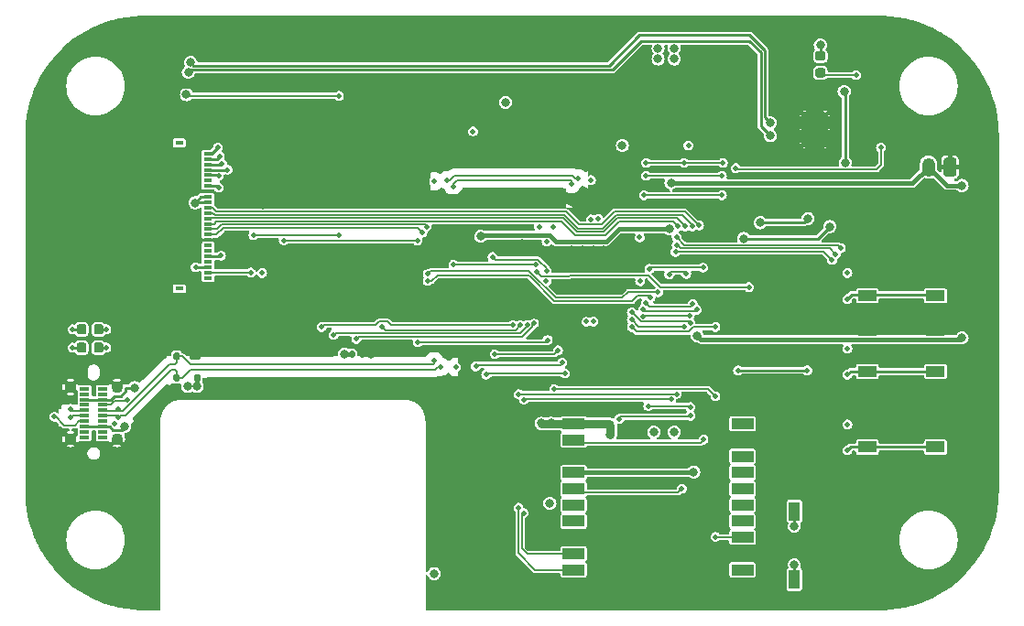
<source format=gtl>
G04 #@! TF.GenerationSoftware,KiCad,Pcbnew,8.0.6+1*
G04 #@! TF.CreationDate,2025-01-07T07:54:37+00:00*
G04 #@! TF.ProjectId,gshps,67736870-732e-46b6-9963-61645f706362,B*
G04 #@! TF.SameCoordinates,Original*
G04 #@! TF.FileFunction,Copper,L1,Top*
G04 #@! TF.FilePolarity,Positive*
%FSLAX46Y46*%
G04 Gerber Fmt 4.6, Leading zero omitted, Abs format (unit mm)*
G04 Created by KiCad (PCBNEW 8.0.6+1) date 2025-01-07 07:54:37*
%MOMM*%
%LPD*%
G01*
G04 APERTURE LIST*
G04 #@! TA.AperFunction,SMDPad,CuDef*
%ADD10R,1.700000X1.000000*%
G04 #@! TD*
G04 #@! TA.AperFunction,SMDPad,CuDef*
%ADD11R,0.850000X0.300000*%
G04 #@! TD*
G04 #@! TA.AperFunction,ComponentPad*
%ADD12C,1.100000*%
G04 #@! TD*
G04 #@! TA.AperFunction,SMDPad,CuDef*
%ADD13R,0.800000X0.300000*%
G04 #@! TD*
G04 #@! TA.AperFunction,SMDPad,CuDef*
%ADD14R,0.800000X0.400000*%
G04 #@! TD*
G04 #@! TA.AperFunction,SMDPad,CuDef*
%ADD15R,1.000000X1.700000*%
G04 #@! TD*
G04 #@! TA.AperFunction,SMDPad,CuDef*
%ADD16R,2.000000X1.000000*%
G04 #@! TD*
G04 #@! TA.AperFunction,HeatsinkPad*
%ADD17C,0.500000*%
G04 #@! TD*
G04 #@! TA.AperFunction,HeatsinkPad*
%ADD18R,2.410000X3.100000*%
G04 #@! TD*
G04 #@! TA.AperFunction,ComponentPad*
%ADD19O,1.200000X1.750000*%
G04 #@! TD*
G04 #@! TA.AperFunction,ViaPad*
%ADD20C,0.500000*%
G04 #@! TD*
G04 #@! TA.AperFunction,ViaPad*
%ADD21C,0.800000*%
G04 #@! TD*
G04 #@! TA.AperFunction,Conductor*
%ADD22C,0.250000*%
G04 #@! TD*
G04 #@! TA.AperFunction,Conductor*
%ADD23C,0.400000*%
G04 #@! TD*
G04 #@! TA.AperFunction,Conductor*
%ADD24C,0.800000*%
G04 #@! TD*
G04 #@! TA.AperFunction,Conductor*
%ADD25C,0.150000*%
G04 #@! TD*
G04 APERTURE END LIST*
G04 #@! TA.AperFunction,SMDPad,CuDef*
G36*
G01*
X58440000Y-54970000D02*
X58440000Y-54630000D01*
G75*
G02*
X58580000Y-54490000I140000J0D01*
G01*
X58860000Y-54490000D01*
G75*
G02*
X59000000Y-54630000I0J-140000D01*
G01*
X59000000Y-54970000D01*
G75*
G02*
X58860000Y-55110000I-140000J0D01*
G01*
X58580000Y-55110000D01*
G75*
G02*
X58440000Y-54970000I0J140000D01*
G01*
G37*
G04 #@! TD.AperFunction*
G04 #@! TA.AperFunction,SMDPad,CuDef*
G36*
G01*
X59400000Y-54970000D02*
X59400000Y-54630000D01*
G75*
G02*
X59540000Y-54490000I140000J0D01*
G01*
X59820000Y-54490000D01*
G75*
G02*
X59960000Y-54630000I0J-140000D01*
G01*
X59960000Y-54970000D01*
G75*
G02*
X59820000Y-55110000I-140000J0D01*
G01*
X59540000Y-55110000D01*
G75*
G02*
X59400000Y-54970000I0J140000D01*
G01*
G37*
G04 #@! TD.AperFunction*
D10*
X106350000Y-59600000D03*
X112650000Y-59600000D03*
X106350000Y-63400000D03*
X112650000Y-63400000D03*
D11*
X34000000Y-63000000D03*
X34000000Y-62500000D03*
X34000000Y-62000000D03*
X34000000Y-61500000D03*
X34000000Y-61000000D03*
X34000000Y-60500000D03*
X34000000Y-60000000D03*
X34000000Y-59500000D03*
X34000000Y-59000000D03*
X34000000Y-58500000D03*
X34000000Y-58000000D03*
X34000000Y-57500000D03*
X35670000Y-57500000D03*
X35670000Y-58000000D03*
X35670000Y-58500000D03*
X35670000Y-59000000D03*
X35670000Y-59500000D03*
X35670000Y-60000000D03*
X35670000Y-60500000D03*
X35670000Y-61000000D03*
X35670000Y-61500000D03*
X35670000Y-62000000D03*
X35670000Y-62500000D03*
X35670000Y-63000000D03*
D12*
X32685000Y-62650000D03*
X36985000Y-62650000D03*
X32685000Y-57850000D03*
X36985000Y-57850000D03*
D13*
X45400000Y-47750000D03*
X45400000Y-47250000D03*
X45400000Y-46750000D03*
X45400000Y-46250000D03*
X45400000Y-45750000D03*
X45400000Y-45250000D03*
X45400000Y-44750000D03*
X45400000Y-44250000D03*
X45400000Y-43750000D03*
X45400000Y-43250000D03*
X45400000Y-42750000D03*
X45400000Y-42250000D03*
X45400000Y-41750000D03*
X45400000Y-41250000D03*
X45400000Y-40750000D03*
X45400000Y-40250000D03*
X45400000Y-39750000D03*
X45400000Y-39250000D03*
X45400000Y-38750000D03*
X45400000Y-38250000D03*
X45400000Y-37750000D03*
X45400000Y-37250000D03*
X45400000Y-36750000D03*
X45400000Y-36250000D03*
D14*
X42750000Y-35250000D03*
X42750000Y-48750000D03*
D10*
X106350000Y-52600000D03*
X112650000Y-52600000D03*
X106350000Y-56400000D03*
X112650000Y-56400000D03*
X106350000Y-45600000D03*
X112650000Y-45600000D03*
X106350000Y-49400000D03*
X112650000Y-49400000D03*
G04 #@! TA.AperFunction,SMDPad,CuDef*
G36*
G01*
X35725000Y-52243750D02*
X35725000Y-52756250D01*
G75*
G02*
X35506250Y-52975000I-218750J0D01*
G01*
X35068750Y-52975000D01*
G75*
G02*
X34850000Y-52756250I0J218750D01*
G01*
X34850000Y-52243750D01*
G75*
G02*
X35068750Y-52025000I218750J0D01*
G01*
X35506250Y-52025000D01*
G75*
G02*
X35725000Y-52243750I0J-218750D01*
G01*
G37*
G04 #@! TD.AperFunction*
G04 #@! TA.AperFunction,SMDPad,CuDef*
G36*
G01*
X34150000Y-52243750D02*
X34150000Y-52756250D01*
G75*
G02*
X33931250Y-52975000I-218750J0D01*
G01*
X33493750Y-52975000D01*
G75*
G02*
X33275000Y-52756250I0J218750D01*
G01*
X33275000Y-52243750D01*
G75*
G02*
X33493750Y-52025000I218750J0D01*
G01*
X33931250Y-52025000D01*
G75*
G02*
X34150000Y-52243750I0J-218750D01*
G01*
G37*
G04 #@! TD.AperFunction*
G04 #@! TA.AperFunction,SMDPad,CuDef*
G36*
G01*
X43875000Y-54650000D02*
X44525000Y-54650000D01*
G75*
G02*
X44700000Y-54825000I0J-175000D01*
G01*
X44700000Y-55175000D01*
G75*
G02*
X44525000Y-55350000I-175000J0D01*
G01*
X43875000Y-55350000D01*
G75*
G02*
X43700000Y-55175000I0J175000D01*
G01*
X43700000Y-54825000D01*
G75*
G02*
X43875000Y-54650000I175000J0D01*
G01*
G37*
G04 #@! TD.AperFunction*
G04 #@! TA.AperFunction,SMDPad,CuDef*
G36*
G01*
X42350000Y-54650000D02*
X42650000Y-54650000D01*
G75*
G02*
X42800000Y-54800000I0J-150000D01*
G01*
X42800000Y-55200000D01*
G75*
G02*
X42650000Y-55350000I-150000J0D01*
G01*
X42350000Y-55350000D01*
G75*
G02*
X42200000Y-55200000I0J150000D01*
G01*
X42200000Y-54800000D01*
G75*
G02*
X42350000Y-54650000I150000J0D01*
G01*
G37*
G04 #@! TD.AperFunction*
G04 #@! TA.AperFunction,SMDPad,CuDef*
G36*
G01*
X42350000Y-56650000D02*
X42650000Y-56650000D01*
G75*
G02*
X42800000Y-56800000I0J-150000D01*
G01*
X42800000Y-57200000D01*
G75*
G02*
X42650000Y-57350000I-150000J0D01*
G01*
X42350000Y-57350000D01*
G75*
G02*
X42200000Y-57200000I0J150000D01*
G01*
X42200000Y-56800000D01*
G75*
G02*
X42350000Y-56650000I150000J0D01*
G01*
G37*
G04 #@! TD.AperFunction*
G04 #@! TA.AperFunction,SMDPad,CuDef*
G36*
G01*
X44250000Y-56650000D02*
X44550000Y-56650000D01*
G75*
G02*
X44700000Y-56800000I0J-150000D01*
G01*
X44700000Y-57200000D01*
G75*
G02*
X44550000Y-57350000I-150000J0D01*
G01*
X44250000Y-57350000D01*
G75*
G02*
X44100000Y-57200000I0J150000D01*
G01*
X44100000Y-56800000D01*
G75*
G02*
X44250000Y-56650000I150000J0D01*
G01*
G37*
G04 #@! TD.AperFunction*
G04 #@! TA.AperFunction,SMDPad,CuDef*
G36*
G01*
X102256250Y-29225000D02*
X101743750Y-29225000D01*
G75*
G02*
X101525000Y-29006250I0J218750D01*
G01*
X101525000Y-28568750D01*
G75*
G02*
X101743750Y-28350000I218750J0D01*
G01*
X102256250Y-28350000D01*
G75*
G02*
X102475000Y-28568750I0J-218750D01*
G01*
X102475000Y-29006250D01*
G75*
G02*
X102256250Y-29225000I-218750J0D01*
G01*
G37*
G04 #@! TD.AperFunction*
G04 #@! TA.AperFunction,SMDPad,CuDef*
G36*
G01*
X102256250Y-27650000D02*
X101743750Y-27650000D01*
G75*
G02*
X101525000Y-27431250I0J218750D01*
G01*
X101525000Y-26993750D01*
G75*
G02*
X101743750Y-26775000I218750J0D01*
G01*
X102256250Y-26775000D01*
G75*
G02*
X102475000Y-26993750I0J-218750D01*
G01*
X102475000Y-27431250D01*
G75*
G02*
X102256250Y-27650000I-218750J0D01*
G01*
G37*
G04 #@! TD.AperFunction*
G04 #@! TA.AperFunction,SMDPad,CuDef*
G36*
G01*
X35725000Y-53943750D02*
X35725000Y-54456250D01*
G75*
G02*
X35506250Y-54675000I-218750J0D01*
G01*
X35068750Y-54675000D01*
G75*
G02*
X34850000Y-54456250I0J218750D01*
G01*
X34850000Y-53943750D01*
G75*
G02*
X35068750Y-53725000I218750J0D01*
G01*
X35506250Y-53725000D01*
G75*
G02*
X35725000Y-53943750I0J-218750D01*
G01*
G37*
G04 #@! TD.AperFunction*
G04 #@! TA.AperFunction,SMDPad,CuDef*
G36*
G01*
X34150000Y-53943750D02*
X34150000Y-54456250D01*
G75*
G02*
X33931250Y-54675000I-218750J0D01*
G01*
X33493750Y-54675000D01*
G75*
G02*
X33275000Y-54456250I0J218750D01*
G01*
X33275000Y-53943750D01*
G75*
G02*
X33493750Y-53725000I218750J0D01*
G01*
X33931250Y-53725000D01*
G75*
G02*
X34150000Y-53943750I0J-218750D01*
G01*
G37*
G04 #@! TD.AperFunction*
D15*
X103400000Y-69350000D03*
X103400000Y-75650000D03*
X99600000Y-69350000D03*
X99600000Y-75650000D03*
D16*
X79200000Y-61250000D03*
X79200000Y-62750000D03*
X79200000Y-64250000D03*
X79200000Y-65750000D03*
X79200000Y-67250000D03*
X79200000Y-68750000D03*
X79200000Y-70250000D03*
X79200000Y-71750000D03*
X79200000Y-73250000D03*
X79200000Y-74750000D03*
X94800000Y-74750000D03*
X94800000Y-73250000D03*
X94800000Y-71750000D03*
X94800000Y-70250000D03*
X94800000Y-68750000D03*
X94800000Y-67250000D03*
X94800000Y-65750000D03*
X94800000Y-64250000D03*
X94800000Y-62750000D03*
X94800000Y-61250000D03*
D17*
X102455000Y-35300000D03*
X102455000Y-34000000D03*
X102455000Y-32700000D03*
D18*
X101500000Y-34000000D03*
D17*
X100545000Y-35300000D03*
X100545000Y-34000000D03*
X100545000Y-32700000D03*
G04 #@! TA.AperFunction,ComponentPad*
G36*
G01*
X114600000Y-36875000D02*
X114600000Y-38125000D01*
G75*
G02*
X114350000Y-38375000I-250000J0D01*
G01*
X113650000Y-38375000D01*
G75*
G02*
X113400000Y-38125000I0J250000D01*
G01*
X113400000Y-36875000D01*
G75*
G02*
X113650000Y-36625000I250000J0D01*
G01*
X114350000Y-36625000D01*
G75*
G02*
X114600000Y-36875000I0J-250000D01*
G01*
G37*
G04 #@! TD.AperFunction*
D19*
X112000000Y-37500000D03*
D20*
X47200000Y-37750000D03*
X83000000Y-48000000D03*
D21*
X74800000Y-40200000D03*
X105000000Y-45500000D03*
D20*
X83000000Y-46000000D03*
X79000000Y-49000000D03*
D21*
X77200000Y-64300000D03*
D20*
X83000000Y-45000000D03*
D21*
X103400000Y-67900000D03*
X76200000Y-64300000D03*
D20*
X76400000Y-50200000D03*
D21*
X114000000Y-52500000D03*
D20*
X79000000Y-46000000D03*
D21*
X93100000Y-41000000D03*
X103400000Y-77000000D03*
X93200000Y-73200000D03*
X96700000Y-36400000D03*
X61900000Y-33500000D03*
X39300000Y-55600000D03*
X100500000Y-60000000D03*
X105000000Y-52500000D03*
X81500000Y-34300000D03*
X76900000Y-32500000D03*
X87500000Y-53600000D03*
D20*
X76400000Y-51000000D03*
X81000000Y-39800000D03*
X79000000Y-45000000D03*
X79400000Y-37300000D03*
D21*
X93600000Y-32000000D03*
X86100000Y-29500000D03*
X66300000Y-72500000D03*
D20*
X74400000Y-44400000D03*
X87700000Y-48000000D03*
D21*
X83900000Y-66800000D03*
D20*
X80100000Y-53900000D03*
D21*
X54800000Y-39300000D03*
X72800000Y-33100000D03*
X86400000Y-35500000D03*
X94500000Y-60000000D03*
X105000000Y-59500000D03*
D20*
X81000000Y-49000000D03*
D21*
X81700000Y-64300000D03*
X44700000Y-54000000D03*
X30300000Y-62400000D03*
D20*
X79000000Y-48000000D03*
D21*
X96400000Y-62700000D03*
X61900000Y-32400000D03*
D20*
X87700000Y-44000000D03*
D21*
X44429855Y-44516509D03*
X53500000Y-36700000D03*
X50500000Y-41000000D03*
D20*
X81000000Y-45000000D03*
X67700000Y-37400000D03*
X76500000Y-45500000D03*
X83000000Y-49000000D03*
X74400000Y-48000000D03*
X76400000Y-51800000D03*
X66900000Y-57400000D03*
D21*
X66300000Y-73800000D03*
X69000000Y-48700000D03*
D20*
X79100000Y-53000000D03*
D21*
X103400000Y-74300000D03*
D20*
X82000000Y-49000000D03*
X79000000Y-47000000D03*
D21*
X62400000Y-36100000D03*
X50500000Y-33500000D03*
D20*
X80000000Y-49000000D03*
D21*
X82200000Y-75900000D03*
X70300000Y-50000000D03*
D20*
X82000000Y-39800000D03*
D21*
X61000000Y-36500000D03*
X96500000Y-73200000D03*
D20*
X82000000Y-45000000D03*
X75800000Y-45500000D03*
D21*
X90100000Y-41000000D03*
X93200000Y-62700000D03*
X50400000Y-36500000D03*
X60500000Y-54800000D03*
X51600000Y-38000000D03*
X94900000Y-32900000D03*
D20*
X83000000Y-47000000D03*
D21*
X114000000Y-45500000D03*
X81500000Y-56400000D03*
X80800000Y-64300000D03*
X74000000Y-34100000D03*
D20*
X80000000Y-45000000D03*
D21*
X48700000Y-43900000D03*
X75900000Y-75900000D03*
X106100000Y-35700000D03*
X61900000Y-34600000D03*
X103400000Y-70700000D03*
X44200000Y-39700000D03*
X111200000Y-59600000D03*
X83000000Y-66800000D03*
X43700000Y-54000000D03*
X104300000Y-37100000D03*
X104200000Y-30500000D03*
X99600000Y-70700000D03*
X102900000Y-43000000D03*
X99600000Y-74300000D03*
X94900000Y-44100000D03*
D20*
X46500000Y-36500000D03*
D21*
X44200000Y-40800000D03*
X66300000Y-75100000D03*
X72900000Y-31500000D03*
D20*
X85336027Y-48054585D03*
X85300000Y-44000000D03*
D21*
X83700000Y-35500000D03*
D20*
X68300000Y-56000000D03*
D21*
X86600000Y-62000000D03*
X88500000Y-62000000D03*
D20*
X76664124Y-48064124D03*
X104500000Y-47300000D03*
X81017571Y-51782429D03*
X76000000Y-43000000D03*
D21*
X82600000Y-61400000D03*
D20*
X32900000Y-52500000D03*
D21*
X58000000Y-54800000D03*
D20*
X66300000Y-38800000D03*
X104500000Y-61300000D03*
X76700000Y-44400000D03*
X104500000Y-54300000D03*
X69900000Y-34200000D03*
X80800000Y-38700000D03*
D21*
X82600000Y-62300000D03*
X102000000Y-26200000D03*
D20*
X32900000Y-54200000D03*
X80800000Y-42325500D03*
X50400000Y-47300000D03*
D21*
X77100000Y-61200000D03*
X76200000Y-61200000D03*
X77000000Y-68600000D03*
D20*
X89800000Y-35500000D03*
X36784901Y-61248144D03*
X46600000Y-45700000D03*
X46400000Y-39400000D03*
D21*
X115100000Y-39200000D03*
X115100000Y-53300000D03*
X88063209Y-43211470D03*
X70600000Y-43900000D03*
X90627035Y-53100000D03*
X88200000Y-39000000D03*
X90300000Y-65700000D03*
D20*
X46400000Y-38300000D03*
X81482592Y-42308092D03*
X80368331Y-51800901D03*
X77300000Y-42999500D03*
D21*
X96462500Y-42650000D03*
X100862500Y-42250000D03*
D20*
X46700000Y-37225000D03*
X46300000Y-35700000D03*
X36000000Y-52500000D03*
D21*
X88500000Y-26500000D03*
X87000000Y-26500000D03*
X43500000Y-57800000D03*
X44400000Y-57800000D03*
X87000000Y-27500000D03*
X37700000Y-61500000D03*
X88500000Y-27500000D03*
X38600000Y-57900000D03*
D20*
X36000000Y-54200000D03*
X49600000Y-43800000D03*
X57500000Y-43800000D03*
X49350000Y-47250000D03*
X57500000Y-30900000D03*
D21*
X43400000Y-30800000D03*
D20*
X44250000Y-46750000D03*
X105300000Y-29000000D03*
X31200000Y-60600000D03*
X65700000Y-48049503D03*
X65225500Y-43556944D03*
X86300000Y-49549000D03*
X87000000Y-49074500D03*
X65600000Y-43000000D03*
X65700000Y-47400000D03*
X88826481Y-42973519D03*
X89610798Y-47390111D03*
X88025500Y-47437949D03*
X89900000Y-51274500D03*
X85599084Y-51298656D03*
X89507892Y-42983884D03*
X85874500Y-50050497D03*
X90210298Y-50180398D03*
X90157317Y-42993872D03*
X90600000Y-50700000D03*
X85623691Y-50649619D03*
X90800000Y-42900000D03*
X37900000Y-59000000D03*
X67517157Y-38717157D03*
X32700000Y-60650000D03*
X66317157Y-55417157D03*
X37100000Y-59850000D03*
X79582843Y-38517157D03*
X79017157Y-39082843D03*
X66882843Y-55982843D03*
X68082843Y-39282843D03*
X37100000Y-60650000D03*
X32700000Y-59850000D03*
X78150500Y-55600000D03*
X70159581Y-55939721D03*
X71100000Y-56700000D03*
X78400000Y-56600000D03*
X77750000Y-54450000D03*
X71900000Y-54800000D03*
X73600000Y-52100000D03*
X55900000Y-52300000D03*
X74899003Y-52098415D03*
X57005000Y-53000000D03*
X59100000Y-53400000D03*
X75534998Y-51966644D03*
X61485523Y-52274500D03*
X74249503Y-52100000D03*
X104500000Y-49700000D03*
X88725500Y-44000000D03*
X103900000Y-45000000D03*
X104500000Y-56700000D03*
X103425500Y-45540419D03*
X88725500Y-44704588D03*
X104500000Y-63700000D03*
X103080426Y-46090671D03*
X88612741Y-45344228D03*
X85900000Y-37100000D03*
X93000000Y-37100000D03*
X89400000Y-37100000D03*
X94400000Y-56300000D03*
X100800000Y-56300000D03*
X91159798Y-46800000D03*
X86200000Y-46900000D03*
X91199500Y-62700000D03*
X89200000Y-67250000D03*
X74600000Y-59000000D03*
X88200000Y-58974500D03*
X74574500Y-69500000D03*
X74100000Y-69000000D03*
X88700000Y-58500000D03*
X74100000Y-58500000D03*
D21*
X97400000Y-34600000D03*
X43575232Y-28748530D03*
X97400000Y-33400000D03*
X43800000Y-27825500D03*
D20*
X92900000Y-38300000D03*
X85900000Y-38300000D03*
X92900000Y-40100000D03*
X85700000Y-40100000D03*
X52400000Y-44274500D03*
X64751000Y-44300000D03*
X64800000Y-53700000D03*
X76800000Y-53500000D03*
X75800000Y-47200000D03*
X95400000Y-48600000D03*
X89392685Y-52248156D03*
X84579168Y-51620832D03*
X90000500Y-60500000D03*
X83400000Y-60800000D03*
X90002535Y-51915858D03*
X86100000Y-59600000D03*
X84570691Y-50941309D03*
X90000000Y-59700000D03*
X75710000Y-46539934D03*
X68100000Y-46500000D03*
X92300000Y-58700000D03*
X77400000Y-58025000D03*
X92300000Y-71700000D03*
X92300000Y-52300000D03*
X107600000Y-35700000D03*
X84585723Y-52298433D03*
X94200000Y-37600000D03*
X76700000Y-47100000D03*
X71700000Y-45800000D03*
D22*
X45400000Y-37750000D02*
X47200000Y-37750000D01*
D23*
X59680000Y-54800000D02*
X60500000Y-54800000D01*
D22*
X104300000Y-30600000D02*
X104300000Y-37100000D01*
X104200000Y-30500000D02*
X104300000Y-30600000D01*
X101800000Y-44100000D02*
X94900000Y-44100000D01*
X99600000Y-70700000D02*
X99600000Y-69350000D01*
X102900000Y-43000000D02*
X101800000Y-44100000D01*
X99600000Y-75650000D02*
X99600000Y-74300000D01*
X46250000Y-36750000D02*
X45400000Y-36750000D01*
X46500000Y-36500000D02*
X46250000Y-36750000D01*
X45400000Y-40750000D02*
X44250000Y-40750000D01*
D24*
X77150000Y-61250000D02*
X77100000Y-61200000D01*
X79200000Y-61250000D02*
X77150000Y-61250000D01*
X77050000Y-61250000D02*
X76250000Y-61250000D01*
X77100000Y-61200000D02*
X77050000Y-61250000D01*
X76250000Y-61250000D02*
X76200000Y-61200000D01*
D22*
X102000000Y-27212500D02*
X102000000Y-26200000D01*
X45400000Y-40250000D02*
X44750000Y-40250000D01*
D24*
X82600000Y-61400000D02*
X82600000Y-62300000D01*
D22*
X44750000Y-40250000D02*
X44200000Y-40800000D01*
D24*
X82450000Y-61250000D02*
X82600000Y-61400000D01*
X79200000Y-61250000D02*
X82450000Y-61250000D01*
D23*
X58000000Y-54800000D02*
X58720000Y-54800000D01*
D22*
X33712499Y-52500000D02*
X32900000Y-52500000D01*
X33712499Y-54200000D02*
X32900000Y-54200000D01*
X46550000Y-45750000D02*
X46600000Y-45700000D01*
X45400000Y-45750000D02*
X46550000Y-45750000D01*
X45400000Y-39250000D02*
X46250000Y-39250000D01*
X46250000Y-39250000D02*
X46400000Y-39400000D01*
D23*
X83388530Y-43211470D02*
X88063209Y-43211470D01*
X76951471Y-43800000D02*
X77551471Y-44400000D01*
X90250000Y-65750000D02*
X90300000Y-65700000D01*
X113700000Y-39200000D02*
X112000000Y-37500000D01*
X70700000Y-43800000D02*
X76951471Y-43800000D01*
X88200000Y-39000000D02*
X110500000Y-39000000D01*
X110500000Y-39000000D02*
X112000000Y-37500000D01*
X90627035Y-53100000D02*
X90977035Y-53450000D01*
X90977035Y-53450000D02*
X114950000Y-53450000D01*
X82200000Y-44400000D02*
X83388530Y-43211470D01*
X79200000Y-65750000D02*
X90250000Y-65750000D01*
X114950000Y-53450000D02*
X115100000Y-53300000D01*
X70600000Y-43900000D02*
X70700000Y-43800000D01*
X115100000Y-39200000D02*
X113700000Y-39200000D01*
X77551471Y-44400000D02*
X82200000Y-44400000D01*
D22*
X45400000Y-38250000D02*
X46350000Y-38250000D01*
X46350000Y-38250000D02*
X46400000Y-38300000D01*
X96462500Y-42650000D02*
X96512500Y-42600000D01*
X96512500Y-42600000D02*
X100512500Y-42600000D01*
X100512500Y-42600000D02*
X100862500Y-42250000D01*
X46675000Y-37250000D02*
X46700000Y-37225000D01*
X45400000Y-37250000D02*
X46675000Y-37250000D01*
X45400000Y-36250000D02*
X45750000Y-36250000D01*
X45750000Y-36250000D02*
X46300000Y-35700000D01*
X35287501Y-52500000D02*
X36000000Y-52500000D01*
X37810000Y-57900000D02*
X37810000Y-58191727D01*
X37700000Y-61500000D02*
X37400000Y-61800000D01*
X36725000Y-58675000D02*
X36400000Y-59000000D01*
X37400000Y-61800000D02*
X36595000Y-61800000D01*
X36295000Y-61500000D02*
X35670000Y-61500000D01*
X34000000Y-61500000D02*
X35670000Y-61500000D01*
X36400000Y-59000000D02*
X35670000Y-59000000D01*
X38600000Y-57900000D02*
X37810000Y-57900000D01*
D23*
X44400000Y-57800000D02*
X44400000Y-57000000D01*
D22*
X37326727Y-58675000D02*
X36725000Y-58675000D01*
X37810000Y-58191727D02*
X37326727Y-58675000D01*
X34000000Y-59000000D02*
X35670000Y-59000000D01*
X36595000Y-61800000D02*
X36295000Y-61500000D01*
X35287501Y-54200000D02*
X36000000Y-54200000D01*
D25*
X49600000Y-43800000D02*
X57500000Y-43800000D01*
X49350000Y-47250000D02*
X45400000Y-47250000D01*
D22*
X45400000Y-46750000D02*
X44250000Y-46750000D01*
D25*
X57500000Y-30900000D02*
X43500000Y-30900000D01*
X43500000Y-30900000D02*
X43400000Y-30800000D01*
X105300000Y-29000000D02*
X102212500Y-29000000D01*
X102212500Y-29000000D02*
X102000000Y-28787500D01*
X33475000Y-61000000D02*
X33075000Y-61400000D01*
X33075000Y-61400000D02*
X32100000Y-61400000D01*
X31300000Y-60600000D02*
X31200000Y-60600000D01*
X34000000Y-61000000D02*
X33475000Y-61000000D01*
X32100000Y-61400000D02*
X31300000Y-60600000D01*
X64793556Y-43125000D02*
X65225500Y-43556944D01*
X46174264Y-43750000D02*
X46799264Y-43125000D01*
X77403984Y-49900000D02*
X75151992Y-47648008D01*
X66050497Y-48049503D02*
X65700000Y-48049503D01*
X75151992Y-47648008D02*
X75003984Y-47500000D01*
X75003984Y-47500000D02*
X66600000Y-47500000D01*
X78200000Y-49900000D02*
X77403984Y-49900000D01*
X84574500Y-49900000D02*
X78200000Y-49900000D01*
X86300000Y-49549000D02*
X86125500Y-49374500D01*
X85100000Y-49374500D02*
X84574500Y-49900000D01*
X86125500Y-49374500D02*
X85100000Y-49374500D01*
X45400000Y-43750000D02*
X46174264Y-43750000D01*
X46799264Y-43125000D02*
X64793556Y-43125000D01*
X66600000Y-47500000D02*
X66050497Y-48049503D01*
X65600000Y-43000000D02*
X65425000Y-42825000D01*
X84225500Y-49074500D02*
X87000000Y-49074500D01*
X77528248Y-49600000D02*
X83700000Y-49600000D01*
X75028248Y-47100000D02*
X77528248Y-49600000D01*
X46675000Y-42825000D02*
X46250000Y-43250000D01*
X66000000Y-47100000D02*
X75028248Y-47100000D01*
X83700000Y-49600000D02*
X84225500Y-49074500D01*
X65700000Y-47400000D02*
X66000000Y-47100000D01*
X65425000Y-42825000D02*
X46675000Y-42825000D01*
X46250000Y-43250000D02*
X45400000Y-43250000D01*
X83400736Y-42525000D02*
X82125736Y-43800000D01*
X45950000Y-42750000D02*
X45400000Y-42750000D01*
X46175000Y-42525000D02*
X45950000Y-42750000D01*
X88263449Y-47200000D02*
X89420687Y-47200000D01*
X88826481Y-42973519D02*
X88377962Y-42525000D01*
X88377962Y-42525000D02*
X83400736Y-42525000D01*
X89420687Y-47200000D02*
X89610798Y-47390111D01*
X78099264Y-42525000D02*
X46175000Y-42525000D01*
X88025500Y-47437949D02*
X88263449Y-47200000D01*
X82125736Y-43800000D02*
X79374264Y-43800000D01*
X79374264Y-43800000D02*
X78099264Y-42525000D01*
X79498528Y-43500000D02*
X78223528Y-42225000D01*
X78223528Y-42225000D02*
X45425000Y-42225000D01*
X89507892Y-42983884D02*
X88749008Y-42225000D01*
X85599084Y-51298656D02*
X85623240Y-51274500D01*
X82001472Y-43500000D02*
X79498528Y-43500000D01*
X85623240Y-51274500D02*
X89900000Y-51274500D01*
X45425000Y-42225000D02*
X45400000Y-42250000D01*
X88749008Y-42225000D02*
X83276472Y-42225000D01*
X83276472Y-42225000D02*
X82001472Y-43500000D01*
X78347792Y-41925000D02*
X79622792Y-43200000D01*
X45850000Y-41750000D02*
X46025000Y-41925000D01*
X86224003Y-50400000D02*
X85874500Y-50050497D01*
X90157317Y-42857317D02*
X90157317Y-42993872D01*
X90210298Y-50180398D02*
X89990696Y-50400000D01*
X89990696Y-50400000D02*
X86224003Y-50400000D01*
X79622792Y-43200000D02*
X81877208Y-43200000D01*
X83152208Y-41925000D02*
X89225000Y-41925000D01*
X45400000Y-41750000D02*
X45850000Y-41750000D01*
X81877208Y-43200000D02*
X83152208Y-41925000D01*
X46025000Y-41925000D02*
X78347792Y-41925000D01*
X89225000Y-41925000D02*
X90157317Y-42857317D01*
X82975000Y-41625000D02*
X81800000Y-42800000D01*
X81800000Y-42800000D02*
X79700000Y-42800000D01*
X89525000Y-41625000D02*
X82975000Y-41625000D01*
X79700000Y-42800000D02*
X78525000Y-41625000D01*
X90500000Y-50800000D02*
X90600000Y-50700000D01*
X85623691Y-50649619D02*
X85774072Y-50800000D01*
X85774072Y-50800000D02*
X90500000Y-50800000D01*
X46149264Y-41625000D02*
X45774264Y-41250000D01*
X90800000Y-42900000D02*
X89525000Y-41625000D01*
X78525000Y-41625000D02*
X46149264Y-41625000D01*
X45774264Y-41250000D02*
X45400000Y-41250000D01*
X36394974Y-59500000D02*
X35670000Y-59500000D01*
X37900000Y-59000000D02*
X37900000Y-59100000D01*
X36794974Y-59100000D02*
X36394974Y-59500000D01*
X37900000Y-59100000D02*
X36794974Y-59100000D01*
X68206801Y-38275000D02*
X79093199Y-38275000D01*
X42300000Y-55775000D02*
X42500000Y-55575000D01*
X35694999Y-60024999D02*
X36925001Y-60024999D01*
X66206801Y-55775000D02*
X66317157Y-55664644D01*
X36925001Y-60024999D02*
X37100000Y-59850000D01*
X79093199Y-38275000D02*
X79335356Y-38517157D01*
X43800001Y-55775000D02*
X66206801Y-55775000D01*
X79335356Y-38517157D02*
X79582843Y-38517157D01*
X67517157Y-38717157D02*
X67764644Y-38717157D01*
X32874999Y-60475001D02*
X32700000Y-60650000D01*
X37546753Y-60024999D02*
X41796752Y-55775000D01*
X37100000Y-59850000D02*
X37274999Y-60024999D01*
X42500000Y-55000000D02*
X43025001Y-55000000D01*
X41796752Y-55775000D02*
X42300000Y-55775000D01*
X35670000Y-60000000D02*
X35694999Y-60024999D01*
X67764644Y-38717157D02*
X68206801Y-38275000D01*
X43025001Y-55000000D02*
X43800001Y-55775000D01*
X33975001Y-60475001D02*
X32874999Y-60475001D01*
X34000000Y-60500000D02*
X33975001Y-60475001D01*
X37274999Y-60024999D02*
X37546753Y-60024999D01*
X42500000Y-55575000D02*
X42500000Y-55000000D01*
X66317157Y-55664644D02*
X66317157Y-55417157D01*
X32874999Y-60024999D02*
X32700000Y-59850000D01*
X68082843Y-39282843D02*
X68082843Y-39035356D01*
X36925001Y-60475001D02*
X37100000Y-60650000D01*
X66635356Y-55982843D02*
X66882843Y-55982843D01*
X66393199Y-56225000D02*
X66635356Y-55982843D01*
X34000000Y-60000000D02*
X33975001Y-60024999D01*
X35670000Y-60500000D02*
X35694999Y-60475001D01*
X68082843Y-39035356D02*
X68393199Y-38725000D01*
X42500000Y-56425000D02*
X42500000Y-57000000D01*
X37100000Y-60650000D02*
X37274999Y-60475001D01*
X78906801Y-38725000D02*
X79017157Y-38835356D01*
X37733119Y-60475001D02*
X41983120Y-56225000D01*
X68393199Y-38725000D02*
X78906801Y-38725000D01*
X79017157Y-38835356D02*
X79017157Y-39082843D01*
X33975001Y-60024999D02*
X32874999Y-60024999D01*
X35694999Y-60475001D02*
X36925001Y-60475001D01*
X41983120Y-56225000D02*
X42300000Y-56225000D01*
X43800001Y-56225000D02*
X66393199Y-56225000D01*
X42500000Y-57000000D02*
X43025001Y-57000000D01*
X42300000Y-56225000D02*
X42500000Y-56425000D01*
X43025001Y-57000000D02*
X43800001Y-56225000D01*
X37274999Y-60475001D02*
X37733119Y-60475001D01*
X77950500Y-55800000D02*
X70299302Y-55800000D01*
X70299302Y-55800000D02*
X70159581Y-55939721D01*
X78150500Y-55600000D02*
X77950500Y-55800000D01*
X71200000Y-56600000D02*
X71100000Y-56700000D01*
X78400000Y-56600000D02*
X71200000Y-56600000D01*
X77400000Y-54800000D02*
X71900000Y-54800000D01*
X77750000Y-54450000D02*
X77400000Y-54800000D01*
X56100000Y-52100000D02*
X55900000Y-52300000D01*
X62300000Y-52100000D02*
X62000000Y-51800000D01*
X62000000Y-51800000D02*
X61200000Y-51800000D01*
X73600000Y-52100000D02*
X62300000Y-52100000D01*
X61200000Y-51800000D02*
X60900000Y-52100000D01*
X60900000Y-52100000D02*
X56100000Y-52100000D01*
X74229633Y-52875000D02*
X57130000Y-52875000D01*
X57130000Y-52875000D02*
X57005000Y-53000000D01*
X74899003Y-52205630D02*
X74229633Y-52875000D01*
X74899003Y-52098415D02*
X74899003Y-52205630D01*
X75534998Y-51966644D02*
X75374003Y-52127639D01*
X74469170Y-53200000D02*
X59300000Y-53200000D01*
X75374003Y-52295167D02*
X74469170Y-53200000D01*
X75374003Y-52127639D02*
X75374003Y-52295167D01*
X59300000Y-53200000D02*
X59100000Y-53400000D01*
X74249503Y-52122249D02*
X73796752Y-52575000D01*
X61786023Y-52575000D02*
X61485523Y-52274500D01*
X73796752Y-52575000D02*
X61786023Y-52575000D01*
X74249503Y-52100000D02*
X74249503Y-52122249D01*
D22*
X104900000Y-49300000D02*
X104500000Y-49700000D01*
X106450000Y-49300000D02*
X112750000Y-49300000D01*
D25*
X89450500Y-44725000D02*
X103625000Y-44725000D01*
D22*
X106450000Y-49300000D02*
X104900000Y-49300000D01*
D25*
X88725500Y-44000000D02*
X89450500Y-44725000D01*
X103625000Y-44725000D02*
X103900000Y-45000000D01*
D22*
X106350000Y-56400000D02*
X104800000Y-56400000D01*
D25*
X103425500Y-45540419D02*
X102910081Y-45025000D01*
X102910081Y-45025000D02*
X89045912Y-45025000D01*
D22*
X104800000Y-56400000D02*
X104500000Y-56700000D01*
D25*
X89045912Y-45025000D02*
X88725500Y-44704588D01*
D22*
X106350000Y-56400000D02*
X112650000Y-56400000D01*
X104800000Y-63400000D02*
X104500000Y-63700000D01*
D25*
X88612741Y-45344228D02*
X88631969Y-45325000D01*
D22*
X106350000Y-63400000D02*
X112650000Y-63400000D01*
D25*
X103065671Y-46090671D02*
X103080426Y-46090671D01*
D22*
X106350000Y-63400000D02*
X104800000Y-63400000D01*
D25*
X88631969Y-45325000D02*
X102300000Y-45325000D01*
X102300000Y-45325000D02*
X103065671Y-46090671D01*
X89400000Y-37100000D02*
X93000000Y-37100000D01*
X85900000Y-37100000D02*
X89400000Y-37100000D01*
D22*
X100800000Y-56300000D02*
X94400000Y-56300000D01*
D25*
X86300000Y-46800000D02*
X86200000Y-46900000D01*
X79450000Y-63000000D02*
X90899500Y-63000000D01*
X90899500Y-63000000D02*
X91199500Y-62700000D01*
X79200000Y-62750000D02*
X79450000Y-63000000D01*
X91159798Y-46800000D02*
X86300000Y-46800000D01*
X79550000Y-67600000D02*
X79200000Y-67250000D01*
X88850000Y-67600000D02*
X79550000Y-67600000D01*
X89200000Y-67250000D02*
X88850000Y-67600000D01*
X78700000Y-73250000D02*
X78650000Y-73300000D01*
X74400000Y-72800000D02*
X74400000Y-70800000D01*
X78650000Y-73300000D02*
X76400000Y-73300000D01*
X74900000Y-73300000D02*
X74400000Y-72800000D01*
X74625000Y-58975000D02*
X88199500Y-58975000D01*
X76400000Y-73300000D02*
X74900000Y-73300000D01*
X74600000Y-59000000D02*
X74625000Y-58975000D01*
X74400000Y-69674500D02*
X74574500Y-69500000D01*
X79200000Y-73250000D02*
X78700000Y-73250000D01*
X74400000Y-70800000D02*
X74400000Y-69674500D01*
X88199500Y-58975000D02*
X88200000Y-58974500D01*
X75633884Y-74750000D02*
X74100000Y-73216116D01*
X79200000Y-74750000D02*
X75633884Y-74750000D01*
X88700000Y-58500000D02*
X75400000Y-58500000D01*
X74100000Y-73216116D02*
X74100000Y-69000000D01*
X74100000Y-58500000D02*
X75400000Y-58500000D01*
D22*
X85475000Y-25825000D02*
X95425000Y-25825000D01*
X82800000Y-28500000D02*
X85475000Y-25825000D01*
X96500000Y-33700000D02*
X97400000Y-34600000D01*
X95425000Y-25825000D02*
X96500000Y-26900000D01*
X96500000Y-26900000D02*
X96500000Y-33700000D01*
X43575232Y-28748530D02*
X43823762Y-28500000D01*
X43823762Y-28500000D02*
X82800000Y-28500000D01*
X82500000Y-28100000D02*
X85300000Y-25300000D01*
X85300000Y-25300000D02*
X95465686Y-25300000D01*
X43800000Y-27825500D02*
X44074500Y-28100000D01*
X96900000Y-32900000D02*
X97400000Y-33400000D01*
X44074500Y-28100000D02*
X82500000Y-28100000D01*
X95465686Y-25300000D02*
X96900000Y-26734314D01*
X96900000Y-26734314D02*
X96900000Y-32900000D01*
D25*
X85900000Y-38300000D02*
X92900000Y-38300000D01*
X85700000Y-40100000D02*
X92900000Y-40100000D01*
X64725500Y-44274500D02*
X64751000Y-44300000D01*
X76800000Y-53500000D02*
X76600000Y-53700000D01*
X52400000Y-44274500D02*
X64725500Y-44274500D01*
X76600000Y-53700000D02*
X64800000Y-53700000D01*
X75800000Y-47200000D02*
X76175000Y-47575000D01*
X78803248Y-47525000D02*
X86122252Y-47525000D01*
X87197252Y-48600000D02*
X95400000Y-48600000D01*
X76175000Y-47575000D02*
X78753248Y-47575000D01*
X86122252Y-47525000D02*
X87197252Y-48600000D01*
X78753248Y-47575000D02*
X78803248Y-47525000D01*
X83400000Y-60800000D02*
X83600000Y-60600000D01*
X84579168Y-51620832D02*
X85206492Y-52248156D01*
X85206492Y-52248156D02*
X89392685Y-52248156D01*
X89900500Y-60600000D02*
X90000500Y-60500000D01*
X83600000Y-60600000D02*
X89900500Y-60600000D01*
X85403038Y-51773656D02*
X89860333Y-51773656D01*
X89860333Y-51773656D02*
X90002535Y-51915858D01*
X89900000Y-59600000D02*
X86100000Y-59600000D01*
X84570691Y-50941309D02*
X85403038Y-51773656D01*
X90000000Y-59700000D02*
X89900000Y-59600000D01*
X75670066Y-46500000D02*
X68100000Y-46500000D01*
X75710000Y-46539934D02*
X75670066Y-46500000D01*
X94800000Y-71750000D02*
X92350000Y-71750000D01*
X77400000Y-58025000D02*
X91625000Y-58025000D01*
X92350000Y-71750000D02*
X92300000Y-71700000D01*
X91625000Y-58025000D02*
X92300000Y-58700000D01*
X89873710Y-52723156D02*
X90296866Y-52300000D01*
X107600000Y-37300000D02*
X107175000Y-37725000D01*
X94325000Y-37725000D02*
X94200000Y-37600000D01*
X107175000Y-37725000D02*
X94325000Y-37725000D01*
X90296866Y-52300000D02*
X92300000Y-52300000D01*
X84585723Y-52298433D02*
X85010446Y-52723156D01*
X107600000Y-35700000D02*
X107600000Y-37300000D01*
X85010446Y-52723156D02*
X89873710Y-52723156D01*
X76700000Y-46858182D02*
X76700000Y-47100000D01*
X71964934Y-46064934D02*
X75906752Y-46064934D01*
X71700000Y-45800000D02*
X71964934Y-46064934D01*
X75906752Y-46064934D02*
X76700000Y-46858182D01*
G04 #@! TA.AperFunction,Conductor*
G36*
X41677259Y-57588674D02*
G01*
X41733192Y-57630546D01*
X41739463Y-57639758D01*
X41757287Y-57668655D01*
X41794316Y-57705684D01*
X38543792Y-60956207D01*
X38535913Y-60941467D01*
X38535909Y-60941460D01*
X38465692Y-60855901D01*
X38438379Y-60791591D01*
X38450170Y-60722724D01*
X38473861Y-60689558D01*
X41546246Y-57617173D01*
X41607567Y-57583690D01*
X41677259Y-57588674D01*
G37*
G04 #@! TD.AperFunction*
G04 #@! TA.AperFunction,Conductor*
G36*
X31918749Y-59502167D02*
G01*
X31918747Y-59502170D01*
X31863504Y-59672192D01*
X31863504Y-59672193D01*
X31863503Y-59672197D01*
X31855378Y-59749500D01*
X31850937Y-59791750D01*
X31824352Y-59856364D01*
X31767054Y-59896348D01*
X31697235Y-59899008D01*
X31654729Y-59879104D01*
X31627596Y-59859390D01*
X31627595Y-59859389D01*
X31627593Y-59859388D01*
X31600000Y-59847102D01*
X31600000Y-59500000D01*
X31920000Y-59500000D01*
X31918749Y-59502167D01*
G37*
G04 #@! TD.AperFunction*
G04 #@! TA.AperFunction,Conductor*
G36*
X41599500Y-55042694D02*
G01*
X41579815Y-55109733D01*
X41527011Y-55155488D01*
X41522954Y-55157255D01*
X41476783Y-55176380D01*
X41476776Y-55176383D01*
X41378230Y-55242231D01*
X41378226Y-55242234D01*
X41366146Y-55250304D01*
X39454312Y-57162137D01*
X39392989Y-57195622D01*
X39323297Y-57190638D01*
X39314451Y-57185548D01*
X41500000Y-55000000D01*
X41599500Y-55000000D01*
X41599500Y-55042694D01*
G37*
G04 #@! TD.AperFunction*
G04 #@! TA.AperFunction,Conductor*
G36*
X67620889Y-56542541D02*
G01*
X67675847Y-56577860D01*
X67712321Y-56618369D01*
X67727770Y-56635526D01*
X67872407Y-56740612D01*
X68035733Y-56813329D01*
X68210609Y-56850500D01*
X68210610Y-56850500D01*
X68389389Y-56850500D01*
X68389391Y-56850500D01*
X68500000Y-56826989D01*
X68500000Y-57000000D01*
X45307693Y-57000000D01*
X45320183Y-56957462D01*
X45372986Y-56911706D01*
X45424499Y-56900500D01*
X66459731Y-56900500D01*
X66459732Y-56900499D01*
X66590235Y-56874541D01*
X66689311Y-56833501D01*
X66758779Y-56826033D01*
X66762524Y-56826769D01*
X66793452Y-56833343D01*
X66793453Y-56833343D01*
X66972232Y-56833343D01*
X66972234Y-56833343D01*
X67147110Y-56796172D01*
X67310436Y-56723455D01*
X67455073Y-56618369D01*
X67491547Y-56577860D01*
X67551032Y-56541212D01*
X67620889Y-56542541D01*
G37*
G04 #@! TD.AperFunction*
G04 #@! TA.AperFunction,Conductor*
G36*
X68500000Y-55173010D02*
G01*
X68416882Y-55155343D01*
X68389391Y-55149500D01*
X68210609Y-55149500D01*
X68182438Y-55155488D01*
X68035733Y-55186670D01*
X68035728Y-55186672D01*
X67872408Y-55259387D01*
X67727767Y-55364476D01*
X67691293Y-55404984D01*
X67631806Y-55441631D01*
X67561949Y-55440300D01*
X67506996Y-55404983D01*
X67455073Y-55347317D01*
X67310436Y-55242231D01*
X67178664Y-55183563D01*
X67125429Y-55138314D01*
X67111170Y-55108602D01*
X67098409Y-55069327D01*
X67098406Y-55069321D01*
X67083033Y-55042694D01*
X67009016Y-54914492D01*
X66961592Y-54861823D01*
X66889392Y-54781635D01*
X66889389Y-54781633D01*
X66889388Y-54781632D01*
X66889387Y-54781631D01*
X66744750Y-54676545D01*
X66601529Y-54612779D01*
X66586494Y-54600000D01*
X68500000Y-54600000D01*
X68500000Y-55173010D01*
G37*
G04 #@! TD.AperFunction*
G04 #@! TA.AperFunction,Conductor*
G36*
X56997728Y-55031992D02*
G01*
X56949663Y-55082702D01*
X56887344Y-55099500D01*
X44131164Y-55099500D01*
X44064125Y-55079815D01*
X44043483Y-55063181D01*
X43980302Y-55000000D01*
X57003795Y-55000000D01*
X56997728Y-55031992D01*
G37*
G04 #@! TD.AperFunction*
G04 #@! TA.AperFunction,Conductor*
G36*
X65625297Y-54914493D02*
G01*
X65554279Y-55037500D01*
X65503712Y-55085716D01*
X65446892Y-55099500D01*
X59724500Y-55099500D01*
X59657461Y-55079815D01*
X59611706Y-55027011D01*
X59605830Y-55000000D01*
X65500000Y-55000000D01*
X65672720Y-54861823D01*
X65625297Y-54914493D01*
G37*
G04 #@! TD.AperFunction*
G04 #@! TA.AperFunction,Conductor*
G36*
X80143000Y-39251019D02*
G01*
X80174203Y-39276035D01*
X80227764Y-39335521D01*
X80227767Y-39335523D01*
X80227770Y-39335526D01*
X80372407Y-39440612D01*
X80500000Y-39497419D01*
X80500000Y-41300000D01*
X79155302Y-41300000D01*
X78955609Y-41100307D01*
X78955605Y-41100304D01*
X78844975Y-41026383D01*
X78844965Y-41026378D01*
X78722036Y-40975459D01*
X78722028Y-40975457D01*
X78591535Y-40949500D01*
X78591531Y-40949500D01*
X78500000Y-40949500D01*
X78500000Y-39758382D01*
X78589558Y-39823451D01*
X78589559Y-39823452D01*
X78589561Y-39823453D01*
X78589564Y-39823455D01*
X78752890Y-39896172D01*
X78927766Y-39933343D01*
X78927767Y-39933343D01*
X79106546Y-39933343D01*
X79106548Y-39933343D01*
X79281424Y-39896172D01*
X79444750Y-39823455D01*
X79589387Y-39718369D01*
X79709016Y-39585508D01*
X79798407Y-39430678D01*
X79811169Y-39391397D01*
X79850605Y-39333724D01*
X79878659Y-39316439D01*
X80010436Y-39257769D01*
X80010440Y-39257765D01*
X80016067Y-39254518D01*
X80016888Y-39255940D01*
X80074943Y-39235211D01*
X80143000Y-39251019D01*
G37*
G04 #@! TD.AperFunction*
G04 #@! TA.AperFunction,Conductor*
G36*
X67000692Y-39401165D02*
G01*
X67036398Y-39419141D01*
X67089564Y-39457769D01*
X67221335Y-39516437D01*
X67274570Y-39561685D01*
X67288829Y-39591396D01*
X67301591Y-39630674D01*
X67301593Y-39630678D01*
X67390984Y-39785508D01*
X67425148Y-39823451D01*
X67510607Y-39918364D01*
X67510610Y-39918366D01*
X67510613Y-39918369D01*
X67622967Y-40000000D01*
X66000000Y-40000000D01*
X66000000Y-39597419D01*
X66035733Y-39613329D01*
X66210609Y-39650500D01*
X66210610Y-39650500D01*
X66389389Y-39650500D01*
X66389391Y-39650500D01*
X66564267Y-39613329D01*
X66727593Y-39540612D01*
X66872230Y-39435526D01*
X66872235Y-39435519D01*
X66877060Y-39431177D01*
X66878105Y-39432337D01*
X66930835Y-39399843D01*
X67000692Y-39401165D01*
G37*
G04 #@! TD.AperFunction*
G04 #@! TA.AperFunction,Conductor*
G36*
X78213931Y-39420185D02*
G01*
X78254279Y-39462500D01*
X78275930Y-39500000D01*
X68906553Y-39500000D01*
X68911043Y-39486182D01*
X68950480Y-39428507D01*
X69014839Y-39401308D01*
X69028974Y-39400500D01*
X78146892Y-39400500D01*
X78213931Y-39420185D01*
G37*
G04 #@! TD.AperFunction*
G04 #@! TA.AperFunction,Conductor*
G36*
X80500000Y-37902579D02*
G01*
X80372409Y-37959387D01*
X80366788Y-37962633D01*
X80365972Y-37961221D01*
X80307840Y-37981948D01*
X80239790Y-37966108D01*
X80208639Y-37941121D01*
X80155078Y-37881635D01*
X80155075Y-37881633D01*
X80155074Y-37881632D01*
X80155073Y-37881631D01*
X80010436Y-37776545D01*
X79847110Y-37703828D01*
X79847108Y-37703827D01*
X79717958Y-37676376D01*
X79672234Y-37666657D01*
X79493452Y-37666657D01*
X79493448Y-37666657D01*
X79462537Y-37673226D01*
X79392870Y-37667907D01*
X79389309Y-37666496D01*
X79290239Y-37625460D01*
X79290227Y-37625457D01*
X79159734Y-37599500D01*
X79159730Y-37599500D01*
X68140270Y-37599500D01*
X68140268Y-37599500D01*
X68009770Y-37625458D01*
X68009760Y-37625461D01*
X67886839Y-37676376D01*
X67886821Y-37676386D01*
X67776202Y-37750298D01*
X67776195Y-37750305D01*
X67696159Y-37830339D01*
X67634837Y-37863823D01*
X67608480Y-37866657D01*
X67606548Y-37866657D01*
X67427766Y-37866657D01*
X67397111Y-37873172D01*
X67252890Y-37903827D01*
X67252885Y-37903829D01*
X67089565Y-37976544D01*
X66944923Y-38081633D01*
X66940098Y-38085979D01*
X66939056Y-38084822D01*
X66886287Y-38117322D01*
X66816430Y-38115980D01*
X66780758Y-38098014D01*
X66727597Y-38059390D01*
X66626754Y-38014492D01*
X66564267Y-37986671D01*
X66564265Y-37986670D01*
X66435906Y-37959387D01*
X66389391Y-37949500D01*
X66210609Y-37949500D01*
X66179954Y-37956015D01*
X66035733Y-37986670D01*
X66000000Y-38002579D01*
X66000000Y-37500000D01*
X80500000Y-37500000D01*
X80500000Y-37902579D01*
G37*
G04 #@! TD.AperFunction*
G04 #@! TA.AperFunction,Conductor*
G36*
X33347636Y-61663728D02*
G01*
X33383289Y-61723816D01*
X33384759Y-61778674D01*
X33374500Y-61830252D01*
X33374500Y-62169750D01*
X33375097Y-62175813D01*
X33372901Y-62176029D01*
X33367535Y-62235757D01*
X33339843Y-62277998D01*
X33030545Y-62587297D01*
X33011148Y-62514905D01*
X32965070Y-62435095D01*
X32899905Y-62369930D01*
X32820095Y-62323852D01*
X32747703Y-62304454D01*
X33055268Y-61996888D01*
X33012469Y-61969996D01*
X32859706Y-61916542D01*
X32802930Y-61875820D01*
X32777183Y-61810867D01*
X32790639Y-61742306D01*
X32839026Y-61691903D01*
X32900661Y-61675500D01*
X33129799Y-61675500D01*
X33129800Y-61675500D01*
X33215687Y-61639924D01*
X33285156Y-61632454D01*
X33347636Y-61663728D01*
G37*
G04 #@! TD.AperFunction*
G04 #@! TA.AperFunction,Conductor*
G36*
X84841361Y-47820185D02*
G01*
X84887116Y-47872989D01*
X84897060Y-47942147D01*
X84880894Y-48054585D01*
X84899329Y-48182810D01*
X84945112Y-48283059D01*
X84953145Y-48300648D01*
X85037978Y-48398552D01*
X85146958Y-48468589D01*
X85253947Y-48500003D01*
X85271252Y-48505084D01*
X85271254Y-48505085D01*
X85271255Y-48505085D01*
X85400800Y-48505085D01*
X85400800Y-48505084D01*
X85525096Y-48468589D01*
X85634076Y-48398552D01*
X85718909Y-48300648D01*
X85772724Y-48182811D01*
X85791160Y-48054585D01*
X85774994Y-47942147D01*
X85784938Y-47872988D01*
X85830693Y-47820184D01*
X85897732Y-47800500D01*
X85956775Y-47800500D01*
X86023814Y-47820185D01*
X86044456Y-47836819D01*
X86736947Y-48529311D01*
X86770432Y-48590634D01*
X86765448Y-48660326D01*
X86723576Y-48716259D01*
X86716307Y-48721307D01*
X86701950Y-48730533D01*
X86679709Y-48756202D01*
X86620931Y-48793977D01*
X86585995Y-48799000D01*
X84170699Y-48799000D01*
X84115732Y-48821769D01*
X84115730Y-48821769D01*
X84069443Y-48840940D01*
X84069441Y-48840942D01*
X83622204Y-49288181D01*
X83560881Y-49321666D01*
X83534523Y-49324500D01*
X77693725Y-49324500D01*
X77626686Y-49304815D01*
X77606044Y-49288181D01*
X76927176Y-48609313D01*
X76893691Y-48547990D01*
X76898675Y-48478298D01*
X76940547Y-48422365D01*
X76947819Y-48417316D01*
X76952062Y-48414588D01*
X76962173Y-48408091D01*
X77047006Y-48310187D01*
X77100821Y-48192350D01*
X77119257Y-48064124D01*
X77108908Y-47992145D01*
X77118852Y-47922989D01*
X77164606Y-47870185D01*
X77231646Y-47850500D01*
X78808047Y-47850500D01*
X78808048Y-47850500D01*
X78905971Y-47809938D01*
X78953422Y-47800500D01*
X84774322Y-47800500D01*
X84841361Y-47820185D01*
G37*
G04 #@! TD.AperFunction*
G04 #@! TA.AperFunction,Conductor*
G36*
X107500529Y-23500003D02*
G01*
X107829022Y-23502484D01*
X107835562Y-23502705D01*
X108492003Y-23542413D01*
X108499409Y-23543086D01*
X109151791Y-23622300D01*
X109159147Y-23623419D01*
X109805535Y-23741874D01*
X109812855Y-23743445D01*
X110450920Y-23900714D01*
X110458088Y-23902713D01*
X111085491Y-24098219D01*
X111092520Y-24100645D01*
X111706974Y-24333677D01*
X111713884Y-24336539D01*
X112313132Y-24606238D01*
X112319849Y-24609508D01*
X112901740Y-24914908D01*
X112908228Y-24918567D01*
X113108336Y-25039537D01*
X113470598Y-25258532D01*
X113476888Y-25262599D01*
X114017686Y-25635885D01*
X114023719Y-25640324D01*
X114541004Y-26045592D01*
X114546758Y-26050388D01*
X115038616Y-26486136D01*
X115044070Y-26491270D01*
X115508729Y-26955929D01*
X115513863Y-26961383D01*
X115949611Y-27453241D01*
X115954407Y-27458995D01*
X116359675Y-27976280D01*
X116364114Y-27982313D01*
X116737400Y-28523111D01*
X116741467Y-28529401D01*
X116881148Y-28760462D01*
X116966739Y-28902047D01*
X117081421Y-29091753D01*
X117085097Y-29098270D01*
X117219230Y-29353839D01*
X117390486Y-29680141D01*
X117393765Y-29686876D01*
X117663458Y-30286110D01*
X117666324Y-30293030D01*
X117894363Y-30894318D01*
X117899345Y-30907453D01*
X117901786Y-30914528D01*
X118026268Y-31314005D01*
X118097279Y-31541887D01*
X118099291Y-31549102D01*
X118256554Y-32187145D01*
X118258126Y-32194468D01*
X118376575Y-32840824D01*
X118377702Y-32848229D01*
X118456910Y-33500563D01*
X118457588Y-33508023D01*
X118497293Y-34164431D01*
X118497515Y-34170981D01*
X118499996Y-34499469D01*
X118500000Y-34500406D01*
X118500000Y-67499593D01*
X118499996Y-67500530D01*
X118497515Y-67829018D01*
X118497293Y-67835568D01*
X118457588Y-68491976D01*
X118456910Y-68499436D01*
X118377702Y-69151770D01*
X118376575Y-69159175D01*
X118258126Y-69805531D01*
X118256554Y-69812854D01*
X118099291Y-70450897D01*
X118097279Y-70458112D01*
X117901788Y-71085465D01*
X117899345Y-71092546D01*
X117666324Y-71706969D01*
X117663458Y-71713889D01*
X117393765Y-72313123D01*
X117390486Y-72319858D01*
X117085101Y-72901722D01*
X117081421Y-72908246D01*
X116741467Y-73470598D01*
X116737400Y-73476888D01*
X116364114Y-74017686D01*
X116359675Y-74023719D01*
X115954407Y-74541004D01*
X115949611Y-74546758D01*
X115513863Y-75038616D01*
X115508729Y-75044070D01*
X115044070Y-75508729D01*
X115038616Y-75513863D01*
X114546758Y-75949611D01*
X114541004Y-75954407D01*
X114023719Y-76359675D01*
X114017686Y-76364114D01*
X113476888Y-76737400D01*
X113470598Y-76741467D01*
X112908246Y-77081421D01*
X112901722Y-77085101D01*
X112319858Y-77390486D01*
X112313123Y-77393765D01*
X111713889Y-77663458D01*
X111706969Y-77666324D01*
X111092546Y-77899345D01*
X111085465Y-77901788D01*
X110458112Y-78097279D01*
X110450897Y-78099291D01*
X109812854Y-78256554D01*
X109805531Y-78258126D01*
X109159175Y-78376575D01*
X109151770Y-78377702D01*
X108499436Y-78456910D01*
X108491976Y-78457588D01*
X107835568Y-78497293D01*
X107829018Y-78497515D01*
X107504041Y-78499969D01*
X107500528Y-78499996D01*
X107499594Y-78500000D01*
X65624000Y-78500000D01*
X65556961Y-78480315D01*
X65511206Y-78427511D01*
X65500000Y-78376000D01*
X65500000Y-75361201D01*
X65519685Y-75294162D01*
X65572489Y-75248407D01*
X65641647Y-75238463D01*
X65705203Y-75267488D01*
X65738561Y-75313749D01*
X65775462Y-75402838D01*
X65775463Y-75402839D01*
X65775464Y-75402841D01*
X65871718Y-75528282D01*
X65997159Y-75624536D01*
X66143238Y-75685044D01*
X66221619Y-75695363D01*
X66299999Y-75705682D01*
X66300000Y-75705682D01*
X66300001Y-75705682D01*
X66352254Y-75698802D01*
X66456762Y-75685044D01*
X66602841Y-75624536D01*
X66728282Y-75528282D01*
X66824536Y-75402841D01*
X66885044Y-75256762D01*
X66905682Y-75100000D01*
X66905417Y-75097989D01*
X66885044Y-74943239D01*
X66885044Y-74943238D01*
X66824536Y-74797159D01*
X66728282Y-74671718D01*
X66602841Y-74575464D01*
X66519647Y-74541004D01*
X66456762Y-74514956D01*
X66456760Y-74514955D01*
X66300001Y-74494318D01*
X66299999Y-74494318D01*
X66143239Y-74514955D01*
X66143237Y-74514956D01*
X65997160Y-74575463D01*
X65871718Y-74671718D01*
X65775463Y-74797160D01*
X65738561Y-74886251D01*
X65694720Y-74940654D01*
X65628426Y-74962719D01*
X65560727Y-74945440D01*
X65513116Y-74894303D01*
X65500000Y-74838798D01*
X65500000Y-69000000D01*
X73644867Y-69000000D01*
X73663302Y-69128225D01*
X73689251Y-69185044D01*
X73717118Y-69246063D01*
X73794214Y-69335038D01*
X73823238Y-69398591D01*
X73824500Y-69416238D01*
X73824500Y-73270916D01*
X73866443Y-73372174D01*
X73866444Y-73372175D01*
X75477826Y-74983558D01*
X75477828Y-74983560D01*
X75556141Y-75015997D01*
X75579084Y-75025500D01*
X77875500Y-75025500D01*
X77942539Y-75045185D01*
X77988294Y-75097989D01*
X77999500Y-75149500D01*
X77999500Y-75269752D01*
X78011131Y-75328229D01*
X78011132Y-75328230D01*
X78055447Y-75394552D01*
X78121769Y-75438867D01*
X78121770Y-75438868D01*
X78180247Y-75450499D01*
X78180250Y-75450500D01*
X78180252Y-75450500D01*
X80219750Y-75450500D01*
X80219751Y-75450499D01*
X80234568Y-75447552D01*
X80278229Y-75438868D01*
X80278229Y-75438867D01*
X80278231Y-75438867D01*
X80344552Y-75394552D01*
X80388867Y-75328231D01*
X80388867Y-75328229D01*
X80388868Y-75328229D01*
X80400499Y-75269752D01*
X80400500Y-75269750D01*
X80400500Y-74230249D01*
X80400499Y-74230247D01*
X93599500Y-74230247D01*
X93599500Y-75269752D01*
X93611131Y-75328229D01*
X93611132Y-75328230D01*
X93655447Y-75394552D01*
X93721769Y-75438867D01*
X93721770Y-75438868D01*
X93780247Y-75450499D01*
X93780250Y-75450500D01*
X93780252Y-75450500D01*
X95819750Y-75450500D01*
X95819751Y-75450499D01*
X95834568Y-75447552D01*
X95878229Y-75438868D01*
X95878229Y-75438867D01*
X95878231Y-75438867D01*
X95944552Y-75394552D01*
X95988867Y-75328231D01*
X95988867Y-75328229D01*
X95988868Y-75328229D01*
X96000499Y-75269752D01*
X96000500Y-75269750D01*
X96000500Y-74780247D01*
X98899500Y-74780247D01*
X98899500Y-76519752D01*
X98911131Y-76578229D01*
X98911132Y-76578230D01*
X98955447Y-76644552D01*
X99021769Y-76688867D01*
X99021770Y-76688868D01*
X99080247Y-76700499D01*
X99080250Y-76700500D01*
X99080252Y-76700500D01*
X100119750Y-76700500D01*
X100119751Y-76700499D01*
X100134568Y-76697552D01*
X100178229Y-76688868D01*
X100178229Y-76688867D01*
X100178231Y-76688867D01*
X100244552Y-76644552D01*
X100288867Y-76578231D01*
X100288867Y-76578229D01*
X100288868Y-76578229D01*
X100300499Y-76519752D01*
X100300500Y-76519750D01*
X100300500Y-74780249D01*
X100300499Y-74780247D01*
X100288868Y-74721770D01*
X100288867Y-74721769D01*
X100244551Y-74655446D01*
X100218097Y-74637770D01*
X100173293Y-74584158D01*
X100164586Y-74514833D01*
X100172425Y-74487226D01*
X100185044Y-74456762D01*
X100205682Y-74300000D01*
X100185044Y-74143238D01*
X100124536Y-73997159D01*
X100028282Y-73871718D01*
X99902841Y-73775464D01*
X99889046Y-73769750D01*
X99756762Y-73714956D01*
X99756760Y-73714955D01*
X99600001Y-73694318D01*
X99599999Y-73694318D01*
X99443239Y-73714955D01*
X99443237Y-73714956D01*
X99297160Y-73775463D01*
X99171718Y-73871718D01*
X99075463Y-73997160D01*
X99014956Y-74143237D01*
X99014955Y-74143239D01*
X98994318Y-74299998D01*
X98994318Y-74300001D01*
X99014955Y-74456760D01*
X99014956Y-74456762D01*
X99027571Y-74487218D01*
X99035040Y-74556685D01*
X99003765Y-74619164D01*
X98981903Y-74637770D01*
X98955447Y-74655447D01*
X98911132Y-74721769D01*
X98911131Y-74721770D01*
X98899500Y-74780247D01*
X96000500Y-74780247D01*
X96000500Y-74230249D01*
X96000499Y-74230247D01*
X95988868Y-74171770D01*
X95988867Y-74171769D01*
X95944552Y-74105447D01*
X95878230Y-74061132D01*
X95878229Y-74061131D01*
X95819752Y-74049500D01*
X95819748Y-74049500D01*
X93780252Y-74049500D01*
X93780247Y-74049500D01*
X93721770Y-74061131D01*
X93721769Y-74061132D01*
X93655447Y-74105447D01*
X93611132Y-74171769D01*
X93611131Y-74171770D01*
X93599500Y-74230247D01*
X80400499Y-74230247D01*
X80388868Y-74171770D01*
X80388867Y-74171769D01*
X80344552Y-74105447D01*
X80341043Y-74103103D01*
X80296237Y-74049492D01*
X80287528Y-73980167D01*
X80317682Y-73917139D01*
X80341043Y-73896897D01*
X80344552Y-73894552D01*
X80359809Y-73871718D01*
X80388867Y-73828231D01*
X80388867Y-73828229D01*
X80388868Y-73828229D01*
X80400499Y-73769752D01*
X80400500Y-73769750D01*
X80400500Y-72730249D01*
X80400499Y-72730247D01*
X80388868Y-72671770D01*
X80388867Y-72671769D01*
X80344552Y-72605447D01*
X80278230Y-72561132D01*
X80278229Y-72561131D01*
X80219752Y-72549500D01*
X80219748Y-72549500D01*
X78180252Y-72549500D01*
X78180247Y-72549500D01*
X78121770Y-72561131D01*
X78121769Y-72561132D01*
X78055447Y-72605447D01*
X78011132Y-72671769D01*
X78011131Y-72671770D01*
X77999500Y-72730247D01*
X77999500Y-72900500D01*
X77979815Y-72967539D01*
X77927011Y-73013294D01*
X77875500Y-73024500D01*
X75065478Y-73024500D01*
X74998439Y-73004815D01*
X74977797Y-72988181D01*
X74711819Y-72722203D01*
X74678334Y-72660880D01*
X74675500Y-72634522D01*
X74675500Y-71700000D01*
X91844867Y-71700000D01*
X91863302Y-71828225D01*
X91917117Y-71946061D01*
X91917118Y-71946063D01*
X92001951Y-72043967D01*
X92110931Y-72114004D01*
X92235225Y-72150499D01*
X92235227Y-72150500D01*
X92235228Y-72150500D01*
X92364773Y-72150500D01*
X92364773Y-72150499D01*
X92489069Y-72114004D01*
X92596155Y-72045183D01*
X92663194Y-72025500D01*
X93475500Y-72025500D01*
X93542539Y-72045185D01*
X93588294Y-72097989D01*
X93599500Y-72149500D01*
X93599500Y-72269752D01*
X93611131Y-72328229D01*
X93611132Y-72328230D01*
X93655447Y-72394552D01*
X93721769Y-72438867D01*
X93721770Y-72438868D01*
X93780247Y-72450499D01*
X93780250Y-72450500D01*
X93780252Y-72450500D01*
X95819750Y-72450500D01*
X95819751Y-72450499D01*
X95834568Y-72447552D01*
X95878229Y-72438868D01*
X95878229Y-72438867D01*
X95878231Y-72438867D01*
X95944552Y-72394552D01*
X95988867Y-72328231D01*
X95988867Y-72328229D01*
X95988868Y-72328229D01*
X96000499Y-72269752D01*
X96000500Y-72269750D01*
X96000500Y-72000000D01*
X109300000Y-72000000D01*
X109319685Y-72325443D01*
X109319685Y-72325448D01*
X109319686Y-72325449D01*
X109378457Y-72646152D01*
X109378458Y-72646156D01*
X109378459Y-72646160D01*
X109475449Y-72957414D01*
X109475453Y-72957425D01*
X109475454Y-72957428D01*
X109475456Y-72957433D01*
X109609269Y-73254753D01*
X109739752Y-73470598D01*
X109777949Y-73533783D01*
X109979023Y-73790434D01*
X110209565Y-74020976D01*
X110466216Y-74222050D01*
X110466221Y-74222053D01*
X110466225Y-74222056D01*
X110745247Y-74390731D01*
X111042567Y-74524544D01*
X111042577Y-74524547D01*
X111042585Y-74524550D01*
X111145711Y-74556685D01*
X111353848Y-74621543D01*
X111674551Y-74680314D01*
X112000000Y-74700000D01*
X112325449Y-74680314D01*
X112646152Y-74621543D01*
X112957433Y-74524544D01*
X113254753Y-74390731D01*
X113533775Y-74222056D01*
X113790431Y-74020979D01*
X114020979Y-73790431D01*
X114222056Y-73533775D01*
X114390731Y-73254753D01*
X114524544Y-72957433D01*
X114621543Y-72646152D01*
X114680314Y-72325449D01*
X114700000Y-72000000D01*
X114680314Y-71674551D01*
X114621543Y-71353848D01*
X114551254Y-71128281D01*
X114524550Y-71042585D01*
X114524546Y-71042574D01*
X114524544Y-71042567D01*
X114390731Y-70745247D01*
X114222056Y-70466225D01*
X114222053Y-70466221D01*
X114222050Y-70466216D01*
X114020976Y-70209565D01*
X113790434Y-69979023D01*
X113533783Y-69777949D01*
X113481037Y-69746063D01*
X113254753Y-69609269D01*
X112957433Y-69475456D01*
X112957428Y-69475454D01*
X112957425Y-69475453D01*
X112957414Y-69475449D01*
X112646160Y-69378459D01*
X112646156Y-69378458D01*
X112646152Y-69378457D01*
X112325449Y-69319686D01*
X112325448Y-69319685D01*
X112325443Y-69319685D01*
X112000000Y-69300000D01*
X111674556Y-69319685D01*
X111674551Y-69319686D01*
X111353848Y-69378457D01*
X111353845Y-69378457D01*
X111353839Y-69378459D01*
X111042585Y-69475449D01*
X111042574Y-69475453D01*
X110753737Y-69605448D01*
X110745247Y-69609269D01*
X110655474Y-69663538D01*
X110466216Y-69777949D01*
X110209565Y-69979023D01*
X109979023Y-70209565D01*
X109777949Y-70466216D01*
X109663538Y-70655474D01*
X109609269Y-70745247D01*
X109516893Y-70950499D01*
X109475453Y-71042574D01*
X109475449Y-71042585D01*
X109378459Y-71353839D01*
X109319685Y-71674556D01*
X109300000Y-72000000D01*
X96000500Y-72000000D01*
X96000500Y-71230249D01*
X96000499Y-71230247D01*
X95988868Y-71171770D01*
X95988867Y-71171769D01*
X95944552Y-71105447D01*
X95941043Y-71103103D01*
X95896237Y-71049492D01*
X95887528Y-70980167D01*
X95917682Y-70917139D01*
X95941043Y-70896897D01*
X95944552Y-70894552D01*
X95969804Y-70856760D01*
X95988867Y-70828231D01*
X95988867Y-70828229D01*
X95988868Y-70828229D01*
X96000499Y-70769752D01*
X96000500Y-70769750D01*
X96000500Y-69730249D01*
X96000499Y-69730247D01*
X95988868Y-69671770D01*
X95988867Y-69671769D01*
X95944552Y-69605447D01*
X95941043Y-69603103D01*
X95896237Y-69549492D01*
X95887528Y-69480167D01*
X95917682Y-69417139D01*
X95941043Y-69396897D01*
X95944552Y-69394552D01*
X95955305Y-69378459D01*
X95988867Y-69328231D01*
X95988867Y-69328229D01*
X95988868Y-69328229D01*
X96000499Y-69269752D01*
X96000500Y-69269750D01*
X96000500Y-68480247D01*
X98899500Y-68480247D01*
X98899500Y-70219752D01*
X98911131Y-70278229D01*
X98911132Y-70278230D01*
X98955447Y-70344552D01*
X98974045Y-70356978D01*
X98981897Y-70362225D01*
X98981899Y-70362226D01*
X99026705Y-70415838D01*
X99035414Y-70485162D01*
X99027572Y-70512779D01*
X99014956Y-70543238D01*
X98994318Y-70699998D01*
X98994318Y-70700001D01*
X99014955Y-70856760D01*
X99014956Y-70856762D01*
X99053788Y-70950512D01*
X99075464Y-71002841D01*
X99171718Y-71128282D01*
X99297159Y-71224536D01*
X99443238Y-71285044D01*
X99521619Y-71295363D01*
X99599999Y-71305682D01*
X99600000Y-71305682D01*
X99600001Y-71305682D01*
X99652254Y-71298802D01*
X99756762Y-71285044D01*
X99902841Y-71224536D01*
X100028282Y-71128282D01*
X100124536Y-71002841D01*
X100185044Y-70856762D01*
X100205682Y-70700000D01*
X100185044Y-70543238D01*
X100172427Y-70512779D01*
X100164959Y-70443313D01*
X100196233Y-70380834D01*
X100218093Y-70362230D01*
X100244552Y-70344552D01*
X100288867Y-70278231D01*
X100288867Y-70278229D01*
X100288868Y-70278229D01*
X100300499Y-70219752D01*
X100300500Y-70219750D01*
X100300500Y-68480249D01*
X100300499Y-68480247D01*
X100288868Y-68421770D01*
X100288867Y-68421769D01*
X100244552Y-68355447D01*
X100178230Y-68311132D01*
X100178229Y-68311131D01*
X100119752Y-68299500D01*
X100119748Y-68299500D01*
X99080252Y-68299500D01*
X99080247Y-68299500D01*
X99021770Y-68311131D01*
X99021769Y-68311132D01*
X98955447Y-68355447D01*
X98911132Y-68421769D01*
X98911131Y-68421770D01*
X98899500Y-68480247D01*
X96000500Y-68480247D01*
X96000500Y-68230249D01*
X96000499Y-68230247D01*
X95988868Y-68171770D01*
X95988867Y-68171769D01*
X95944552Y-68105447D01*
X95941043Y-68103103D01*
X95896237Y-68049492D01*
X95887528Y-67980167D01*
X95917682Y-67917139D01*
X95941043Y-67896897D01*
X95944552Y-67894552D01*
X95988867Y-67828231D01*
X95988867Y-67828229D01*
X95988868Y-67828229D01*
X96000499Y-67769752D01*
X96000500Y-67769750D01*
X96000500Y-66730249D01*
X96000499Y-66730247D01*
X95988868Y-66671770D01*
X95988867Y-66671769D01*
X95944552Y-66605447D01*
X95941043Y-66603103D01*
X95896237Y-66549492D01*
X95887528Y-66480167D01*
X95917682Y-66417139D01*
X95941043Y-66396897D01*
X95944552Y-66394552D01*
X95988867Y-66328231D01*
X95988867Y-66328229D01*
X95988868Y-66328229D01*
X96000499Y-66269752D01*
X96000500Y-66269750D01*
X96000500Y-65230249D01*
X96000499Y-65230247D01*
X95988868Y-65171770D01*
X95988867Y-65171769D01*
X95944552Y-65105447D01*
X95941043Y-65103103D01*
X95896237Y-65049492D01*
X95887528Y-64980167D01*
X95917682Y-64917139D01*
X95941043Y-64896897D01*
X95944552Y-64894552D01*
X95988867Y-64828231D01*
X95988867Y-64828229D01*
X95988868Y-64828229D01*
X96000499Y-64769752D01*
X96000500Y-64769750D01*
X96000500Y-63730249D01*
X96000499Y-63730247D01*
X95994483Y-63700000D01*
X104044867Y-63700000D01*
X104063302Y-63828225D01*
X104105100Y-63919748D01*
X104117118Y-63946063D01*
X104201951Y-64043967D01*
X104310931Y-64114004D01*
X104435225Y-64150499D01*
X104435227Y-64150500D01*
X104435228Y-64150500D01*
X104564773Y-64150500D01*
X104564773Y-64150499D01*
X104689069Y-64114004D01*
X104798049Y-64043967D01*
X104882882Y-63946063D01*
X104936697Y-63828226D01*
X104936697Y-63828221D01*
X104939197Y-63819712D01*
X104941421Y-63820365D01*
X104965205Y-63768293D01*
X105023985Y-63730521D01*
X105058914Y-63725500D01*
X105175500Y-63725500D01*
X105242539Y-63745185D01*
X105288294Y-63797989D01*
X105299500Y-63849500D01*
X105299500Y-63919752D01*
X105311131Y-63978229D01*
X105311132Y-63978230D01*
X105355447Y-64044552D01*
X105421769Y-64088867D01*
X105421770Y-64088868D01*
X105480247Y-64100499D01*
X105480250Y-64100500D01*
X105480252Y-64100500D01*
X107219750Y-64100500D01*
X107219751Y-64100499D01*
X107234568Y-64097552D01*
X107278229Y-64088868D01*
X107278229Y-64088867D01*
X107278231Y-64088867D01*
X107344552Y-64044552D01*
X107388867Y-63978231D01*
X107388867Y-63978229D01*
X107388868Y-63978229D01*
X107399738Y-63923578D01*
X107400500Y-63919748D01*
X107400500Y-63849500D01*
X107420185Y-63782461D01*
X107472989Y-63736706D01*
X107524500Y-63725500D01*
X111475500Y-63725500D01*
X111542539Y-63745185D01*
X111588294Y-63797989D01*
X111599500Y-63849500D01*
X111599500Y-63919752D01*
X111611131Y-63978229D01*
X111611132Y-63978230D01*
X111655447Y-64044552D01*
X111721769Y-64088867D01*
X111721770Y-64088868D01*
X111780247Y-64100499D01*
X111780250Y-64100500D01*
X111780252Y-64100500D01*
X113519750Y-64100500D01*
X113519751Y-64100499D01*
X113534568Y-64097552D01*
X113578229Y-64088868D01*
X113578229Y-64088867D01*
X113578231Y-64088867D01*
X113644552Y-64044552D01*
X113688867Y-63978231D01*
X113688867Y-63978229D01*
X113688868Y-63978229D01*
X113699738Y-63923578D01*
X113700500Y-63919748D01*
X113700500Y-62880252D01*
X113700500Y-62880249D01*
X113700499Y-62880247D01*
X113688868Y-62821770D01*
X113688867Y-62821769D01*
X113644552Y-62755447D01*
X113578230Y-62711132D01*
X113578229Y-62711131D01*
X113519752Y-62699500D01*
X113519748Y-62699500D01*
X111780252Y-62699500D01*
X111780247Y-62699500D01*
X111721770Y-62711131D01*
X111721769Y-62711132D01*
X111655447Y-62755447D01*
X111611132Y-62821769D01*
X111611131Y-62821770D01*
X111599500Y-62880247D01*
X111599500Y-62950500D01*
X111579815Y-63017539D01*
X111527011Y-63063294D01*
X111475500Y-63074500D01*
X107524500Y-63074500D01*
X107457461Y-63054815D01*
X107411706Y-63002011D01*
X107400500Y-62950500D01*
X107400500Y-62880249D01*
X107400499Y-62880247D01*
X107388868Y-62821770D01*
X107388867Y-62821769D01*
X107344552Y-62755447D01*
X107278230Y-62711132D01*
X107278229Y-62711131D01*
X107219752Y-62699500D01*
X107219748Y-62699500D01*
X105480252Y-62699500D01*
X105480247Y-62699500D01*
X105421770Y-62711131D01*
X105421769Y-62711132D01*
X105355447Y-62755447D01*
X105311132Y-62821769D01*
X105311131Y-62821770D01*
X105299500Y-62880247D01*
X105299500Y-62950500D01*
X105279815Y-63017539D01*
X105227011Y-63063294D01*
X105175500Y-63074500D01*
X104757147Y-63074500D01*
X104674359Y-63096682D01*
X104600138Y-63139535D01*
X104600135Y-63139537D01*
X104526492Y-63213181D01*
X104465169Y-63246666D01*
X104438811Y-63249500D01*
X104435226Y-63249500D01*
X104310935Y-63285994D01*
X104310932Y-63285995D01*
X104310931Y-63285996D01*
X104284301Y-63303110D01*
X104201950Y-63356033D01*
X104117118Y-63453937D01*
X104117117Y-63453938D01*
X104063302Y-63571774D01*
X104044867Y-63700000D01*
X95994483Y-63700000D01*
X95988868Y-63671770D01*
X95988867Y-63671769D01*
X95944552Y-63605447D01*
X95878230Y-63561132D01*
X95878229Y-63561131D01*
X95819752Y-63549500D01*
X95819748Y-63549500D01*
X93780252Y-63549500D01*
X93780247Y-63549500D01*
X93721770Y-63561131D01*
X93721769Y-63561132D01*
X93655447Y-63605447D01*
X93611132Y-63671769D01*
X93611131Y-63671770D01*
X93599500Y-63730247D01*
X93599500Y-64769752D01*
X93611131Y-64828229D01*
X93611132Y-64828230D01*
X93655448Y-64894553D01*
X93658959Y-64896899D01*
X93703764Y-64950512D01*
X93712470Y-65019837D01*
X93682314Y-65082864D01*
X93658959Y-65103101D01*
X93655448Y-65105446D01*
X93611132Y-65171769D01*
X93611131Y-65171770D01*
X93599500Y-65230247D01*
X93599500Y-66269752D01*
X93611131Y-66328229D01*
X93611132Y-66328230D01*
X93655448Y-66394553D01*
X93658959Y-66396899D01*
X93703764Y-66450512D01*
X93712470Y-66519837D01*
X93682314Y-66582864D01*
X93658959Y-66603101D01*
X93655448Y-66605446D01*
X93611132Y-66671769D01*
X93611131Y-66671770D01*
X93599500Y-66730247D01*
X93599500Y-67769752D01*
X93611131Y-67828229D01*
X93611132Y-67828230D01*
X93655448Y-67894553D01*
X93658959Y-67896899D01*
X93703764Y-67950512D01*
X93712470Y-68019837D01*
X93682314Y-68082864D01*
X93658959Y-68103101D01*
X93655448Y-68105446D01*
X93611132Y-68171769D01*
X93611131Y-68171770D01*
X93599500Y-68230247D01*
X93599500Y-69269752D01*
X93611131Y-69328229D01*
X93611132Y-69328230D01*
X93655448Y-69394553D01*
X93658959Y-69396899D01*
X93703764Y-69450512D01*
X93712470Y-69519837D01*
X93682314Y-69582864D01*
X93658959Y-69603101D01*
X93655448Y-69605446D01*
X93611132Y-69671769D01*
X93611131Y-69671770D01*
X93599500Y-69730247D01*
X93599500Y-70769752D01*
X93611131Y-70828229D01*
X93611132Y-70828230D01*
X93655448Y-70894553D01*
X93658959Y-70896899D01*
X93703764Y-70950512D01*
X93712470Y-71019837D01*
X93682314Y-71082864D01*
X93658959Y-71103101D01*
X93655448Y-71105446D01*
X93611132Y-71171769D01*
X93611131Y-71171770D01*
X93599500Y-71230247D01*
X93599500Y-71350500D01*
X93579815Y-71417539D01*
X93527011Y-71463294D01*
X93475500Y-71474500D01*
X92757329Y-71474500D01*
X92690290Y-71454815D01*
X92663617Y-71431703D01*
X92598049Y-71356033D01*
X92489069Y-71285996D01*
X92489065Y-71285994D01*
X92489064Y-71285994D01*
X92364774Y-71249500D01*
X92364772Y-71249500D01*
X92235228Y-71249500D01*
X92235226Y-71249500D01*
X92110935Y-71285994D01*
X92110932Y-71285995D01*
X92110931Y-71285996D01*
X92080299Y-71305682D01*
X92001950Y-71356033D01*
X91917118Y-71453937D01*
X91917117Y-71453938D01*
X91863302Y-71571774D01*
X91844867Y-71700000D01*
X74675500Y-71700000D01*
X74675500Y-70032688D01*
X74695185Y-69965649D01*
X74747989Y-69919894D01*
X74762618Y-69914438D01*
X74763563Y-69914005D01*
X74763569Y-69914004D01*
X74872549Y-69843967D01*
X74957382Y-69746063D01*
X75011197Y-69628226D01*
X75029633Y-69500000D01*
X75011197Y-69371774D01*
X74957382Y-69253937D01*
X74872549Y-69156033D01*
X74763569Y-69085996D01*
X74763565Y-69085994D01*
X74763564Y-69085994D01*
X74635317Y-69048338D01*
X74576539Y-69010564D01*
X74547514Y-68947012D01*
X74536697Y-68871774D01*
X74482882Y-68753937D01*
X74398049Y-68656033D01*
X74310857Y-68599998D01*
X76394318Y-68599998D01*
X76394318Y-68600001D01*
X76414955Y-68756760D01*
X76414956Y-68756762D01*
X76462595Y-68871774D01*
X76475464Y-68902841D01*
X76571718Y-69028282D01*
X76697159Y-69124536D01*
X76843238Y-69185044D01*
X76921619Y-69195363D01*
X76999999Y-69205682D01*
X77000000Y-69205682D01*
X77000001Y-69205682D01*
X77052254Y-69198802D01*
X77156762Y-69185044D01*
X77302841Y-69124536D01*
X77428282Y-69028282D01*
X77524536Y-68902841D01*
X77585044Y-68756762D01*
X77605682Y-68600000D01*
X77603838Y-68585996D01*
X77585044Y-68443239D01*
X77585044Y-68443238D01*
X77524536Y-68297159D01*
X77428282Y-68171718D01*
X77302841Y-68075464D01*
X77240158Y-68049500D01*
X77156762Y-68014956D01*
X77156760Y-68014955D01*
X77000001Y-67994318D01*
X76999999Y-67994318D01*
X76843239Y-68014955D01*
X76843237Y-68014956D01*
X76697160Y-68075463D01*
X76571718Y-68171718D01*
X76475463Y-68297160D01*
X76414956Y-68443237D01*
X76414955Y-68443239D01*
X76394318Y-68599998D01*
X74310857Y-68599998D01*
X74289069Y-68585996D01*
X74289065Y-68585994D01*
X74289064Y-68585994D01*
X74164774Y-68549500D01*
X74164772Y-68549500D01*
X74035228Y-68549500D01*
X74035226Y-68549500D01*
X73910935Y-68585994D01*
X73910932Y-68585995D01*
X73910931Y-68585996D01*
X73889139Y-68600001D01*
X73801950Y-68656033D01*
X73717118Y-68753937D01*
X73717117Y-68753938D01*
X73663302Y-68871774D01*
X73644867Y-69000000D01*
X65500000Y-69000000D01*
X65500000Y-65230247D01*
X77999500Y-65230247D01*
X77999500Y-66269752D01*
X78011131Y-66328229D01*
X78011132Y-66328230D01*
X78055448Y-66394553D01*
X78058959Y-66396899D01*
X78103764Y-66450512D01*
X78112470Y-66519837D01*
X78082314Y-66582864D01*
X78058959Y-66603101D01*
X78055448Y-66605446D01*
X78011132Y-66671769D01*
X78011131Y-66671770D01*
X77999500Y-66730247D01*
X77999500Y-67769752D01*
X78011131Y-67828229D01*
X78011132Y-67828230D01*
X78055448Y-67894553D01*
X78058959Y-67896899D01*
X78103764Y-67950512D01*
X78112470Y-68019837D01*
X78082314Y-68082864D01*
X78058959Y-68103101D01*
X78055448Y-68105446D01*
X78011132Y-68171769D01*
X78011131Y-68171770D01*
X77999500Y-68230247D01*
X77999500Y-69269752D01*
X78011131Y-69328229D01*
X78011132Y-69328230D01*
X78055448Y-69394553D01*
X78058959Y-69396899D01*
X78103764Y-69450512D01*
X78112470Y-69519837D01*
X78082314Y-69582864D01*
X78058959Y-69603101D01*
X78055448Y-69605446D01*
X78011132Y-69671769D01*
X78011131Y-69671770D01*
X77999500Y-69730247D01*
X77999500Y-70769752D01*
X78011131Y-70828229D01*
X78011132Y-70828230D01*
X78055447Y-70894552D01*
X78121769Y-70938867D01*
X78121770Y-70938868D01*
X78180247Y-70950499D01*
X78180250Y-70950500D01*
X78180252Y-70950500D01*
X80219750Y-70950500D01*
X80219751Y-70950499D01*
X80234568Y-70947552D01*
X80278229Y-70938868D01*
X80278229Y-70938867D01*
X80278231Y-70938867D01*
X80344552Y-70894552D01*
X80388867Y-70828231D01*
X80388867Y-70828229D01*
X80388868Y-70828229D01*
X80400499Y-70769752D01*
X80400500Y-70769750D01*
X80400500Y-69730249D01*
X80400499Y-69730247D01*
X80388868Y-69671770D01*
X80388867Y-69671769D01*
X80344552Y-69605447D01*
X80341043Y-69603103D01*
X80296237Y-69549492D01*
X80287528Y-69480167D01*
X80317682Y-69417139D01*
X80341043Y-69396897D01*
X80344552Y-69394552D01*
X80355305Y-69378459D01*
X80388867Y-69328231D01*
X80388867Y-69328229D01*
X80388868Y-69328229D01*
X80400499Y-69269752D01*
X80400500Y-69269750D01*
X80400500Y-68230249D01*
X80400499Y-68230247D01*
X80388868Y-68171770D01*
X80388867Y-68171769D01*
X80344552Y-68105447D01*
X80341043Y-68103103D01*
X80296237Y-68049492D01*
X80287528Y-67980167D01*
X80317682Y-67917139D01*
X80341086Y-67896868D01*
X80341835Y-67896368D01*
X80408521Y-67875519D01*
X80410681Y-67875500D01*
X88904799Y-67875500D01*
X88904800Y-67875500D01*
X89006058Y-67833557D01*
X89083557Y-67756058D01*
X89102797Y-67736818D01*
X89164120Y-67703334D01*
X89190478Y-67700500D01*
X89264773Y-67700500D01*
X89264773Y-67700499D01*
X89389069Y-67664004D01*
X89498049Y-67593967D01*
X89582882Y-67496063D01*
X89636697Y-67378226D01*
X89655133Y-67250000D01*
X89636697Y-67121774D01*
X89582882Y-67003937D01*
X89498049Y-66906033D01*
X89389069Y-66835996D01*
X89389065Y-66835994D01*
X89389064Y-66835994D01*
X89264774Y-66799500D01*
X89264772Y-66799500D01*
X89135228Y-66799500D01*
X89135226Y-66799500D01*
X89010935Y-66835994D01*
X89010932Y-66835995D01*
X89010931Y-66835996D01*
X88959677Y-66868934D01*
X88901950Y-66906033D01*
X88817118Y-67003937D01*
X88817117Y-67003938D01*
X88763302Y-67121774D01*
X88749447Y-67218147D01*
X88720422Y-67281702D01*
X88661644Y-67319477D01*
X88626709Y-67324500D01*
X80524500Y-67324500D01*
X80457461Y-67304815D01*
X80411706Y-67252011D01*
X80400500Y-67200500D01*
X80400500Y-66730249D01*
X80400499Y-66730247D01*
X80388868Y-66671770D01*
X80388867Y-66671769D01*
X80344552Y-66605447D01*
X80341043Y-66603103D01*
X80296237Y-66549492D01*
X80287528Y-66480167D01*
X80317682Y-66417139D01*
X80341043Y-66396897D01*
X80344552Y-66394552D01*
X80388867Y-66328231D01*
X80388867Y-66328229D01*
X80388868Y-66328229D01*
X80400499Y-66269752D01*
X80400500Y-66269748D01*
X80400500Y-66269741D01*
X80401097Y-66263688D01*
X80403602Y-66263934D01*
X80420185Y-66207461D01*
X80472989Y-66161706D01*
X80524500Y-66150500D01*
X89858581Y-66150500D01*
X89925620Y-66170185D01*
X89934067Y-66176124D01*
X89997157Y-66224535D01*
X89997158Y-66224535D01*
X89997159Y-66224536D01*
X90143238Y-66285044D01*
X90221619Y-66295363D01*
X90299999Y-66305682D01*
X90300000Y-66305682D01*
X90300001Y-66305682D01*
X90352254Y-66298802D01*
X90456762Y-66285044D01*
X90602841Y-66224536D01*
X90728282Y-66128282D01*
X90824536Y-66002841D01*
X90885044Y-65856762D01*
X90905682Y-65700000D01*
X90885044Y-65543238D01*
X90824536Y-65397159D01*
X90728282Y-65271718D01*
X90602841Y-65175464D01*
X90593920Y-65171769D01*
X90456762Y-65114956D01*
X90456760Y-65114955D01*
X90300001Y-65094318D01*
X90299999Y-65094318D01*
X90143239Y-65114955D01*
X90143237Y-65114956D01*
X89997160Y-65175463D01*
X89925758Y-65230252D01*
X89871718Y-65271718D01*
X89849258Y-65300988D01*
X89792832Y-65342189D01*
X89750884Y-65349500D01*
X80524500Y-65349500D01*
X80457461Y-65329815D01*
X80411706Y-65277011D01*
X80402815Y-65236142D01*
X80401097Y-65236312D01*
X80400500Y-65230257D01*
X80400500Y-65230252D01*
X80400420Y-65229852D01*
X80388868Y-65171770D01*
X80388867Y-65171769D01*
X80344552Y-65105447D01*
X80278230Y-65061132D01*
X80278229Y-65061131D01*
X80219752Y-65049500D01*
X80219748Y-65049500D01*
X78180252Y-65049500D01*
X78180247Y-65049500D01*
X78121770Y-65061131D01*
X78121769Y-65061132D01*
X78055447Y-65105447D01*
X78011132Y-65171769D01*
X78011131Y-65171770D01*
X77999500Y-65230247D01*
X65500000Y-65230247D01*
X65500000Y-60999983D01*
X65497719Y-60872108D01*
X65497452Y-60857139D01*
X65456790Y-60574326D01*
X65376293Y-60300179D01*
X65376292Y-60300177D01*
X65376291Y-60300173D01*
X65257606Y-60040289D01*
X65257597Y-60040273D01*
X65103127Y-59799914D01*
X65103121Y-59799907D01*
X64916021Y-59583980D01*
X64916019Y-59583978D01*
X64700092Y-59396878D01*
X64700085Y-59396872D01*
X64459726Y-59242402D01*
X64459710Y-59242393D01*
X64199826Y-59123708D01*
X63925679Y-59043211D01*
X63925669Y-59043209D01*
X63642855Y-59002547D01*
X63500016Y-59000000D01*
X63500000Y-59000000D01*
X43000000Y-59000000D01*
X42999984Y-59000000D01*
X42857145Y-59002547D01*
X42857142Y-59002547D01*
X42574330Y-59043209D01*
X42574320Y-59043211D01*
X42300173Y-59123708D01*
X42040289Y-59242393D01*
X42040273Y-59242402D01*
X41799914Y-59396872D01*
X41799907Y-59396878D01*
X41583980Y-59583978D01*
X41583978Y-59583980D01*
X41396878Y-59799907D01*
X41396872Y-59799914D01*
X41242402Y-60040273D01*
X41242393Y-60040289D01*
X41123708Y-60300173D01*
X41043211Y-60574320D01*
X41043209Y-60574330D01*
X41002547Y-60857142D01*
X41002547Y-60857145D01*
X41000000Y-60999983D01*
X41000000Y-78376000D01*
X40980315Y-78443039D01*
X40927511Y-78488794D01*
X40876000Y-78500000D01*
X39500406Y-78500000D01*
X39499471Y-78499996D01*
X39495927Y-78499969D01*
X39170981Y-78497515D01*
X39164431Y-78497293D01*
X38508023Y-78457588D01*
X38500563Y-78456910D01*
X37848229Y-78377702D01*
X37840824Y-78376575D01*
X37194468Y-78258126D01*
X37187145Y-78256554D01*
X36549102Y-78099291D01*
X36541887Y-78097279D01*
X35914528Y-77901786D01*
X35907459Y-77899347D01*
X35681281Y-77813569D01*
X35293030Y-77666324D01*
X35286110Y-77663458D01*
X34686876Y-77393765D01*
X34680141Y-77390486D01*
X34098277Y-77085101D01*
X34091761Y-77081425D01*
X33529401Y-76741467D01*
X33523111Y-76737400D01*
X32982313Y-76364114D01*
X32976280Y-76359675D01*
X32458995Y-75954407D01*
X32453241Y-75949611D01*
X31961383Y-75513863D01*
X31955929Y-75508729D01*
X31491270Y-75044070D01*
X31486136Y-75038616D01*
X31474514Y-75025498D01*
X31205434Y-74721769D01*
X31050388Y-74546758D01*
X31045592Y-74541004D01*
X30640324Y-74023719D01*
X30635885Y-74017686D01*
X30262599Y-73476888D01*
X30258532Y-73470598D01*
X30137820Y-73270916D01*
X29918567Y-72908228D01*
X29914908Y-72901740D01*
X29609508Y-72319849D01*
X29606234Y-72313123D01*
X29586714Y-72269752D01*
X29465309Y-72000000D01*
X32300000Y-72000000D01*
X32319685Y-72325443D01*
X32319685Y-72325448D01*
X32319686Y-72325449D01*
X32378457Y-72646152D01*
X32378458Y-72646156D01*
X32378459Y-72646160D01*
X32475449Y-72957414D01*
X32475453Y-72957425D01*
X32475454Y-72957428D01*
X32475456Y-72957433D01*
X32609269Y-73254753D01*
X32739752Y-73470598D01*
X32777949Y-73533783D01*
X32979023Y-73790434D01*
X33209565Y-74020976D01*
X33466216Y-74222050D01*
X33466221Y-74222053D01*
X33466225Y-74222056D01*
X33745247Y-74390731D01*
X34042567Y-74524544D01*
X34042577Y-74524547D01*
X34042585Y-74524550D01*
X34145711Y-74556685D01*
X34353848Y-74621543D01*
X34674551Y-74680314D01*
X35000000Y-74700000D01*
X35325449Y-74680314D01*
X35646152Y-74621543D01*
X35957433Y-74524544D01*
X36254753Y-74390731D01*
X36533775Y-74222056D01*
X36790431Y-74020979D01*
X37020979Y-73790431D01*
X37222056Y-73533775D01*
X37390731Y-73254753D01*
X37524544Y-72957433D01*
X37621543Y-72646152D01*
X37680314Y-72325449D01*
X37700000Y-72000000D01*
X37680314Y-71674551D01*
X37621543Y-71353848D01*
X37551254Y-71128281D01*
X37524550Y-71042585D01*
X37524546Y-71042574D01*
X37524544Y-71042567D01*
X37390731Y-70745247D01*
X37222056Y-70466225D01*
X37222053Y-70466221D01*
X37222050Y-70466216D01*
X37020976Y-70209565D01*
X36790434Y-69979023D01*
X36533783Y-69777949D01*
X36481037Y-69746063D01*
X36254753Y-69609269D01*
X35957433Y-69475456D01*
X35957428Y-69475454D01*
X35957425Y-69475453D01*
X35957414Y-69475449D01*
X35646160Y-69378459D01*
X35646156Y-69378458D01*
X35646152Y-69378457D01*
X35325449Y-69319686D01*
X35325448Y-69319685D01*
X35325443Y-69319685D01*
X35000000Y-69300000D01*
X34674556Y-69319685D01*
X34674551Y-69319686D01*
X34353848Y-69378457D01*
X34353845Y-69378457D01*
X34353839Y-69378459D01*
X34042585Y-69475449D01*
X34042574Y-69475453D01*
X33753737Y-69605448D01*
X33745247Y-69609269D01*
X33655474Y-69663538D01*
X33466216Y-69777949D01*
X33209565Y-69979023D01*
X32979023Y-70209565D01*
X32777949Y-70466216D01*
X32663538Y-70655474D01*
X32609269Y-70745247D01*
X32516893Y-70950499D01*
X32475453Y-71042574D01*
X32475449Y-71042585D01*
X32378459Y-71353839D01*
X32319685Y-71674556D01*
X32300000Y-72000000D01*
X29465309Y-72000000D01*
X29336539Y-71713884D01*
X29333675Y-71706969D01*
X29331032Y-71700000D01*
X29100645Y-71092520D01*
X29098219Y-71085491D01*
X28902713Y-70458088D01*
X28900714Y-70450920D01*
X28743445Y-69812854D01*
X28741873Y-69805531D01*
X28623419Y-69159147D01*
X28622300Y-69151791D01*
X28543086Y-68499409D01*
X28542413Y-68492003D01*
X28502705Y-67835562D01*
X28502484Y-67829017D01*
X28500004Y-67500529D01*
X28500000Y-67499593D01*
X28500000Y-63923576D01*
X34254500Y-63923576D01*
X34254500Y-64076424D01*
X34294060Y-64224065D01*
X34370484Y-64356435D01*
X34478565Y-64464516D01*
X34610935Y-64540940D01*
X34758576Y-64580500D01*
X34758578Y-64580500D01*
X34911422Y-64580500D01*
X34911424Y-64580500D01*
X35059065Y-64540940D01*
X35191435Y-64464516D01*
X35299516Y-64356435D01*
X35375940Y-64224065D01*
X35415500Y-64076424D01*
X35415500Y-63923576D01*
X35375940Y-63775935D01*
X35299516Y-63643565D01*
X35191435Y-63535484D01*
X35059065Y-63459060D01*
X34911424Y-63419500D01*
X34758576Y-63419500D01*
X34610935Y-63459060D01*
X34610932Y-63459061D01*
X34478568Y-63535482D01*
X34478562Y-63535486D01*
X34370486Y-63643562D01*
X34370482Y-63643568D01*
X34294061Y-63775932D01*
X34294060Y-63775935D01*
X34254500Y-63923576D01*
X28500000Y-63923576D01*
X28500000Y-60600000D01*
X30744867Y-60600000D01*
X30763302Y-60728225D01*
X30811673Y-60834140D01*
X30817118Y-60846063D01*
X30901951Y-60943967D01*
X31010931Y-61014004D01*
X31135225Y-61050499D01*
X31135227Y-61050500D01*
X31135228Y-61050500D01*
X31264773Y-61050500D01*
X31268471Y-61049414D01*
X31272330Y-61049413D01*
X31273553Y-61049238D01*
X31273578Y-61049413D01*
X31338341Y-61049410D01*
X31391093Y-61080708D01*
X31600000Y-61289615D01*
X31600000Y-61500000D01*
X31810385Y-61500000D01*
X31943942Y-61633557D01*
X32045200Y-61675500D01*
X32045201Y-61675500D01*
X32469339Y-61675500D01*
X32536378Y-61695185D01*
X32582133Y-61747989D01*
X32592077Y-61817147D01*
X32563052Y-61880703D01*
X32510294Y-61916541D01*
X32357529Y-61969995D01*
X32314731Y-61996887D01*
X32314731Y-61996888D01*
X32622297Y-62304454D01*
X32549905Y-62323852D01*
X32470095Y-62369930D01*
X32404930Y-62435095D01*
X32358852Y-62514905D01*
X32339454Y-62587297D01*
X32031888Y-62279731D01*
X32031887Y-62279731D01*
X32004998Y-62322525D01*
X31949176Y-62482053D01*
X31949175Y-62482058D01*
X31930254Y-62649996D01*
X31930254Y-62650003D01*
X31949175Y-62817941D01*
X31949177Y-62817949D01*
X32004995Y-62977468D01*
X32031887Y-63020267D01*
X32339454Y-62712702D01*
X32358852Y-62785095D01*
X32404930Y-62864905D01*
X32470095Y-62930070D01*
X32549905Y-62976148D01*
X32622297Y-62995545D01*
X32314730Y-63303110D01*
X32357524Y-63330001D01*
X32357530Y-63330003D01*
X32517045Y-63385821D01*
X32517058Y-63385824D01*
X32684996Y-63404746D01*
X32685004Y-63404746D01*
X32852941Y-63385824D01*
X32852954Y-63385821D01*
X33012470Y-63330003D01*
X33012475Y-63330001D01*
X33055268Y-63303110D01*
X32747703Y-62995545D01*
X32820095Y-62976148D01*
X32899905Y-62930070D01*
X32965070Y-62864905D01*
X33011148Y-62785095D01*
X33030545Y-62712703D01*
X33338110Y-63020268D01*
X33365001Y-62977475D01*
X33365001Y-62977473D01*
X33383341Y-62925062D01*
X33424062Y-62868285D01*
X33489014Y-62842537D01*
X33524574Y-62844397D01*
X33538251Y-62847118D01*
X33555251Y-62850500D01*
X33555252Y-62850500D01*
X34444750Y-62850500D01*
X34444751Y-62850499D01*
X34459568Y-62847552D01*
X34503229Y-62838868D01*
X34503229Y-62838867D01*
X34503231Y-62838867D01*
X34569552Y-62794552D01*
X34613867Y-62728231D01*
X34613867Y-62728229D01*
X34613868Y-62728229D01*
X34623122Y-62681702D01*
X34625500Y-62669748D01*
X34625500Y-62330252D01*
X34625500Y-62330249D01*
X34614349Y-62274192D01*
X34614349Y-62225808D01*
X34625500Y-62169750D01*
X34625500Y-61949500D01*
X34645185Y-61882461D01*
X34697989Y-61836706D01*
X34749500Y-61825500D01*
X34920500Y-61825500D01*
X34987539Y-61845185D01*
X35033294Y-61897989D01*
X35044500Y-61949500D01*
X35044500Y-62169748D01*
X35045749Y-62176029D01*
X35055651Y-62225810D01*
X35055651Y-62274190D01*
X35044500Y-62330252D01*
X35044500Y-62669752D01*
X35056131Y-62728229D01*
X35056132Y-62728230D01*
X35100447Y-62794552D01*
X35166769Y-62838867D01*
X35166770Y-62838868D01*
X35225247Y-62850499D01*
X35225250Y-62850500D01*
X35225252Y-62850500D01*
X36114748Y-62850500D01*
X36145423Y-62844398D01*
X36215013Y-62850624D01*
X36270191Y-62893486D01*
X36286656Y-62925060D01*
X36304993Y-62977465D01*
X36304994Y-62977466D01*
X36331888Y-63020267D01*
X36639454Y-62712701D01*
X36658852Y-62785095D01*
X36704930Y-62864905D01*
X36770095Y-62930070D01*
X36849905Y-62976148D01*
X36922297Y-62995545D01*
X36614730Y-63303110D01*
X36657524Y-63330001D01*
X36657530Y-63330003D01*
X36817045Y-63385821D01*
X36817058Y-63385824D01*
X36984996Y-63404746D01*
X36985004Y-63404746D01*
X37152941Y-63385824D01*
X37152954Y-63385821D01*
X37312470Y-63330003D01*
X37312475Y-63330001D01*
X37355268Y-63303110D01*
X37047703Y-62995545D01*
X37120095Y-62976148D01*
X37199905Y-62930070D01*
X37265070Y-62864905D01*
X37311148Y-62785095D01*
X37330545Y-62712703D01*
X37638110Y-63020268D01*
X37665001Y-62977475D01*
X37665003Y-62977470D01*
X37720821Y-62817954D01*
X37720824Y-62817941D01*
X37739746Y-62650003D01*
X37739746Y-62649996D01*
X37720824Y-62482058D01*
X37720822Y-62482050D01*
X37665003Y-62322528D01*
X37644680Y-62290184D01*
X37625680Y-62222948D01*
X37646048Y-62156112D01*
X37699315Y-62110898D01*
X37733488Y-62101273D01*
X37856762Y-62085044D01*
X38002841Y-62024536D01*
X38128282Y-61928282D01*
X38224536Y-61802841D01*
X38285044Y-61656762D01*
X38301161Y-61534339D01*
X38305682Y-61500001D01*
X38305682Y-61499998D01*
X38286825Y-61356767D01*
X38285044Y-61343238D01*
X38247471Y-61252528D01*
X41000000Y-58500000D01*
X73644867Y-58500000D01*
X73663302Y-58628225D01*
X73708974Y-58728231D01*
X73717118Y-58746063D01*
X73801951Y-58843967D01*
X73910931Y-58914004D01*
X74035228Y-58950500D01*
X74035232Y-58950500D01*
X74044005Y-58951762D01*
X74043624Y-58954411D01*
X74097342Y-58970185D01*
X74143097Y-59022989D01*
X74153041Y-59056853D01*
X74163302Y-59128225D01*
X74208974Y-59228231D01*
X74217118Y-59246063D01*
X74301951Y-59343967D01*
X74410931Y-59414004D01*
X74535225Y-59450499D01*
X74535227Y-59450500D01*
X74535228Y-59450500D01*
X74664773Y-59450500D01*
X74664773Y-59450499D01*
X74789069Y-59414004D01*
X74898049Y-59343967D01*
X74941953Y-59293297D01*
X75000731Y-59255523D01*
X75035667Y-59250500D01*
X85571408Y-59250500D01*
X85638447Y-59270185D01*
X85684202Y-59322989D01*
X85694146Y-59392147D01*
X85684202Y-59426012D01*
X85663302Y-59471774D01*
X85644867Y-59600000D01*
X85663302Y-59728225D01*
X85708972Y-59828226D01*
X85717118Y-59846063D01*
X85801951Y-59943967D01*
X85910931Y-60014004D01*
X86035225Y-60050499D01*
X86035227Y-60050500D01*
X86035228Y-60050500D01*
X86164773Y-60050500D01*
X86164773Y-60050499D01*
X86289069Y-60014004D01*
X86398049Y-59943967D01*
X86420291Y-59918298D01*
X86479069Y-59880523D01*
X86514005Y-59875500D01*
X89505204Y-59875500D01*
X89572243Y-59895185D01*
X89610746Y-59939620D01*
X89612326Y-59938605D01*
X89617119Y-59946064D01*
X89680392Y-60019086D01*
X89709416Y-60082642D01*
X89699472Y-60151800D01*
X89680392Y-60181489D01*
X89617622Y-60253931D01*
X89612826Y-60261395D01*
X89611245Y-60260379D01*
X89572750Y-60304811D01*
X89505712Y-60324500D01*
X83654800Y-60324500D01*
X83545200Y-60324500D01*
X83545198Y-60324500D01*
X83545196Y-60324501D01*
X83507627Y-60340062D01*
X83460177Y-60349500D01*
X83335226Y-60349500D01*
X83210935Y-60385994D01*
X83210932Y-60385995D01*
X83210931Y-60385996D01*
X83159677Y-60418934D01*
X83101950Y-60456033D01*
X83017118Y-60553937D01*
X83017117Y-60553938D01*
X82963303Y-60671773D01*
X82962235Y-60675411D01*
X82960187Y-60678597D01*
X82959619Y-60679841D01*
X82959440Y-60679759D01*
X82924456Y-60734186D01*
X82860898Y-60763206D01*
X82791740Y-60753258D01*
X82781262Y-60747855D01*
X82731905Y-60719360D01*
X82731905Y-60719359D01*
X82731900Y-60719358D01*
X82681785Y-60690423D01*
X82529057Y-60649499D01*
X82370943Y-60649499D01*
X82363347Y-60649499D01*
X82363331Y-60649500D01*
X80439967Y-60649500D01*
X80372928Y-60629815D01*
X80352286Y-60613181D01*
X80344553Y-60605448D01*
X80278230Y-60561132D01*
X80278229Y-60561131D01*
X80219752Y-60549500D01*
X80219748Y-60549500D01*
X78180252Y-60549500D01*
X78180247Y-60549500D01*
X78121770Y-60561131D01*
X78121769Y-60561132D01*
X78055446Y-60605448D01*
X78047714Y-60613181D01*
X77986391Y-60646666D01*
X77960033Y-60649500D01*
X77378365Y-60649500D01*
X77339819Y-60641833D01*
X77339634Y-60642526D01*
X77301283Y-60632249D01*
X77285936Y-60627040D01*
X77256762Y-60614956D01*
X77256761Y-60614955D01*
X77256759Y-60614955D01*
X77225459Y-60610834D01*
X77209555Y-60607670D01*
X77179061Y-60599499D01*
X77179058Y-60599499D01*
X77179057Y-60599499D01*
X77147480Y-60599499D01*
X77131295Y-60598438D01*
X77100001Y-60594318D01*
X77099999Y-60594318D01*
X77068705Y-60598438D01*
X77052520Y-60599499D01*
X77020943Y-60599499D01*
X77020935Y-60599500D01*
X76990442Y-60607670D01*
X76974541Y-60610834D01*
X76943235Y-60614956D01*
X76914065Y-60627038D01*
X76898718Y-60632248D01*
X76878415Y-60637689D01*
X76868215Y-60640423D01*
X76868213Y-60640423D01*
X76860370Y-60642526D01*
X76860184Y-60641833D01*
X76821636Y-60649500D01*
X76478365Y-60649500D01*
X76439820Y-60641832D01*
X76439635Y-60642526D01*
X76401288Y-60632250D01*
X76385934Y-60627038D01*
X76356767Y-60614957D01*
X76356763Y-60614956D01*
X76325458Y-60610834D01*
X76309557Y-60607671D01*
X76296545Y-60604184D01*
X76279057Y-60599499D01*
X76279056Y-60599499D01*
X76247480Y-60599499D01*
X76231295Y-60598438D01*
X76200001Y-60594318D01*
X76199999Y-60594318D01*
X76168705Y-60598438D01*
X76152520Y-60599499D01*
X76120943Y-60599499D01*
X76120935Y-60599500D01*
X76090442Y-60607670D01*
X76074541Y-60610834D01*
X76043235Y-60614956D01*
X76014065Y-60627038D01*
X75998718Y-60632248D01*
X75974370Y-60638773D01*
X75968215Y-60640423D01*
X75968214Y-60640423D01*
X75968212Y-60640424D01*
X75940873Y-60656208D01*
X75926331Y-60663380D01*
X75897158Y-60675464D01*
X75897157Y-60675464D01*
X75872108Y-60694685D01*
X75858628Y-60703693D01*
X75831280Y-60719482D01*
X75808959Y-60741803D01*
X75796771Y-60752492D01*
X75771717Y-60771717D01*
X75752492Y-60796771D01*
X75741803Y-60808959D01*
X75719482Y-60831280D01*
X75703693Y-60858628D01*
X75694685Y-60872108D01*
X75675464Y-60897157D01*
X75675464Y-60897158D01*
X75663380Y-60926331D01*
X75656208Y-60940873D01*
X75640424Y-60968212D01*
X75632248Y-60998718D01*
X75627038Y-61014065D01*
X75614956Y-61043235D01*
X75610834Y-61074541D01*
X75607670Y-61090442D01*
X75599500Y-61120935D01*
X75599499Y-61120943D01*
X75599499Y-61152519D01*
X75598438Y-61168704D01*
X75594318Y-61199998D01*
X75594318Y-61200000D01*
X75598438Y-61231293D01*
X75599499Y-61247479D01*
X75599499Y-61279056D01*
X75607671Y-61309557D01*
X75610834Y-61325458D01*
X75614956Y-61356763D01*
X75614957Y-61356767D01*
X75627038Y-61385934D01*
X75632250Y-61401288D01*
X75640421Y-61431780D01*
X75640425Y-61431790D01*
X75656205Y-61459121D01*
X75663378Y-61473665D01*
X75675464Y-61502841D01*
X75675466Y-61502843D01*
X75675468Y-61502847D01*
X75694683Y-61527888D01*
X75703694Y-61541373D01*
X75712172Y-61556058D01*
X75719481Y-61568716D01*
X75741806Y-61591041D01*
X75752488Y-61603221D01*
X75771718Y-61628282D01*
X75771720Y-61628284D01*
X75777155Y-61632454D01*
X75796769Y-61647504D01*
X75808961Y-61658197D01*
X75881284Y-61730520D01*
X75881286Y-61730521D01*
X75881290Y-61730524D01*
X75949236Y-61769752D01*
X76018216Y-61809577D01*
X76170943Y-61850501D01*
X76170945Y-61850501D01*
X76336654Y-61850501D01*
X76336670Y-61850500D01*
X76963331Y-61850500D01*
X76963347Y-61850501D01*
X76970943Y-61850501D01*
X77236654Y-61850501D01*
X77236670Y-61850500D01*
X77960033Y-61850500D01*
X78027072Y-61870185D01*
X78047714Y-61886819D01*
X78055447Y-61894552D01*
X78058959Y-61896899D01*
X78103764Y-61950512D01*
X78112470Y-62019837D01*
X78082314Y-62082864D01*
X78058959Y-62103101D01*
X78055448Y-62105446D01*
X78011132Y-62171769D01*
X78011131Y-62171770D01*
X77999500Y-62230247D01*
X77999500Y-63269752D01*
X78011131Y-63328229D01*
X78011132Y-63328230D01*
X78055447Y-63394552D01*
X78121769Y-63438867D01*
X78121770Y-63438868D01*
X78180247Y-63450499D01*
X78180250Y-63450500D01*
X78180252Y-63450500D01*
X80219750Y-63450500D01*
X80219751Y-63450499D01*
X80234568Y-63447552D01*
X80278229Y-63438868D01*
X80278229Y-63438867D01*
X80278231Y-63438867D01*
X80344552Y-63394552D01*
X80387278Y-63330608D01*
X80440890Y-63285804D01*
X80490380Y-63275500D01*
X90954299Y-63275500D01*
X90954300Y-63275500D01*
X91055558Y-63233557D01*
X91102296Y-63186819D01*
X91163619Y-63153334D01*
X91189977Y-63150500D01*
X91264273Y-63150500D01*
X91264273Y-63150499D01*
X91388569Y-63114004D01*
X91497549Y-63043967D01*
X91582382Y-62946063D01*
X91636197Y-62828226D01*
X91654633Y-62700000D01*
X91636197Y-62571774D01*
X91582382Y-62453937D01*
X91497549Y-62356033D01*
X91388569Y-62285996D01*
X91388565Y-62285994D01*
X91388564Y-62285994D01*
X91264274Y-62249500D01*
X91264272Y-62249500D01*
X91134728Y-62249500D01*
X91134726Y-62249500D01*
X91010435Y-62285994D01*
X91010432Y-62285995D01*
X91010431Y-62285996D01*
X90984223Y-62302839D01*
X90901450Y-62356033D01*
X90816618Y-62453937D01*
X90816617Y-62453938D01*
X90762802Y-62571774D01*
X90756136Y-62618146D01*
X90727112Y-62681702D01*
X90668334Y-62719477D01*
X90633398Y-62724500D01*
X88907535Y-62724500D01*
X88840496Y-62704815D01*
X88794741Y-62652011D01*
X88784797Y-62582853D01*
X88813822Y-62519297D01*
X88832049Y-62502124D01*
X88853156Y-62485928D01*
X88928282Y-62428282D01*
X89024536Y-62302841D01*
X89085044Y-62156762D01*
X89102452Y-62024536D01*
X89105682Y-62000001D01*
X89105682Y-61999998D01*
X89091799Y-61894551D01*
X89085044Y-61843238D01*
X89024536Y-61697159D01*
X88928282Y-61571718D01*
X88802841Y-61475464D01*
X88798500Y-61473666D01*
X88656762Y-61414956D01*
X88656760Y-61414955D01*
X88500001Y-61394318D01*
X88499999Y-61394318D01*
X88343239Y-61414955D01*
X88343237Y-61414956D01*
X88197160Y-61475463D01*
X88071718Y-61571718D01*
X87975463Y-61697160D01*
X87914956Y-61843237D01*
X87914955Y-61843239D01*
X87894318Y-61999998D01*
X87894318Y-62000001D01*
X87914955Y-62156760D01*
X87914956Y-62156762D01*
X87968486Y-62285996D01*
X87975464Y-62302841D01*
X88071718Y-62428282D01*
X88146844Y-62485928D01*
X88167951Y-62502124D01*
X88209154Y-62558552D01*
X88213309Y-62628298D01*
X88179097Y-62689218D01*
X88117379Y-62721971D01*
X88092465Y-62724500D01*
X87007535Y-62724500D01*
X86940496Y-62704815D01*
X86894741Y-62652011D01*
X86884797Y-62582853D01*
X86913822Y-62519297D01*
X86932049Y-62502124D01*
X86953156Y-62485928D01*
X87028282Y-62428282D01*
X87124536Y-62302841D01*
X87185044Y-62156762D01*
X87202452Y-62024536D01*
X87205682Y-62000001D01*
X87205682Y-61999998D01*
X87191799Y-61894551D01*
X87185044Y-61843238D01*
X87124536Y-61697159D01*
X87028282Y-61571718D01*
X86902841Y-61475464D01*
X86898500Y-61473666D01*
X86756762Y-61414956D01*
X86756760Y-61414955D01*
X86600001Y-61394318D01*
X86599999Y-61394318D01*
X86443239Y-61414955D01*
X86443237Y-61414956D01*
X86297160Y-61475463D01*
X86171718Y-61571718D01*
X86075463Y-61697160D01*
X86014956Y-61843237D01*
X86014955Y-61843239D01*
X85994318Y-61999998D01*
X85994318Y-62000001D01*
X86014955Y-62156760D01*
X86014956Y-62156762D01*
X86068486Y-62285996D01*
X86075464Y-62302841D01*
X86171718Y-62428282D01*
X86246844Y-62485928D01*
X86267951Y-62502124D01*
X86309154Y-62558552D01*
X86313309Y-62628298D01*
X86279097Y-62689218D01*
X86217379Y-62721971D01*
X86192465Y-62724500D01*
X83263086Y-62724500D01*
X83196047Y-62704815D01*
X83150292Y-62652011D01*
X83140348Y-62582853D01*
X83155697Y-62538503D01*
X83159577Y-62531784D01*
X83162923Y-62519297D01*
X83167747Y-62501293D01*
X83172962Y-62485928D01*
X83174567Y-62482053D01*
X83185044Y-62456762D01*
X83189167Y-62425439D01*
X83192329Y-62409549D01*
X83200500Y-62379057D01*
X83200500Y-62347487D01*
X83201561Y-62331301D01*
X83202717Y-62322525D01*
X83205682Y-62300000D01*
X83203838Y-62285996D01*
X83201561Y-62268697D01*
X83200500Y-62252512D01*
X83200500Y-61489059D01*
X83200501Y-61489046D01*
X83200501Y-61447479D01*
X83201562Y-61431293D01*
X83205682Y-61400000D01*
X83205682Y-61399997D01*
X83204456Y-61390684D01*
X83215222Y-61321649D01*
X83261603Y-61269393D01*
X83327395Y-61250500D01*
X83464773Y-61250500D01*
X83464773Y-61250499D01*
X83589069Y-61214004D01*
X83698049Y-61143967D01*
X83782882Y-61046063D01*
X83827672Y-60947988D01*
X83873427Y-60895184D01*
X83940466Y-60875500D01*
X89715107Y-60875500D01*
X89782146Y-60895184D01*
X89811431Y-60914004D01*
X89935725Y-60950499D01*
X89935727Y-60950500D01*
X89935728Y-60950500D01*
X90065273Y-60950500D01*
X90065273Y-60950499D01*
X90189569Y-60914004D01*
X90298549Y-60843967D01*
X90383382Y-60746063D01*
X90390605Y-60730247D01*
X93599500Y-60730247D01*
X93599500Y-61769752D01*
X93611131Y-61828229D01*
X93611132Y-61828230D01*
X93655447Y-61894552D01*
X93721769Y-61938867D01*
X93721770Y-61938868D01*
X93780247Y-61950499D01*
X93780250Y-61950500D01*
X93780252Y-61950500D01*
X95819750Y-61950500D01*
X95819751Y-61950499D01*
X95834568Y-61947552D01*
X95878229Y-61938868D01*
X95878229Y-61938867D01*
X95878231Y-61938867D01*
X95944552Y-61894552D01*
X95988867Y-61828231D01*
X95988867Y-61828229D01*
X95988868Y-61828229D01*
X95997552Y-61784568D01*
X96000500Y-61769748D01*
X96000500Y-61300000D01*
X104044867Y-61300000D01*
X104063302Y-61428225D01*
X104111764Y-61534339D01*
X104117118Y-61546063D01*
X104201951Y-61643967D01*
X104310931Y-61714004D01*
X104435225Y-61750499D01*
X104435227Y-61750500D01*
X104435228Y-61750500D01*
X104564773Y-61750500D01*
X104564773Y-61750499D01*
X104689069Y-61714004D01*
X104798049Y-61643967D01*
X104882882Y-61546063D01*
X104936697Y-61428226D01*
X104955133Y-61300000D01*
X104936697Y-61171774D01*
X104882882Y-61053937D01*
X104798049Y-60956033D01*
X104689069Y-60885996D01*
X104689065Y-60885994D01*
X104689064Y-60885994D01*
X104564774Y-60849500D01*
X104564772Y-60849500D01*
X104435228Y-60849500D01*
X104435226Y-60849500D01*
X104310935Y-60885994D01*
X104310932Y-60885995D01*
X104310931Y-60885996D01*
X104282641Y-60904177D01*
X104201950Y-60956033D01*
X104117118Y-61053937D01*
X104117117Y-61053938D01*
X104063302Y-61171774D01*
X104044867Y-61300000D01*
X96000500Y-61300000D01*
X96000500Y-60730252D01*
X96000500Y-60730249D01*
X96000499Y-60730247D01*
X95988868Y-60671770D01*
X95988867Y-60671769D01*
X95944552Y-60605447D01*
X95878230Y-60561132D01*
X95878229Y-60561131D01*
X95819752Y-60549500D01*
X95819748Y-60549500D01*
X93780252Y-60549500D01*
X93780247Y-60549500D01*
X93721770Y-60561131D01*
X93721769Y-60561132D01*
X93655447Y-60605447D01*
X93611132Y-60671769D01*
X93611131Y-60671770D01*
X93599500Y-60730247D01*
X90390605Y-60730247D01*
X90437197Y-60628226D01*
X90455633Y-60500000D01*
X90437197Y-60371774D01*
X90383382Y-60253937D01*
X90320106Y-60180912D01*
X90291083Y-60117357D01*
X90301027Y-60048199D01*
X90320105Y-60018512D01*
X90382882Y-59946063D01*
X90436697Y-59828226D01*
X90455133Y-59700000D01*
X90436697Y-59571774D01*
X90382882Y-59453937D01*
X90298049Y-59356033D01*
X90189069Y-59285996D01*
X90189065Y-59285994D01*
X90189064Y-59285994D01*
X90064774Y-59249500D01*
X90064772Y-59249500D01*
X89935228Y-59249500D01*
X89935226Y-59249500D01*
X89810935Y-59285994D01*
X89810930Y-59285996D01*
X89781646Y-59304816D01*
X89714607Y-59324500D01*
X88728364Y-59324500D01*
X88661325Y-59304815D01*
X88615570Y-59252011D01*
X88605626Y-59182853D01*
X88615569Y-59148989D01*
X88625051Y-59128226D01*
X88636697Y-59102726D01*
X88643292Y-59056852D01*
X88672316Y-58993298D01*
X88731094Y-58955523D01*
X88756020Y-58951939D01*
X88755995Y-58951762D01*
X88764767Y-58950500D01*
X88764772Y-58950500D01*
X88889069Y-58914004D01*
X88998049Y-58843967D01*
X89082882Y-58746063D01*
X89136697Y-58628226D01*
X89155133Y-58500000D01*
X89146815Y-58442146D01*
X89156759Y-58372988D01*
X89202514Y-58320184D01*
X89269553Y-58300500D01*
X91459523Y-58300500D01*
X91526562Y-58320185D01*
X91547204Y-58336819D01*
X91809212Y-58598828D01*
X91842697Y-58660151D01*
X91843806Y-58691133D01*
X91844867Y-58691133D01*
X91844867Y-58699999D01*
X91863302Y-58828225D01*
X91874934Y-58853695D01*
X91917118Y-58946063D01*
X92001951Y-59043967D01*
X92110931Y-59114004D01*
X92159368Y-59128226D01*
X92235225Y-59150499D01*
X92235227Y-59150500D01*
X92235228Y-59150500D01*
X92364773Y-59150500D01*
X92364773Y-59150499D01*
X92489069Y-59114004D01*
X92598049Y-59043967D01*
X92682882Y-58946063D01*
X92736697Y-58828226D01*
X92755133Y-58700000D01*
X92736697Y-58571774D01*
X92682882Y-58453937D01*
X92598049Y-58356033D01*
X92489069Y-58285996D01*
X92489065Y-58285994D01*
X92489064Y-58285994D01*
X92364774Y-58249500D01*
X92364772Y-58249500D01*
X92290478Y-58249500D01*
X92223439Y-58229815D01*
X92202797Y-58213181D01*
X91781059Y-57791444D01*
X91781058Y-57791443D01*
X91750866Y-57778937D01*
X91679800Y-57749500D01*
X77814005Y-57749500D01*
X77746966Y-57729815D01*
X77720291Y-57706702D01*
X77698049Y-57681033D01*
X77689119Y-57675294D01*
X77589069Y-57610996D01*
X77589065Y-57610994D01*
X77589064Y-57610994D01*
X77464774Y-57574500D01*
X77464772Y-57574500D01*
X77335228Y-57574500D01*
X77335226Y-57574500D01*
X77210935Y-57610994D01*
X77210932Y-57610995D01*
X77210931Y-57610996D01*
X77178692Y-57631715D01*
X77101950Y-57681033D01*
X77017118Y-57778937D01*
X76963302Y-57896774D01*
X76950604Y-57985095D01*
X76944867Y-58025000D01*
X76952580Y-58078646D01*
X76953185Y-58082853D01*
X76943241Y-58152012D01*
X76897486Y-58204816D01*
X76830447Y-58224500D01*
X74514005Y-58224500D01*
X74446966Y-58204815D01*
X74420291Y-58181702D01*
X74398049Y-58156033D01*
X74391792Y-58152012D01*
X74289069Y-58085996D01*
X74289065Y-58085994D01*
X74289064Y-58085994D01*
X74164774Y-58049500D01*
X74164772Y-58049500D01*
X74035228Y-58049500D01*
X74035226Y-58049500D01*
X73910935Y-58085994D01*
X73910932Y-58085995D01*
X73910931Y-58085996D01*
X73884723Y-58102839D01*
X73801950Y-58156033D01*
X73717118Y-58253937D01*
X73717117Y-58253938D01*
X73663302Y-58371774D01*
X73644867Y-58500000D01*
X41000000Y-58500000D01*
X42077159Y-57422841D01*
X42143514Y-57489196D01*
X42143515Y-57489196D01*
X42143517Y-57489198D01*
X42248607Y-57540573D01*
X42282673Y-57545536D01*
X42316739Y-57550500D01*
X42316740Y-57550500D01*
X42683261Y-57550500D01*
X42760922Y-57539185D01*
X42761113Y-57540496D01*
X42821048Y-57539651D01*
X42880353Y-57576591D01*
X42910273Y-57639731D01*
X42910735Y-57675294D01*
X42894318Y-57799998D01*
X42894318Y-57800001D01*
X42914955Y-57956760D01*
X42914956Y-57956762D01*
X42968486Y-58085996D01*
X42975464Y-58102841D01*
X43071718Y-58228282D01*
X43197159Y-58324536D01*
X43343238Y-58385044D01*
X43421619Y-58395363D01*
X43499999Y-58405682D01*
X43500000Y-58405682D01*
X43500001Y-58405682D01*
X43552254Y-58398802D01*
X43656762Y-58385044D01*
X43802841Y-58324536D01*
X43874513Y-58269539D01*
X43939682Y-58244345D01*
X44008127Y-58258383D01*
X44025484Y-58269538D01*
X44043450Y-58283324D01*
X44097157Y-58324535D01*
X44097158Y-58324535D01*
X44097159Y-58324536D01*
X44243238Y-58385044D01*
X44321619Y-58395363D01*
X44399999Y-58405682D01*
X44400000Y-58405682D01*
X44400001Y-58405682D01*
X44452254Y-58398802D01*
X44556762Y-58385044D01*
X44702841Y-58324536D01*
X44828282Y-58228282D01*
X44924536Y-58102841D01*
X44985044Y-57956762D01*
X45005682Y-57800000D01*
X45004555Y-57791443D01*
X44985044Y-57643239D01*
X44985042Y-57643234D01*
X44924538Y-57497163D01*
X44924535Y-57497158D01*
X44892091Y-57454875D01*
X44866897Y-57389705D01*
X44879068Y-57324927D01*
X44883943Y-57314955D01*
X44890573Y-57301393D01*
X44900500Y-57233260D01*
X44900500Y-57000000D01*
X68500000Y-57000000D01*
X68500000Y-56406979D01*
X68598049Y-56343967D01*
X68682882Y-56246063D01*
X68736697Y-56128226D01*
X68755133Y-56000000D01*
X68746466Y-55939721D01*
X69704448Y-55939721D01*
X69722883Y-56067946D01*
X69770301Y-56171774D01*
X69776699Y-56185784D01*
X69833217Y-56251010D01*
X69858945Y-56280703D01*
X69861532Y-56283688D01*
X69970512Y-56353725D01*
X70063602Y-56381058D01*
X70094806Y-56390220D01*
X70094808Y-56390221D01*
X70094809Y-56390221D01*
X70224354Y-56390221D01*
X70224354Y-56390220D01*
X70348650Y-56353725D01*
X70457630Y-56283688D01*
X70542463Y-56185784D01*
X70559724Y-56147987D01*
X70605479Y-56095184D01*
X70672518Y-56075500D01*
X70816164Y-56075500D01*
X70883203Y-56095185D01*
X70928958Y-56147989D01*
X70938902Y-56217147D01*
X70909877Y-56280703D01*
X70883204Y-56303814D01*
X70881648Y-56304815D01*
X70801950Y-56356033D01*
X70717118Y-56453937D01*
X70717117Y-56453938D01*
X70663302Y-56571774D01*
X70644867Y-56700000D01*
X70663302Y-56828225D01*
X70716160Y-56943966D01*
X70717118Y-56946063D01*
X70801951Y-57043967D01*
X70910931Y-57114004D01*
X71008016Y-57142510D01*
X71035225Y-57150499D01*
X71035227Y-57150500D01*
X71035228Y-57150500D01*
X71164773Y-57150500D01*
X71164773Y-57150499D01*
X71289069Y-57114004D01*
X71398049Y-57043967D01*
X71482882Y-56946063D01*
X71482885Y-56946055D01*
X71487674Y-56938605D01*
X71489254Y-56939620D01*
X71527750Y-56895189D01*
X71594788Y-56875500D01*
X77985995Y-56875500D01*
X78053034Y-56895185D01*
X78079709Y-56918298D01*
X78079991Y-56918624D01*
X78101951Y-56943967D01*
X78210931Y-57014004D01*
X78335225Y-57050499D01*
X78335227Y-57050500D01*
X78335228Y-57050500D01*
X78464773Y-57050500D01*
X78464773Y-57050499D01*
X78589069Y-57014004D01*
X78698049Y-56943967D01*
X78782882Y-56846063D01*
X78836697Y-56728226D01*
X78855133Y-56600000D01*
X78836697Y-56471774D01*
X78782882Y-56353937D01*
X78736146Y-56300000D01*
X93944867Y-56300000D01*
X93963302Y-56428225D01*
X94016993Y-56545790D01*
X94017118Y-56546063D01*
X94101951Y-56643967D01*
X94210931Y-56714004D01*
X94335225Y-56750499D01*
X94335227Y-56750500D01*
X94335228Y-56750500D01*
X94464773Y-56750500D01*
X94464773Y-56750499D01*
X94589069Y-56714004D01*
X94696155Y-56645183D01*
X94763194Y-56625500D01*
X100436806Y-56625500D01*
X100503844Y-56645183D01*
X100610931Y-56714004D01*
X100735225Y-56750499D01*
X100735227Y-56750500D01*
X100735228Y-56750500D01*
X100864773Y-56750500D01*
X100864773Y-56750499D01*
X100989069Y-56714004D01*
X101010860Y-56700000D01*
X104044867Y-56700000D01*
X104063302Y-56828225D01*
X104116160Y-56943966D01*
X104117118Y-56946063D01*
X104201951Y-57043967D01*
X104310931Y-57114004D01*
X104408016Y-57142510D01*
X104435225Y-57150499D01*
X104435227Y-57150500D01*
X104435228Y-57150500D01*
X104564773Y-57150500D01*
X104564773Y-57150499D01*
X104689069Y-57114004D01*
X104798049Y-57043967D01*
X104882882Y-56946063D01*
X104936697Y-56828226D01*
X104936697Y-56828221D01*
X104939197Y-56819712D01*
X104941421Y-56820365D01*
X104965205Y-56768293D01*
X105023985Y-56730521D01*
X105058914Y-56725500D01*
X105175500Y-56725500D01*
X105242539Y-56745185D01*
X105288294Y-56797989D01*
X105299500Y-56849500D01*
X105299500Y-56919752D01*
X105311131Y-56978229D01*
X105311132Y-56978230D01*
X105355447Y-57044552D01*
X105421769Y-57088867D01*
X105421770Y-57088868D01*
X105480247Y-57100499D01*
X105480250Y-57100500D01*
X105480252Y-57100500D01*
X107219750Y-57100500D01*
X107219751Y-57100499D01*
X107234568Y-57097552D01*
X107278229Y-57088868D01*
X107278229Y-57088867D01*
X107278231Y-57088867D01*
X107344552Y-57044552D01*
X107388867Y-56978231D01*
X107388867Y-56978229D01*
X107388868Y-56978229D01*
X107400499Y-56919752D01*
X107400500Y-56919750D01*
X107400500Y-56849500D01*
X107420185Y-56782461D01*
X107472989Y-56736706D01*
X107524500Y-56725500D01*
X111475500Y-56725500D01*
X111542539Y-56745185D01*
X111588294Y-56797989D01*
X111599500Y-56849500D01*
X111599500Y-56919752D01*
X111611131Y-56978229D01*
X111611132Y-56978230D01*
X111655447Y-57044552D01*
X111721769Y-57088867D01*
X111721770Y-57088868D01*
X111780247Y-57100499D01*
X111780250Y-57100500D01*
X111780252Y-57100500D01*
X113519750Y-57100500D01*
X113519751Y-57100499D01*
X113534568Y-57097552D01*
X113578229Y-57088868D01*
X113578229Y-57088867D01*
X113578231Y-57088867D01*
X113644552Y-57044552D01*
X113688867Y-56978231D01*
X113688867Y-56978229D01*
X113688868Y-56978229D01*
X113700499Y-56919752D01*
X113700500Y-56919750D01*
X113700500Y-55880249D01*
X113700499Y-55880247D01*
X113688868Y-55821770D01*
X113688867Y-55821769D01*
X113644552Y-55755447D01*
X113578230Y-55711132D01*
X113578229Y-55711131D01*
X113519752Y-55699500D01*
X113519748Y-55699500D01*
X111780252Y-55699500D01*
X111780247Y-55699500D01*
X111721770Y-55711131D01*
X111721769Y-55711132D01*
X111655447Y-55755447D01*
X111611132Y-55821769D01*
X111611131Y-55821770D01*
X111599500Y-55880247D01*
X111599500Y-55950500D01*
X111579815Y-56017539D01*
X111527011Y-56063294D01*
X111475500Y-56074500D01*
X107524500Y-56074500D01*
X107457461Y-56054815D01*
X107411706Y-56002011D01*
X107400500Y-55950500D01*
X107400500Y-55880249D01*
X107400499Y-55880247D01*
X107388868Y-55821770D01*
X107388867Y-55821769D01*
X107344552Y-55755447D01*
X107278230Y-55711132D01*
X107278229Y-55711131D01*
X107219752Y-55699500D01*
X107219748Y-55699500D01*
X105480252Y-55699500D01*
X105480247Y-55699500D01*
X105421770Y-55711131D01*
X105421769Y-55711132D01*
X105355447Y-55755447D01*
X105311132Y-55821769D01*
X105311131Y-55821770D01*
X105299500Y-55880247D01*
X105299500Y-55950500D01*
X105279815Y-56017539D01*
X105227011Y-56063294D01*
X105175500Y-56074500D01*
X104757147Y-56074500D01*
X104674359Y-56096682D01*
X104600138Y-56139535D01*
X104600135Y-56139537D01*
X104526492Y-56213181D01*
X104465169Y-56246666D01*
X104438811Y-56249500D01*
X104435226Y-56249500D01*
X104310935Y-56285994D01*
X104310932Y-56285995D01*
X104310931Y-56285996D01*
X104281648Y-56304815D01*
X104201950Y-56356033D01*
X104117118Y-56453937D01*
X104117117Y-56453938D01*
X104063302Y-56571774D01*
X104044867Y-56700000D01*
X101010860Y-56700000D01*
X101098049Y-56643967D01*
X101182882Y-56546063D01*
X101236697Y-56428226D01*
X101255133Y-56300000D01*
X101236697Y-56171774D01*
X101182882Y-56053937D01*
X101098049Y-55956033D01*
X100989069Y-55885996D01*
X100989065Y-55885994D01*
X100989064Y-55885994D01*
X100864774Y-55849500D01*
X100864772Y-55849500D01*
X100735228Y-55849500D01*
X100735226Y-55849500D01*
X100610935Y-55885994D01*
X100610932Y-55885995D01*
X100610931Y-55885996D01*
X100518797Y-55945207D01*
X100503845Y-55954816D01*
X100436806Y-55974500D01*
X94763194Y-55974500D01*
X94696155Y-55954816D01*
X94681203Y-55945207D01*
X94589069Y-55885996D01*
X94589065Y-55885994D01*
X94589064Y-55885994D01*
X94464774Y-55849500D01*
X94464772Y-55849500D01*
X94335228Y-55849500D01*
X94335226Y-55849500D01*
X94210935Y-55885994D01*
X94210932Y-55885995D01*
X94210931Y-55885996D01*
X94169976Y-55912316D01*
X94101950Y-55956033D01*
X94017118Y-56053937D01*
X94017117Y-56053938D01*
X93963302Y-56171774D01*
X93944867Y-56300000D01*
X78736146Y-56300000D01*
X78698049Y-56256033D01*
X78589069Y-56185996D01*
X78589065Y-56185994D01*
X78589064Y-56185994D01*
X78493383Y-56157900D01*
X78434605Y-56120126D01*
X78405579Y-56056571D01*
X78415522Y-55987412D01*
X78442915Y-55950820D01*
X78442741Y-55950670D01*
X78444852Y-55948232D01*
X78447118Y-55945207D01*
X78448545Y-55943969D01*
X78448549Y-55943967D01*
X78533382Y-55846063D01*
X78587197Y-55728226D01*
X78605633Y-55600000D01*
X78587197Y-55471774D01*
X78533382Y-55353937D01*
X78448549Y-55256033D01*
X78339569Y-55185996D01*
X78339565Y-55185994D01*
X78339564Y-55185994D01*
X78215274Y-55149500D01*
X78215272Y-55149500D01*
X78085728Y-55149500D01*
X78085726Y-55149500D01*
X77961435Y-55185994D01*
X77961432Y-55185995D01*
X77961431Y-55185996D01*
X77917850Y-55214004D01*
X77852450Y-55256033D01*
X77767618Y-55353937D01*
X77767617Y-55353938D01*
X77722828Y-55452012D01*
X77677073Y-55504816D01*
X77610034Y-55524500D01*
X70362332Y-55524500D01*
X70327398Y-55519477D01*
X70250748Y-55496971D01*
X70224354Y-55489221D01*
X70224353Y-55489221D01*
X70094809Y-55489221D01*
X70094807Y-55489221D01*
X69970516Y-55525715D01*
X69970513Y-55525716D01*
X69970512Y-55525717D01*
X69946042Y-55541443D01*
X69861531Y-55595754D01*
X69776699Y-55693658D01*
X69776698Y-55693659D01*
X69722883Y-55811495D01*
X69704448Y-55939721D01*
X68746466Y-55939721D01*
X68736697Y-55871774D01*
X68682882Y-55753937D01*
X68598049Y-55656033D01*
X68500000Y-55593020D01*
X68500000Y-54800000D01*
X71444867Y-54800000D01*
X71463302Y-54928225D01*
X71517117Y-55046061D01*
X71517118Y-55046063D01*
X71601951Y-55143967D01*
X71710931Y-55214004D01*
X71759559Y-55228282D01*
X71835225Y-55250499D01*
X71835227Y-55250500D01*
X71835228Y-55250500D01*
X71964773Y-55250500D01*
X71964773Y-55250499D01*
X72089069Y-55214004D01*
X72198049Y-55143967D01*
X72220291Y-55118298D01*
X72279069Y-55080523D01*
X72314005Y-55075500D01*
X77454799Y-55075500D01*
X77454800Y-55075500D01*
X77556058Y-55033557D01*
X77633557Y-54956058D01*
X77652797Y-54936818D01*
X77714120Y-54903334D01*
X77740478Y-54900500D01*
X77814773Y-54900500D01*
X77814773Y-54900499D01*
X77939069Y-54864004D01*
X78048049Y-54793967D01*
X78132882Y-54696063D01*
X78186697Y-54578226D01*
X78205133Y-54450000D01*
X78186697Y-54321774D01*
X78132882Y-54203937D01*
X78048049Y-54106033D01*
X77939069Y-54035996D01*
X77939065Y-54035994D01*
X77939064Y-54035994D01*
X77814774Y-53999500D01*
X77814772Y-53999500D01*
X77685228Y-53999500D01*
X77685226Y-53999500D01*
X77560935Y-54035994D01*
X77560932Y-54035995D01*
X77560931Y-54035996D01*
X77533013Y-54053938D01*
X77451950Y-54106033D01*
X77367118Y-54203937D01*
X77367117Y-54203938D01*
X77313302Y-54321774D01*
X77299447Y-54418147D01*
X77270422Y-54481702D01*
X77211644Y-54519477D01*
X77176709Y-54524500D01*
X72314005Y-54524500D01*
X72246966Y-54504815D01*
X72220291Y-54481702D01*
X72198049Y-54456033D01*
X72182532Y-54446061D01*
X72089069Y-54385996D01*
X72089065Y-54385994D01*
X72089064Y-54385994D01*
X71964774Y-54349500D01*
X71964772Y-54349500D01*
X71835228Y-54349500D01*
X71835226Y-54349500D01*
X71710935Y-54385994D01*
X71710932Y-54385995D01*
X71710931Y-54385996D01*
X71660903Y-54418147D01*
X71601950Y-54456033D01*
X71517118Y-54553937D01*
X71517117Y-54553938D01*
X71463302Y-54671774D01*
X71444867Y-54800000D01*
X68500000Y-54800000D01*
X68500000Y-54600000D01*
X66000000Y-54600000D01*
X65500000Y-55000000D01*
X59200500Y-55000000D01*
X59200499Y-54590100D01*
X59193972Y-54540513D01*
X59143224Y-54431684D01*
X59058316Y-54346776D01*
X58949487Y-54296028D01*
X58949485Y-54296027D01*
X58949486Y-54296027D01*
X58899902Y-54289500D01*
X58540105Y-54289500D01*
X58524386Y-54291569D01*
X58490513Y-54296028D01*
X58490511Y-54296029D01*
X58490508Y-54296029D01*
X58458642Y-54310889D01*
X58389565Y-54321380D01*
X58330752Y-54296881D01*
X58329640Y-54296028D01*
X58326683Y-54293758D01*
X58302842Y-54275464D01*
X58302836Y-54275461D01*
X58156765Y-54214957D01*
X58156760Y-54214955D01*
X58000001Y-54194318D01*
X57999999Y-54194318D01*
X57843239Y-54214955D01*
X57843237Y-54214956D01*
X57697160Y-54275463D01*
X57571718Y-54371718D01*
X57475463Y-54497160D01*
X57414956Y-54643237D01*
X57414955Y-54643239D01*
X57394318Y-54799998D01*
X57394318Y-54800001D01*
X57414955Y-54956760D01*
X57414956Y-54956762D01*
X57432866Y-55000000D01*
X43414616Y-55000000D01*
X43181060Y-54766444D01*
X43181059Y-54766443D01*
X43079801Y-54724500D01*
X43067824Y-54722118D01*
X43068083Y-54720814D01*
X43013597Y-54704815D01*
X42969235Y-54654960D01*
X42967055Y-54650500D01*
X42939198Y-54593517D01*
X42939196Y-54593515D01*
X42939196Y-54593514D01*
X42856485Y-54510803D01*
X42751391Y-54459426D01*
X42683261Y-54449500D01*
X42683260Y-54449500D01*
X42316740Y-54449500D01*
X42316739Y-54449500D01*
X42248608Y-54459426D01*
X42143514Y-54510803D01*
X42060803Y-54593514D01*
X42009426Y-54698608D01*
X41999500Y-54766739D01*
X41999500Y-55000000D01*
X41500000Y-55000000D01*
X39028282Y-57471718D01*
X38902841Y-57375464D01*
X38893797Y-57371718D01*
X38756762Y-57314956D01*
X38756760Y-57314955D01*
X38600001Y-57294318D01*
X38599999Y-57294318D01*
X38443239Y-57314955D01*
X38443237Y-57314956D01*
X38297160Y-57375463D01*
X38171716Y-57471719D01*
X38130077Y-57525986D01*
X38073649Y-57567189D01*
X38031701Y-57574500D01*
X37766191Y-57574500D01*
X37699152Y-57554815D01*
X37661198Y-57516473D01*
X37638110Y-57479730D01*
X37330544Y-57787295D01*
X37311148Y-57714905D01*
X37265070Y-57635095D01*
X37199905Y-57569930D01*
X37120095Y-57523852D01*
X37047703Y-57504454D01*
X37355268Y-57196888D01*
X37312468Y-57169995D01*
X37152949Y-57114177D01*
X37152941Y-57114175D01*
X36985004Y-57095254D01*
X36984996Y-57095254D01*
X36817058Y-57114175D01*
X36817053Y-57114176D01*
X36657525Y-57169998D01*
X36614731Y-57196887D01*
X36614731Y-57196888D01*
X36922297Y-57504454D01*
X36849905Y-57523852D01*
X36770095Y-57569930D01*
X36704930Y-57635095D01*
X36658852Y-57714905D01*
X36639454Y-57787297D01*
X36331888Y-57479731D01*
X36331887Y-57479731D01*
X36304998Y-57522525D01*
X36286658Y-57574939D01*
X36245936Y-57631715D01*
X36180983Y-57657462D01*
X36145426Y-57655602D01*
X36114748Y-57649500D01*
X35225252Y-57649500D01*
X35225247Y-57649500D01*
X35166770Y-57661131D01*
X35166769Y-57661132D01*
X35100447Y-57705447D01*
X35056132Y-57771769D01*
X35056131Y-57771770D01*
X35044500Y-57830247D01*
X35044500Y-57830252D01*
X35044500Y-58169748D01*
X35045773Y-58176148D01*
X35055651Y-58225810D01*
X35055651Y-58274190D01*
X35044500Y-58330252D01*
X35044500Y-58550500D01*
X35024815Y-58617539D01*
X34972011Y-58663294D01*
X34920500Y-58674500D01*
X34749500Y-58674500D01*
X34682461Y-58654815D01*
X34636706Y-58602011D01*
X34625500Y-58550500D01*
X34625500Y-58330249D01*
X34614349Y-58274192D01*
X34614349Y-58225808D01*
X34625500Y-58169750D01*
X34625500Y-57830249D01*
X34625499Y-57830247D01*
X34613868Y-57771770D01*
X34613867Y-57771769D01*
X34569552Y-57705447D01*
X34503230Y-57661132D01*
X34503229Y-57661131D01*
X34444752Y-57649500D01*
X34444748Y-57649500D01*
X33555252Y-57649500D01*
X33555251Y-57649500D01*
X33524572Y-57655602D01*
X33454981Y-57649373D01*
X33399804Y-57606509D01*
X33383341Y-57574938D01*
X33365001Y-57522524D01*
X33338110Y-57479730D01*
X33030545Y-57787296D01*
X33011148Y-57714905D01*
X32965070Y-57635095D01*
X32899905Y-57569930D01*
X32820095Y-57523852D01*
X32747703Y-57504454D01*
X33055268Y-57196888D01*
X33012468Y-57169995D01*
X32852949Y-57114177D01*
X32852941Y-57114175D01*
X32685004Y-57095254D01*
X32684996Y-57095254D01*
X32517058Y-57114175D01*
X32517053Y-57114176D01*
X32357525Y-57169998D01*
X32314731Y-57196887D01*
X32314731Y-57196888D01*
X32622297Y-57504454D01*
X32549905Y-57523852D01*
X32470095Y-57569930D01*
X32404930Y-57635095D01*
X32358852Y-57714905D01*
X32339454Y-57787297D01*
X32031888Y-57479731D01*
X32031887Y-57479731D01*
X32004998Y-57522525D01*
X31949176Y-57682053D01*
X31949175Y-57682058D01*
X31930254Y-57849996D01*
X31930254Y-57850003D01*
X31949175Y-58017941D01*
X31949177Y-58017949D01*
X32004995Y-58177468D01*
X32031887Y-58220267D01*
X32339454Y-57912702D01*
X32358852Y-57985095D01*
X32404930Y-58064905D01*
X32470095Y-58130070D01*
X32549905Y-58176148D01*
X32622297Y-58195545D01*
X32314730Y-58503110D01*
X32357524Y-58530001D01*
X32357530Y-58530003D01*
X32517045Y-58585821D01*
X32517058Y-58585824D01*
X32684996Y-58604746D01*
X32685004Y-58604746D01*
X32852941Y-58585824D01*
X32852954Y-58585821D01*
X33012470Y-58530003D01*
X33012475Y-58530001D01*
X33055268Y-58503110D01*
X32747703Y-58195545D01*
X32820095Y-58176148D01*
X32899905Y-58130070D01*
X32965070Y-58064905D01*
X33011148Y-57985095D01*
X33030545Y-57912703D01*
X33339843Y-58222001D01*
X33373328Y-58283324D01*
X33373692Y-58324048D01*
X33375097Y-58324187D01*
X33374500Y-58330249D01*
X33374500Y-58669747D01*
X33385651Y-58725810D01*
X33385651Y-58774190D01*
X33374500Y-58830252D01*
X33374500Y-59169747D01*
X33385651Y-59225810D01*
X33385651Y-59274190D01*
X33374500Y-59330252D01*
X33374500Y-59500000D01*
X33035000Y-59500000D01*
X33035000Y-59450000D01*
X32946709Y-59450000D01*
X32895201Y-59438796D01*
X32889067Y-59435995D01*
X32764774Y-59399500D01*
X32764772Y-59399500D01*
X32635228Y-59399500D01*
X32635226Y-59399500D01*
X32510932Y-59435995D01*
X32504799Y-59438796D01*
X32453291Y-59450000D01*
X32335000Y-59450000D01*
X32335000Y-59500000D01*
X31600000Y-59500000D01*
X31600000Y-60391419D01*
X31582882Y-60353937D01*
X31498049Y-60256033D01*
X31389069Y-60185996D01*
X31389065Y-60185994D01*
X31389064Y-60185994D01*
X31264774Y-60149500D01*
X31264772Y-60149500D01*
X31135228Y-60149500D01*
X31135226Y-60149500D01*
X31010935Y-60185994D01*
X31010932Y-60185995D01*
X31010931Y-60185996D01*
X30959677Y-60218934D01*
X30901950Y-60256033D01*
X30817118Y-60353937D01*
X30817117Y-60353938D01*
X30763302Y-60471774D01*
X30744867Y-60600000D01*
X28500000Y-60600000D01*
X28500000Y-56218842D01*
X34294500Y-56218842D01*
X34294500Y-56781158D01*
X34331247Y-56918298D01*
X34331334Y-56918624D01*
X34331335Y-56918627D01*
X34402489Y-57041871D01*
X34402491Y-57041874D01*
X34402492Y-57041875D01*
X34503125Y-57142508D01*
X34503126Y-57142509D01*
X34503128Y-57142510D01*
X34526594Y-57156058D01*
X34626375Y-57213666D01*
X34763842Y-57250500D01*
X34763844Y-57250500D01*
X34906156Y-57250500D01*
X34906158Y-57250500D01*
X35043625Y-57213666D01*
X35166875Y-57142508D01*
X35267508Y-57041875D01*
X35338666Y-56918625D01*
X35375500Y-56781158D01*
X35375500Y-56218842D01*
X35338666Y-56081375D01*
X35299770Y-56014004D01*
X35267510Y-55958128D01*
X35267506Y-55958123D01*
X35166876Y-55857493D01*
X35166871Y-55857489D01*
X35043627Y-55786335D01*
X35043626Y-55786334D01*
X35043625Y-55786334D01*
X34906158Y-55749500D01*
X34763842Y-55749500D01*
X34626375Y-55786334D01*
X34626372Y-55786335D01*
X34503128Y-55857489D01*
X34503123Y-55857493D01*
X34402493Y-55958123D01*
X34402489Y-55958128D01*
X34331335Y-56081372D01*
X34331334Y-56081375D01*
X34294500Y-56218842D01*
X28500000Y-56218842D01*
X28500000Y-54200000D01*
X32444867Y-54200000D01*
X32463302Y-54328225D01*
X32508972Y-54428226D01*
X32517118Y-54446063D01*
X32601951Y-54543967D01*
X32710931Y-54614004D01*
X32835225Y-54650499D01*
X32835227Y-54650500D01*
X32835228Y-54650500D01*
X32964771Y-54650500D01*
X32964772Y-54650500D01*
X33002992Y-54639278D01*
X33072861Y-54639278D01*
X33131639Y-54677052D01*
X33148408Y-54701956D01*
X33150342Y-54705751D01*
X33150344Y-54705753D01*
X33150346Y-54705756D01*
X33244243Y-54799653D01*
X33244245Y-54799654D01*
X33244249Y-54799658D01*
X33362580Y-54859951D01*
X33362581Y-54859951D01*
X33362583Y-54859952D01*
X33362582Y-54859952D01*
X33460749Y-54875500D01*
X33460754Y-54875500D01*
X33964251Y-54875500D01*
X34062417Y-54859952D01*
X34062418Y-54859951D01*
X34062420Y-54859951D01*
X34180751Y-54799658D01*
X34274658Y-54705751D01*
X34334951Y-54587420D01*
X34334951Y-54587418D01*
X34334952Y-54587417D01*
X34350500Y-54489251D01*
X34350500Y-53910748D01*
X34649500Y-53910748D01*
X34649500Y-54489251D01*
X34665047Y-54587417D01*
X34675011Y-54606971D01*
X34725342Y-54705751D01*
X34725344Y-54705753D01*
X34725346Y-54705756D01*
X34819243Y-54799653D01*
X34819245Y-54799654D01*
X34819249Y-54799658D01*
X34937580Y-54859951D01*
X34937581Y-54859951D01*
X34937583Y-54859952D01*
X34937582Y-54859952D01*
X35035749Y-54875500D01*
X35035754Y-54875500D01*
X35539251Y-54875500D01*
X35637417Y-54859952D01*
X35637418Y-54859951D01*
X35637420Y-54859951D01*
X35755751Y-54799658D01*
X35849658Y-54705751D01*
X35849661Y-54705746D01*
X35852668Y-54701609D01*
X35908000Y-54658946D01*
X35952982Y-54650500D01*
X36064773Y-54650500D01*
X36064773Y-54650499D01*
X36189069Y-54614004D01*
X36298049Y-54543967D01*
X36382882Y-54446063D01*
X36436697Y-54328226D01*
X36455133Y-54200000D01*
X36436697Y-54071774D01*
X36382882Y-53953937D01*
X36298049Y-53856033D01*
X36189069Y-53785996D01*
X36189065Y-53785994D01*
X36189064Y-53785994D01*
X36064774Y-53749500D01*
X36064772Y-53749500D01*
X35952981Y-53749500D01*
X35885942Y-53729815D01*
X35852660Y-53698381D01*
X35849656Y-53694246D01*
X35755756Y-53600346D01*
X35755753Y-53600344D01*
X35755751Y-53600342D01*
X35637420Y-53540049D01*
X35637419Y-53540048D01*
X35637416Y-53540047D01*
X35637417Y-53540047D01*
X35539251Y-53524500D01*
X35539246Y-53524500D01*
X35035754Y-53524500D01*
X35035749Y-53524500D01*
X34937582Y-53540047D01*
X34858692Y-53580244D01*
X34819249Y-53600342D01*
X34819248Y-53600343D01*
X34819243Y-53600346D01*
X34725346Y-53694243D01*
X34725343Y-53694248D01*
X34725342Y-53694249D01*
X34708002Y-53728281D01*
X34665047Y-53812582D01*
X34649500Y-53910748D01*
X34350500Y-53910748D01*
X34334952Y-53812582D01*
X34334951Y-53812580D01*
X34274658Y-53694249D01*
X34274654Y-53694245D01*
X34274653Y-53694243D01*
X34180756Y-53600346D01*
X34180753Y-53600344D01*
X34180751Y-53600342D01*
X34062420Y-53540049D01*
X34062419Y-53540048D01*
X34062416Y-53540047D01*
X34062417Y-53540047D01*
X33964251Y-53524500D01*
X33964246Y-53524500D01*
X33460754Y-53524500D01*
X33460749Y-53524500D01*
X33362582Y-53540047D01*
X33283692Y-53580244D01*
X33244249Y-53600342D01*
X33244248Y-53600343D01*
X33244243Y-53600346D01*
X33150342Y-53694248D01*
X33150340Y-53694250D01*
X33148406Y-53698046D01*
X33144839Y-53701822D01*
X33144606Y-53702143D01*
X33144564Y-53702112D01*
X33100428Y-53748839D01*
X33032606Y-53765630D01*
X33002992Y-53760722D01*
X32964772Y-53749500D01*
X32835228Y-53749500D01*
X32835226Y-53749500D01*
X32710935Y-53785994D01*
X32710932Y-53785995D01*
X32710931Y-53785996D01*
X32669562Y-53812582D01*
X32601950Y-53856033D01*
X32517118Y-53953937D01*
X32517117Y-53953938D01*
X32463302Y-54071774D01*
X32444867Y-54200000D01*
X28500000Y-54200000D01*
X28500000Y-52500000D01*
X32444867Y-52500000D01*
X32463302Y-52628225D01*
X32500565Y-52709818D01*
X32517118Y-52746063D01*
X32601951Y-52843967D01*
X32710931Y-52914004D01*
X32815403Y-52944679D01*
X32835225Y-52950499D01*
X32835227Y-52950500D01*
X32835228Y-52950500D01*
X32964771Y-52950500D01*
X32964772Y-52950500D01*
X33002992Y-52939278D01*
X33072861Y-52939278D01*
X33131639Y-52977052D01*
X33148408Y-53001956D01*
X33150342Y-53005751D01*
X33150344Y-53005753D01*
X33150346Y-53005756D01*
X33244243Y-53099653D01*
X33244245Y-53099654D01*
X33244249Y-53099658D01*
X33362580Y-53159951D01*
X33362581Y-53159951D01*
X33362583Y-53159952D01*
X33362582Y-53159952D01*
X33460749Y-53175500D01*
X33460754Y-53175500D01*
X33964251Y-53175500D01*
X34062417Y-53159952D01*
X34062418Y-53159951D01*
X34062420Y-53159951D01*
X34180751Y-53099658D01*
X34274658Y-53005751D01*
X34334951Y-52887420D01*
X34334951Y-52887418D01*
X34334952Y-52887417D01*
X34350500Y-52789251D01*
X34350500Y-52210748D01*
X34649500Y-52210748D01*
X34649500Y-52789251D01*
X34665047Y-52887417D01*
X34665049Y-52887420D01*
X34725342Y-53005751D01*
X34725344Y-53005753D01*
X34725346Y-53005756D01*
X34819243Y-53099653D01*
X34819245Y-53099654D01*
X34819249Y-53099658D01*
X34937580Y-53159951D01*
X34937581Y-53159951D01*
X34937583Y-53159952D01*
X34937582Y-53159952D01*
X35035749Y-53175500D01*
X35035754Y-53175500D01*
X35539251Y-53175500D01*
X35637417Y-53159952D01*
X35637418Y-53159951D01*
X35637420Y-53159951D01*
X35755751Y-53099658D01*
X35849658Y-53005751D01*
X35849661Y-53005746D01*
X35852668Y-53001609D01*
X35908000Y-52958946D01*
X35952982Y-52950500D01*
X36064773Y-52950500D01*
X36064773Y-52950499D01*
X36189069Y-52914004D01*
X36298049Y-52843967D01*
X36382882Y-52746063D01*
X36436697Y-52628226D01*
X36455133Y-52500000D01*
X36436697Y-52371774D01*
X36403919Y-52300000D01*
X55444867Y-52300000D01*
X55463302Y-52428225D01*
X55473807Y-52451227D01*
X55517118Y-52546063D01*
X55601951Y-52643967D01*
X55710931Y-52714004D01*
X55835225Y-52750499D01*
X55835227Y-52750500D01*
X55835228Y-52750500D01*
X55964773Y-52750500D01*
X55964773Y-52750499D01*
X56089069Y-52714004D01*
X56198049Y-52643967D01*
X56282882Y-52546063D01*
X56326193Y-52451226D01*
X56327672Y-52447988D01*
X56373427Y-52395184D01*
X56440466Y-52375500D01*
X56721164Y-52375500D01*
X56788203Y-52395185D01*
X56833958Y-52447989D01*
X56843902Y-52517147D01*
X56814877Y-52580703D01*
X56788204Y-52603814D01*
X56765668Y-52618298D01*
X56706950Y-52656033D01*
X56622118Y-52753937D01*
X56622117Y-52753938D01*
X56568302Y-52871774D01*
X56549867Y-53000000D01*
X56568302Y-53128225D01*
X56606936Y-53212819D01*
X56622118Y-53246063D01*
X56706951Y-53343967D01*
X56815931Y-53414004D01*
X56940225Y-53450499D01*
X56940227Y-53450500D01*
X56940228Y-53450500D01*
X57069773Y-53450500D01*
X57069773Y-53450499D01*
X57194069Y-53414004D01*
X57303049Y-53343967D01*
X57387882Y-53246063D01*
X57398420Y-53222989D01*
X57444174Y-53170185D01*
X57511214Y-53150500D01*
X58537636Y-53150500D01*
X58604675Y-53170185D01*
X58650430Y-53222989D01*
X58660373Y-53292146D01*
X58652923Y-53343967D01*
X58644867Y-53400000D01*
X58663302Y-53528225D01*
X58708972Y-53628226D01*
X58717118Y-53646063D01*
X58801951Y-53743967D01*
X58910931Y-53814004D01*
X59035225Y-53850499D01*
X59035227Y-53850500D01*
X59035228Y-53850500D01*
X59164773Y-53850500D01*
X59164773Y-53850499D01*
X59289069Y-53814004D01*
X59398049Y-53743967D01*
X59482882Y-53646063D01*
X59522810Y-53558633D01*
X59527672Y-53547988D01*
X59573427Y-53495184D01*
X59640466Y-53475500D01*
X64234041Y-53475500D01*
X64301080Y-53495185D01*
X64346835Y-53547989D01*
X64356779Y-53617146D01*
X64344867Y-53699999D01*
X64363302Y-53828225D01*
X64389251Y-53885044D01*
X64417118Y-53946063D01*
X64501951Y-54043967D01*
X64610931Y-54114004D01*
X64735225Y-54150499D01*
X64735227Y-54150500D01*
X64735228Y-54150500D01*
X64864773Y-54150500D01*
X64864773Y-54150499D01*
X64989069Y-54114004D01*
X65098049Y-54043967D01*
X65120291Y-54018298D01*
X65179069Y-53980523D01*
X65214005Y-53975500D01*
X76654799Y-53975500D01*
X76654800Y-53975500D01*
X76692363Y-53959939D01*
X76739818Y-53950500D01*
X76864773Y-53950500D01*
X76864773Y-53950499D01*
X76989069Y-53914004D01*
X77098049Y-53843967D01*
X77182882Y-53746063D01*
X77236697Y-53628226D01*
X77255133Y-53500000D01*
X77236697Y-53371774D01*
X77182882Y-53253937D01*
X77098049Y-53156033D01*
X76989069Y-53085996D01*
X76989065Y-53085994D01*
X76989064Y-53085994D01*
X76864774Y-53049500D01*
X76864772Y-53049500D01*
X76735228Y-53049500D01*
X76735226Y-53049500D01*
X76610935Y-53085994D01*
X76610932Y-53085995D01*
X76610931Y-53085996D01*
X76559677Y-53118934D01*
X76501950Y-53156033D01*
X76417118Y-53253937D01*
X76417117Y-53253938D01*
X76372328Y-53352012D01*
X76326573Y-53404816D01*
X76259534Y-53424500D01*
X74933646Y-53424500D01*
X74866607Y-53404815D01*
X74820852Y-53352011D01*
X74810908Y-53282853D01*
X74839933Y-53219297D01*
X74845965Y-53212819D01*
X74915547Y-53143237D01*
X75607560Y-52451226D01*
X75607562Y-52451220D01*
X75612797Y-52443388D01*
X75666410Y-52398584D01*
X75680957Y-52393305D01*
X75724067Y-52380648D01*
X75833047Y-52310611D01*
X75917880Y-52212707D01*
X75971695Y-52094870D01*
X75990131Y-51966644D01*
X75971695Y-51838418D01*
X75954561Y-51800901D01*
X79913198Y-51800901D01*
X79931633Y-51929126D01*
X79977013Y-52028492D01*
X79985449Y-52046964D01*
X80070282Y-52144868D01*
X80179262Y-52214905D01*
X80240648Y-52232929D01*
X80303556Y-52251400D01*
X80303558Y-52251401D01*
X80303559Y-52251401D01*
X80433104Y-52251401D01*
X80433104Y-52251400D01*
X80557400Y-52214905D01*
X80640285Y-52161638D01*
X80707322Y-52141954D01*
X80774358Y-52161637D01*
X80828502Y-52196433D01*
X80828503Y-52196433D01*
X80828506Y-52196435D01*
X80952796Y-52232928D01*
X80952798Y-52232929D01*
X80952799Y-52232929D01*
X81082344Y-52232929D01*
X81082344Y-52232928D01*
X81206640Y-52196433D01*
X81315620Y-52126396D01*
X81400453Y-52028492D01*
X81454268Y-51910655D01*
X81472704Y-51782429D01*
X81454268Y-51654203D01*
X81400453Y-51536366D01*
X81315620Y-51438462D01*
X81206640Y-51368425D01*
X81206636Y-51368423D01*
X81206635Y-51368423D01*
X81082345Y-51331929D01*
X81082343Y-51331929D01*
X80952799Y-51331929D01*
X80952797Y-51331929D01*
X80828504Y-51368423D01*
X80828503Y-51368423D01*
X80745617Y-51421691D01*
X80678578Y-51441375D01*
X80611541Y-51421691D01*
X80557400Y-51386897D01*
X80557396Y-51386895D01*
X80557395Y-51386895D01*
X80433105Y-51350401D01*
X80433103Y-51350401D01*
X80303559Y-51350401D01*
X80303557Y-51350401D01*
X80179266Y-51386895D01*
X80179263Y-51386896D01*
X80179262Y-51386897D01*
X80154632Y-51402726D01*
X80070281Y-51456934D01*
X79985449Y-51554838D01*
X79931633Y-51672675D01*
X79913198Y-51800901D01*
X75954561Y-51800901D01*
X75917880Y-51720581D01*
X75833047Y-51622677D01*
X75724067Y-51552640D01*
X75724063Y-51552638D01*
X75724062Y-51552638D01*
X75599772Y-51516144D01*
X75599770Y-51516144D01*
X75470226Y-51516144D01*
X75470224Y-51516144D01*
X75345933Y-51552638D01*
X75345930Y-51552639D01*
X75345929Y-51552640D01*
X75315974Y-51571891D01*
X75236947Y-51622678D01*
X75216294Y-51646513D01*
X75157516Y-51684286D01*
X75087648Y-51684286D01*
X74963777Y-51647915D01*
X74963775Y-51647915D01*
X74834231Y-51647915D01*
X74834229Y-51647915D01*
X74709936Y-51684409D01*
X74709935Y-51684409D01*
X74640057Y-51729317D01*
X74573017Y-51749001D01*
X74505981Y-51729317D01*
X74438572Y-51685996D01*
X74438568Y-51685994D01*
X74438567Y-51685994D01*
X74314277Y-51649500D01*
X74314275Y-51649500D01*
X74184731Y-51649500D01*
X74184729Y-51649500D01*
X74060439Y-51685993D01*
X73991789Y-51730111D01*
X73924749Y-51749794D01*
X73857713Y-51730110D01*
X73789066Y-51685994D01*
X73664774Y-51649500D01*
X73664772Y-51649500D01*
X73535228Y-51649500D01*
X73535226Y-51649500D01*
X73410935Y-51685994D01*
X73410932Y-51685995D01*
X73410931Y-51685996D01*
X73359677Y-51718934D01*
X73301950Y-51756033D01*
X73279709Y-51781702D01*
X73220931Y-51819477D01*
X73185995Y-51824500D01*
X62465478Y-51824500D01*
X62398439Y-51804815D01*
X62377797Y-51788181D01*
X62156059Y-51566444D01*
X62156058Y-51566443D01*
X62128041Y-51554838D01*
X62128038Y-51554836D01*
X62128037Y-51554836D01*
X62054802Y-51524500D01*
X62054800Y-51524500D01*
X61145200Y-51524500D01*
X61145199Y-51524500D01*
X61116553Y-51536366D01*
X61077265Y-51552640D01*
X61077263Y-51552641D01*
X61043941Y-51566442D01*
X60822204Y-51788181D01*
X60760881Y-51821666D01*
X60734523Y-51824500D01*
X56154800Y-51824500D01*
X56045200Y-51824500D01*
X56045198Y-51824500D01*
X56045196Y-51824501D01*
X56007627Y-51840062D01*
X55960177Y-51849500D01*
X55835226Y-51849500D01*
X55710935Y-51885994D01*
X55710932Y-51885995D01*
X55710931Y-51885996D01*
X55672561Y-51910655D01*
X55601950Y-51956033D01*
X55517118Y-52053937D01*
X55517117Y-52053938D01*
X55463302Y-52171774D01*
X55444867Y-52300000D01*
X36403919Y-52300000D01*
X36382882Y-52253937D01*
X36298049Y-52156033D01*
X36189069Y-52085996D01*
X36189065Y-52085994D01*
X36189064Y-52085994D01*
X36064774Y-52049500D01*
X36064772Y-52049500D01*
X35952981Y-52049500D01*
X35885942Y-52029815D01*
X35852660Y-51998381D01*
X35849656Y-51994246D01*
X35755756Y-51900346D01*
X35755753Y-51900344D01*
X35755751Y-51900342D01*
X35637420Y-51840049D01*
X35637419Y-51840048D01*
X35637416Y-51840047D01*
X35637417Y-51840047D01*
X35539251Y-51824500D01*
X35539246Y-51824500D01*
X35035754Y-51824500D01*
X35035749Y-51824500D01*
X34937582Y-51840047D01*
X34884884Y-51866899D01*
X34819249Y-51900342D01*
X34819248Y-51900343D01*
X34819243Y-51900346D01*
X34725346Y-51994243D01*
X34725343Y-51994248D01*
X34725342Y-51994249D01*
X34714806Y-52014927D01*
X34665047Y-52112582D01*
X34649500Y-52210748D01*
X34350500Y-52210748D01*
X34334952Y-52112582D01*
X34325927Y-52094869D01*
X34274658Y-51994249D01*
X34274654Y-51994245D01*
X34274653Y-51994243D01*
X34180756Y-51900346D01*
X34180753Y-51900344D01*
X34180751Y-51900342D01*
X34062420Y-51840049D01*
X34062419Y-51840048D01*
X34062416Y-51840047D01*
X34062417Y-51840047D01*
X33964251Y-51824500D01*
X33964246Y-51824500D01*
X33460754Y-51824500D01*
X33460749Y-51824500D01*
X33362582Y-51840047D01*
X33309884Y-51866899D01*
X33244249Y-51900342D01*
X33244248Y-51900343D01*
X33244243Y-51900346D01*
X33150342Y-51994248D01*
X33150340Y-51994250D01*
X33148406Y-51998046D01*
X33144839Y-52001822D01*
X33144606Y-52002143D01*
X33144564Y-52002112D01*
X33100428Y-52048839D01*
X33032606Y-52065630D01*
X33002992Y-52060722D01*
X32964772Y-52049500D01*
X32835228Y-52049500D01*
X32835226Y-52049500D01*
X32710935Y-52085994D01*
X32710932Y-52085995D01*
X32710931Y-52085996D01*
X32669562Y-52112582D01*
X32601950Y-52156033D01*
X32517118Y-52253937D01*
X32517117Y-52253938D01*
X32463302Y-52371774D01*
X32444867Y-52500000D01*
X28500000Y-52500000D01*
X28500000Y-48530247D01*
X42149500Y-48530247D01*
X42149500Y-48969752D01*
X42161131Y-49028229D01*
X42161132Y-49028230D01*
X42205447Y-49094552D01*
X42271769Y-49138867D01*
X42271770Y-49138868D01*
X42330247Y-49150499D01*
X42330250Y-49150500D01*
X42330252Y-49150500D01*
X43169750Y-49150500D01*
X43169751Y-49150499D01*
X43184568Y-49147552D01*
X43228229Y-49138868D01*
X43228229Y-49138867D01*
X43228231Y-49138867D01*
X43294552Y-49094552D01*
X43338867Y-49028231D01*
X43338867Y-49028229D01*
X43338868Y-49028229D01*
X43350499Y-48969752D01*
X43350500Y-48969750D01*
X43350500Y-48530249D01*
X43350499Y-48530247D01*
X43338868Y-48471770D01*
X43338867Y-48471769D01*
X43294552Y-48405447D01*
X43228230Y-48361132D01*
X43228229Y-48361131D01*
X43169752Y-48349500D01*
X43169748Y-48349500D01*
X42330252Y-48349500D01*
X42330247Y-48349500D01*
X42271770Y-48361131D01*
X42271769Y-48361132D01*
X42205447Y-48405447D01*
X42161132Y-48471769D01*
X42161131Y-48471770D01*
X42149500Y-48530247D01*
X28500000Y-48530247D01*
X28500000Y-46750000D01*
X43794867Y-46750000D01*
X43813302Y-46878225D01*
X43867117Y-46996061D01*
X43867118Y-46996063D01*
X43940067Y-47080252D01*
X43951239Y-47093146D01*
X43951951Y-47093967D01*
X44060931Y-47164004D01*
X44185225Y-47200499D01*
X44185227Y-47200500D01*
X44185228Y-47200500D01*
X44314773Y-47200500D01*
X44314773Y-47200499D01*
X44439069Y-47164004D01*
X44546155Y-47095183D01*
X44613194Y-47075500D01*
X44675500Y-47075500D01*
X44742539Y-47095185D01*
X44788294Y-47147989D01*
X44799500Y-47199500D01*
X44799500Y-47419747D01*
X44810651Y-47475810D01*
X44810651Y-47524190D01*
X44799500Y-47580252D01*
X44799500Y-47919752D01*
X44811131Y-47978229D01*
X44811132Y-47978230D01*
X44855447Y-48044552D01*
X44921769Y-48088867D01*
X44921770Y-48088868D01*
X44980247Y-48100499D01*
X44980250Y-48100500D01*
X44980252Y-48100500D01*
X45819750Y-48100500D01*
X45819751Y-48100499D01*
X45834568Y-48097552D01*
X45878229Y-48088868D01*
X45878229Y-48088867D01*
X45878231Y-48088867D01*
X45944552Y-48044552D01*
X45988867Y-47978231D01*
X45988867Y-47978229D01*
X45988868Y-47978229D01*
X46000499Y-47919752D01*
X46000500Y-47919750D01*
X46000500Y-47649500D01*
X46020185Y-47582461D01*
X46072989Y-47536706D01*
X46124500Y-47525500D01*
X48935995Y-47525500D01*
X49003034Y-47545185D01*
X49029709Y-47568298D01*
X49051951Y-47593967D01*
X49160931Y-47664004D01*
X49229074Y-47684012D01*
X49285225Y-47700499D01*
X49285227Y-47700500D01*
X49285228Y-47700500D01*
X49414773Y-47700500D01*
X49414773Y-47700499D01*
X49539069Y-47664004D01*
X49648049Y-47593967D01*
X49732882Y-47496063D01*
X49750788Y-47456852D01*
X49796541Y-47404050D01*
X49863581Y-47384365D01*
X49930620Y-47404049D01*
X49976376Y-47456852D01*
X50017118Y-47546063D01*
X50095197Y-47636173D01*
X50101951Y-47643967D01*
X50210931Y-47714004D01*
X50335225Y-47750499D01*
X50335227Y-47750500D01*
X50335228Y-47750500D01*
X50464773Y-47750500D01*
X50464773Y-47750499D01*
X50589069Y-47714004D01*
X50698049Y-47643967D01*
X50782882Y-47546063D01*
X50836697Y-47428226D01*
X50840755Y-47400000D01*
X65244867Y-47400000D01*
X65263302Y-47528225D01*
X65317117Y-47646061D01*
X65321913Y-47653524D01*
X65320043Y-47654725D01*
X65343964Y-47707103D01*
X65334021Y-47776261D01*
X65321515Y-47795722D01*
X65321913Y-47795978D01*
X65317118Y-47803439D01*
X65263302Y-47921277D01*
X65244867Y-48049503D01*
X65263302Y-48177728D01*
X65313745Y-48288181D01*
X65317118Y-48295566D01*
X65401951Y-48393470D01*
X65510931Y-48463507D01*
X65539073Y-48471770D01*
X65635225Y-48500002D01*
X65635227Y-48500003D01*
X65635228Y-48500003D01*
X65764773Y-48500003D01*
X65764773Y-48500002D01*
X65889069Y-48463507D01*
X65998049Y-48393470D01*
X66020291Y-48367801D01*
X66079069Y-48330026D01*
X66093434Y-48327960D01*
X66093320Y-48327385D01*
X66105292Y-48325003D01*
X66105297Y-48325003D01*
X66206555Y-48283060D01*
X66284054Y-48205561D01*
X66284053Y-48205561D01*
X66342613Y-48147001D01*
X66677798Y-47811817D01*
X66739120Y-47778334D01*
X66765478Y-47775500D01*
X74838507Y-47775500D01*
X74905546Y-47795185D01*
X74926187Y-47811818D01*
X76088868Y-48974500D01*
X77247926Y-50133558D01*
X77247928Y-50133560D01*
X77326241Y-50165997D01*
X77349184Y-50175500D01*
X77349186Y-50175500D01*
X84629299Y-50175500D01*
X84629300Y-50175500D01*
X84730558Y-50133557D01*
X84808057Y-50056058D01*
X84808056Y-50056058D01*
X84866616Y-49997498D01*
X85177798Y-49686317D01*
X85239120Y-49652834D01*
X85265478Y-49650000D01*
X85369198Y-49650000D01*
X85436237Y-49669685D01*
X85481992Y-49722489D01*
X85491936Y-49791647D01*
X85481992Y-49825511D01*
X85480752Y-49828228D01*
X85437802Y-49922271D01*
X85419367Y-50050497D01*
X85433680Y-50150053D01*
X85423736Y-50219211D01*
X85377983Y-50272014D01*
X85325641Y-50305652D01*
X85240809Y-50403556D01*
X85240808Y-50403557D01*
X85186993Y-50521393D01*
X85170977Y-50632790D01*
X85141952Y-50696346D01*
X85083173Y-50734120D01*
X85013304Y-50734120D01*
X84954526Y-50696345D01*
X84954525Y-50696345D01*
X84914037Y-50649619D01*
X84868740Y-50597342D01*
X84759760Y-50527305D01*
X84759756Y-50527303D01*
X84759755Y-50527303D01*
X84635465Y-50490809D01*
X84635463Y-50490809D01*
X84505919Y-50490809D01*
X84505917Y-50490809D01*
X84381626Y-50527303D01*
X84381623Y-50527304D01*
X84381622Y-50527305D01*
X84330368Y-50560243D01*
X84272641Y-50597342D01*
X84187809Y-50695246D01*
X84187808Y-50695247D01*
X84133993Y-50813083D01*
X84115558Y-50941309D01*
X84133993Y-51069534D01*
X84187808Y-51187370D01*
X84187809Y-51187372D01*
X84202875Y-51204759D01*
X84231900Y-51268315D01*
X84221956Y-51337474D01*
X84202878Y-51367161D01*
X84196287Y-51374767D01*
X84196284Y-51374771D01*
X84142470Y-51492606D01*
X84124035Y-51620832D01*
X84142470Y-51749057D01*
X84196285Y-51866893D01*
X84196288Y-51866899D01*
X84209558Y-51882213D01*
X84238582Y-51945769D01*
X84228638Y-52014927D01*
X84209564Y-52044609D01*
X84202842Y-52052367D01*
X84202841Y-52052369D01*
X84149025Y-52170207D01*
X84130590Y-52298433D01*
X84149025Y-52426658D01*
X84160246Y-52451227D01*
X84202841Y-52544496D01*
X84287674Y-52642400D01*
X84396654Y-52712437D01*
X84520948Y-52748932D01*
X84520950Y-52748933D01*
X84520951Y-52748933D01*
X84595246Y-52748933D01*
X84662285Y-52768618D01*
X84682927Y-52785252D01*
X84776889Y-52879214D01*
X84854388Y-52956713D01*
X84955646Y-52998656D01*
X84955647Y-52998656D01*
X89899266Y-52998656D01*
X89966305Y-53018341D01*
X90012060Y-53071145D01*
X90022205Y-53106471D01*
X90041990Y-53256760D01*
X90041991Y-53256762D01*
X90089630Y-53371774D01*
X90102499Y-53402841D01*
X90198753Y-53528282D01*
X90324194Y-53624536D01*
X90470273Y-53685044D01*
X90627035Y-53705682D01*
X90627036Y-53705681D01*
X90630548Y-53706144D01*
X90694445Y-53734410D01*
X90702044Y-53741402D01*
X90731122Y-53770480D01*
X90757994Y-53785994D01*
X90757996Y-53785996D01*
X90781587Y-53799615D01*
X90822447Y-53823207D01*
X90924308Y-53850501D01*
X90924311Y-53850501D01*
X91037358Y-53850501D01*
X91037374Y-53850500D01*
X104021875Y-53850500D01*
X104088914Y-53870185D01*
X104134669Y-53922989D01*
X104144613Y-53992147D01*
X104120280Y-54045427D01*
X104121913Y-54046476D01*
X104117117Y-54053938D01*
X104063302Y-54171774D01*
X104044867Y-54300000D01*
X104063302Y-54428225D01*
X104114582Y-54540511D01*
X104117118Y-54546063D01*
X104201951Y-54643967D01*
X104310931Y-54714004D01*
X104435225Y-54750499D01*
X104435227Y-54750500D01*
X104435228Y-54750500D01*
X104564773Y-54750500D01*
X104564773Y-54750499D01*
X104689069Y-54714004D01*
X104798049Y-54643967D01*
X104882882Y-54546063D01*
X104936697Y-54428226D01*
X104955133Y-54300000D01*
X104936697Y-54171774D01*
X104882882Y-54053937D01*
X104882879Y-54053934D01*
X104878087Y-54046476D01*
X104879719Y-54045426D01*
X104855387Y-53992148D01*
X104865330Y-53922989D01*
X104911085Y-53870185D01*
X104978124Y-53850500D01*
X114835177Y-53850500D01*
X114882629Y-53859938D01*
X114943238Y-53885044D01*
X115021619Y-53895363D01*
X115099999Y-53905682D01*
X115100000Y-53905682D01*
X115100001Y-53905682D01*
X115152254Y-53898802D01*
X115256762Y-53885044D01*
X115402841Y-53824536D01*
X115528282Y-53728282D01*
X115624536Y-53602841D01*
X115685044Y-53456762D01*
X115705682Y-53300000D01*
X115699989Y-53256760D01*
X115686728Y-53156033D01*
X115685044Y-53143238D01*
X115624536Y-52997159D01*
X115528282Y-52871718D01*
X115402841Y-52775464D01*
X115401689Y-52774987D01*
X115256762Y-52714956D01*
X115256760Y-52714955D01*
X115100001Y-52694318D01*
X115099999Y-52694318D01*
X114943239Y-52714955D01*
X114943237Y-52714956D01*
X114797160Y-52775463D01*
X114797159Y-52775464D01*
X114671718Y-52871718D01*
X114610816Y-52951088D01*
X114572527Y-53000987D01*
X114516099Y-53042189D01*
X114474151Y-53049500D01*
X91334813Y-53049500D01*
X91267774Y-53029815D01*
X91222019Y-52977011D01*
X91214547Y-52950990D01*
X91214182Y-52951088D01*
X91212079Y-52943243D01*
X91212079Y-52943238D01*
X91151571Y-52797159D01*
X91151570Y-52797158D01*
X91151570Y-52797157D01*
X91134558Y-52774987D01*
X91109363Y-52709818D01*
X91123401Y-52641373D01*
X91172214Y-52591383D01*
X91232933Y-52575500D01*
X91885995Y-52575500D01*
X91953034Y-52595185D01*
X91979709Y-52618298D01*
X91988311Y-52628226D01*
X92001951Y-52643967D01*
X92110931Y-52714004D01*
X92235225Y-52750499D01*
X92235227Y-52750500D01*
X92235228Y-52750500D01*
X92364773Y-52750500D01*
X92364773Y-52750499D01*
X92489069Y-52714004D01*
X92598049Y-52643967D01*
X92682882Y-52546063D01*
X92736697Y-52428226D01*
X92755133Y-52300000D01*
X92736697Y-52171774D01*
X92682882Y-52053937D01*
X92598049Y-51956033D01*
X92489069Y-51885996D01*
X92489065Y-51885994D01*
X92489064Y-51885994D01*
X92364774Y-51849500D01*
X92364772Y-51849500D01*
X92235228Y-51849500D01*
X92235226Y-51849500D01*
X92110935Y-51885994D01*
X92110932Y-51885995D01*
X92110931Y-51885996D01*
X92072561Y-51910655D01*
X92001950Y-51956033D01*
X91979709Y-51981702D01*
X91920931Y-52019477D01*
X91885995Y-52024500D01*
X90580735Y-52024500D01*
X90513696Y-52004815D01*
X90467941Y-51952011D01*
X90457997Y-51918147D01*
X90453374Y-51885996D01*
X90439232Y-51787632D01*
X90385417Y-51669795D01*
X90325826Y-51601022D01*
X90296802Y-51537466D01*
X90306746Y-51468308D01*
X90336697Y-51402726D01*
X90355133Y-51274500D01*
X90355133Y-51274499D01*
X90355133Y-51265631D01*
X90358227Y-51265631D01*
X90365968Y-51211681D01*
X90411708Y-51158864D01*
X90478741Y-51139160D01*
X90513710Y-51144182D01*
X90535228Y-51150500D01*
X90664773Y-51150500D01*
X90664773Y-51150499D01*
X90789069Y-51114004D01*
X90898049Y-51043967D01*
X90982882Y-50946063D01*
X91036697Y-50828226D01*
X91055133Y-50700000D01*
X91036697Y-50571774D01*
X90982882Y-50453937D01*
X90898049Y-50356033D01*
X90789069Y-50285996D01*
X90789068Y-50285995D01*
X90789064Y-50285993D01*
X90752296Y-50275198D01*
X90693518Y-50237424D01*
X90664492Y-50173869D01*
X90664492Y-50173868D01*
X90646995Y-50052172D01*
X90622026Y-49997498D01*
X90593180Y-49934335D01*
X90508347Y-49836431D01*
X90399367Y-49766394D01*
X90399363Y-49766392D01*
X90399362Y-49766392D01*
X90275072Y-49729898D01*
X90275070Y-49729898D01*
X90145526Y-49729898D01*
X90145524Y-49729898D01*
X90021233Y-49766392D01*
X90021230Y-49766393D01*
X90021229Y-49766394D01*
X89976622Y-49795061D01*
X89912248Y-49836431D01*
X89827416Y-49934335D01*
X89827415Y-49934336D01*
X89773674Y-50052012D01*
X89727919Y-50104816D01*
X89660880Y-50124500D01*
X86660082Y-50124500D01*
X86593043Y-50104815D01*
X86547288Y-50052011D01*
X86537344Y-49982853D01*
X86566369Y-49919297D01*
X86593043Y-49896184D01*
X86598049Y-49892967D01*
X86682882Y-49795063D01*
X86726296Y-49700000D01*
X104044867Y-49700000D01*
X104063302Y-49828225D01*
X104104894Y-49919297D01*
X104117118Y-49946063D01*
X104201951Y-50043967D01*
X104310931Y-50114004D01*
X104433706Y-50150053D01*
X104435225Y-50150499D01*
X104435227Y-50150500D01*
X104435228Y-50150500D01*
X104564773Y-50150500D01*
X104564773Y-50150499D01*
X104689069Y-50114004D01*
X104798049Y-50043967D01*
X104882882Y-49946063D01*
X104936697Y-49828226D01*
X104948386Y-49746917D01*
X104977410Y-49683363D01*
X104983449Y-49676877D01*
X104998515Y-49661813D01*
X105059840Y-49628332D01*
X105086190Y-49625500D01*
X105175500Y-49625500D01*
X105242539Y-49645185D01*
X105288294Y-49697989D01*
X105299500Y-49749500D01*
X105299500Y-49919752D01*
X105311131Y-49978229D01*
X105311132Y-49978230D01*
X105355447Y-50044552D01*
X105421769Y-50088867D01*
X105421770Y-50088868D01*
X105480247Y-50100499D01*
X105480250Y-50100500D01*
X105480252Y-50100500D01*
X107219750Y-50100500D01*
X107219751Y-50100499D01*
X107234568Y-50097552D01*
X107278229Y-50088868D01*
X107278229Y-50088867D01*
X107278231Y-50088867D01*
X107344552Y-50044552D01*
X107388867Y-49978231D01*
X107388867Y-49978229D01*
X107388868Y-49978229D01*
X107400499Y-49919752D01*
X107400500Y-49919750D01*
X107400500Y-49749500D01*
X107420185Y-49682461D01*
X107472989Y-49636706D01*
X107524500Y-49625500D01*
X111475500Y-49625500D01*
X111542539Y-49645185D01*
X111588294Y-49697989D01*
X111599500Y-49749500D01*
X111599500Y-49919752D01*
X111611131Y-49978229D01*
X111611132Y-49978230D01*
X111655447Y-50044552D01*
X111721769Y-50088867D01*
X111721770Y-50088868D01*
X111780247Y-50100499D01*
X111780250Y-50100500D01*
X111780252Y-50100500D01*
X113519750Y-50100500D01*
X113519751Y-50100499D01*
X113534568Y-50097552D01*
X113578229Y-50088868D01*
X113578229Y-50088867D01*
X113578231Y-50088867D01*
X113644552Y-50044552D01*
X113688867Y-49978231D01*
X113688867Y-49978229D01*
X113688868Y-49978229D01*
X113700499Y-49919752D01*
X113700500Y-49919750D01*
X113700500Y-48880249D01*
X113700499Y-48880247D01*
X113688868Y-48821770D01*
X113688867Y-48821769D01*
X113644552Y-48755447D01*
X113578230Y-48711132D01*
X113578229Y-48711131D01*
X113519752Y-48699500D01*
X113519748Y-48699500D01*
X111780252Y-48699500D01*
X111780247Y-48699500D01*
X111721770Y-48711131D01*
X111721769Y-48711132D01*
X111655447Y-48755447D01*
X111611132Y-48821769D01*
X111611132Y-48821770D01*
X111600605Y-48874692D01*
X111568220Y-48936603D01*
X111507504Y-48971177D01*
X111478988Y-48974500D01*
X107521012Y-48974500D01*
X107453973Y-48954815D01*
X107408218Y-48902011D01*
X107399395Y-48874692D01*
X107388867Y-48821770D01*
X107388867Y-48821769D01*
X107344552Y-48755447D01*
X107278230Y-48711132D01*
X107278229Y-48711131D01*
X107219752Y-48699500D01*
X107219748Y-48699500D01*
X105480252Y-48699500D01*
X105480247Y-48699500D01*
X105421770Y-48711131D01*
X105421769Y-48711132D01*
X105355447Y-48755447D01*
X105311132Y-48821769D01*
X105311132Y-48821770D01*
X105300605Y-48874692D01*
X105268220Y-48936603D01*
X105207504Y-48971177D01*
X105178988Y-48974500D01*
X104857147Y-48974500D01*
X104774362Y-48996682D01*
X104774359Y-48996683D01*
X104719717Y-49028231D01*
X104700141Y-49039533D01*
X104700135Y-49039537D01*
X104526492Y-49213181D01*
X104465169Y-49246666D01*
X104438811Y-49249500D01*
X104435226Y-49249500D01*
X104310935Y-49285994D01*
X104310932Y-49285995D01*
X104310931Y-49285996D01*
X104281648Y-49304815D01*
X104201950Y-49356033D01*
X104117118Y-49453937D01*
X104117117Y-49453938D01*
X104063302Y-49571774D01*
X104044867Y-49700000D01*
X86726296Y-49700000D01*
X86736697Y-49677226D01*
X86745373Y-49616881D01*
X86774398Y-49553326D01*
X86833176Y-49515551D01*
X86903045Y-49515551D01*
X86935225Y-49524999D01*
X86935227Y-49525000D01*
X86935228Y-49525000D01*
X87064773Y-49525000D01*
X87064773Y-49524999D01*
X87189069Y-49488504D01*
X87298049Y-49418467D01*
X87382882Y-49320563D01*
X87436697Y-49202726D01*
X87455133Y-49074500D01*
X87446887Y-49017147D01*
X87456831Y-48947988D01*
X87502586Y-48895184D01*
X87569625Y-48875500D01*
X94985995Y-48875500D01*
X95053034Y-48895185D01*
X95079709Y-48918298D01*
X95101951Y-48943967D01*
X95210931Y-49014004D01*
X95259385Y-49028231D01*
X95335225Y-49050499D01*
X95335227Y-49050500D01*
X95335228Y-49050500D01*
X95464773Y-49050500D01*
X95464773Y-49050499D01*
X95589069Y-49014004D01*
X95698049Y-48943967D01*
X95782882Y-48846063D01*
X95836697Y-48728226D01*
X95855133Y-48600000D01*
X95836697Y-48471774D01*
X95782882Y-48353937D01*
X95698049Y-48256033D01*
X95589069Y-48185996D01*
X95589065Y-48185994D01*
X95589064Y-48185994D01*
X95464774Y-48149500D01*
X95464772Y-48149500D01*
X95335228Y-48149500D01*
X95335226Y-48149500D01*
X95210935Y-48185994D01*
X95210932Y-48185995D01*
X95210931Y-48185996D01*
X95159677Y-48218934D01*
X95101950Y-48256033D01*
X95079709Y-48281702D01*
X95020931Y-48319477D01*
X94985995Y-48324500D01*
X87362730Y-48324500D01*
X87295691Y-48304815D01*
X87275049Y-48288181D01*
X86859856Y-47872988D01*
X86444181Y-47457314D01*
X86410697Y-47395992D01*
X86415681Y-47326301D01*
X86457553Y-47270367D01*
X86464805Y-47265331D01*
X86498049Y-47243967D01*
X86582882Y-47146063D01*
X86582885Y-47146055D01*
X86587674Y-47138605D01*
X86589254Y-47139620D01*
X86627750Y-47095189D01*
X86694788Y-47075500D01*
X87502822Y-47075500D01*
X87569861Y-47095185D01*
X87615616Y-47147989D01*
X87625560Y-47217147D01*
X87615616Y-47251010D01*
X87612753Y-47257281D01*
X87588802Y-47309723D01*
X87570367Y-47437949D01*
X87588802Y-47566174D01*
X87633481Y-47664005D01*
X87642618Y-47684012D01*
X87727451Y-47781916D01*
X87836431Y-47851953D01*
X87908075Y-47872989D01*
X87960725Y-47888448D01*
X87960727Y-47888449D01*
X87960728Y-47888449D01*
X88090273Y-47888449D01*
X88090273Y-47888448D01*
X88214569Y-47851953D01*
X88323549Y-47781916D01*
X88408382Y-47684012D01*
X88462197Y-47566175D01*
X88462197Y-47566170D01*
X88462671Y-47564560D01*
X88463581Y-47563143D01*
X88465881Y-47558108D01*
X88466605Y-47558438D01*
X88500449Y-47505783D01*
X88564006Y-47476761D01*
X88581647Y-47475500D01*
X89074848Y-47475500D01*
X89141887Y-47495185D01*
X89187642Y-47547988D01*
X89202377Y-47580252D01*
X89227916Y-47636174D01*
X89312749Y-47734078D01*
X89421729Y-47804115D01*
X89546023Y-47840610D01*
X89546025Y-47840611D01*
X89546026Y-47840611D01*
X89675571Y-47840611D01*
X89675571Y-47840610D01*
X89799867Y-47804115D01*
X89908847Y-47734078D01*
X89993680Y-47636174D01*
X90047495Y-47518337D01*
X90065931Y-47390111D01*
X90052975Y-47300000D01*
X104044867Y-47300000D01*
X104063302Y-47428225D01*
X104108972Y-47528226D01*
X104117118Y-47546063D01*
X104201951Y-47643967D01*
X104310931Y-47714004D01*
X104435225Y-47750499D01*
X104435227Y-47750500D01*
X104435228Y-47750500D01*
X104564773Y-47750500D01*
X104564773Y-47750499D01*
X104689069Y-47714004D01*
X104798049Y-47643967D01*
X104882882Y-47546063D01*
X104936697Y-47428226D01*
X104955133Y-47300000D01*
X104936697Y-47171774D01*
X104882882Y-47053937D01*
X104798049Y-46956033D01*
X104689069Y-46885996D01*
X104689065Y-46885994D01*
X104689064Y-46885994D01*
X104564774Y-46849500D01*
X104564772Y-46849500D01*
X104435228Y-46849500D01*
X104435226Y-46849500D01*
X104310935Y-46885994D01*
X104310932Y-46885995D01*
X104310931Y-46885996D01*
X104279753Y-46906033D01*
X104201950Y-46956033D01*
X104117118Y-47053937D01*
X104117117Y-47053938D01*
X104063302Y-47171774D01*
X104044867Y-47300000D01*
X90052975Y-47300000D01*
X90048715Y-47270367D01*
X90047495Y-47261884D01*
X90047494Y-47261883D01*
X90042530Y-47251013D01*
X90032585Y-47181855D01*
X90061609Y-47118299D01*
X90120386Y-47080523D01*
X90155323Y-47075500D01*
X90745793Y-47075500D01*
X90812832Y-47095185D01*
X90839507Y-47118298D01*
X90861749Y-47143967D01*
X90970729Y-47214004D01*
X91095023Y-47250499D01*
X91095025Y-47250500D01*
X91095026Y-47250500D01*
X91224571Y-47250500D01*
X91224571Y-47250499D01*
X91348867Y-47214004D01*
X91457847Y-47143967D01*
X91542680Y-47046063D01*
X91596495Y-46928226D01*
X91614931Y-46800000D01*
X91596495Y-46671774D01*
X91542680Y-46553937D01*
X91457847Y-46456033D01*
X91348867Y-46385996D01*
X91348863Y-46385994D01*
X91348862Y-46385994D01*
X91224572Y-46349500D01*
X91224570Y-46349500D01*
X91095026Y-46349500D01*
X91095024Y-46349500D01*
X90970733Y-46385994D01*
X90970730Y-46385995D01*
X90970729Y-46385996D01*
X90919475Y-46418934D01*
X90861748Y-46456033D01*
X90839507Y-46481702D01*
X90780729Y-46519477D01*
X90745793Y-46524500D01*
X86485393Y-46524500D01*
X86418354Y-46504816D01*
X86389069Y-46485996D01*
X86389064Y-46485994D01*
X86264774Y-46449500D01*
X86264772Y-46449500D01*
X86135228Y-46449500D01*
X86135226Y-46449500D01*
X86010935Y-46485994D01*
X86010932Y-46485995D01*
X86010931Y-46485996D01*
X85959677Y-46518934D01*
X85901950Y-46556033D01*
X85817118Y-46653937D01*
X85817117Y-46653938D01*
X85763302Y-46771774D01*
X85744867Y-46900000D01*
X85763302Y-47028225D01*
X85784202Y-47073988D01*
X85794146Y-47143147D01*
X85765121Y-47206703D01*
X85706343Y-47244477D01*
X85671408Y-47249500D01*
X78858048Y-47249500D01*
X78748448Y-47249500D01*
X78748446Y-47249500D01*
X78748444Y-47249501D01*
X78650522Y-47290061D01*
X78603070Y-47299500D01*
X77269553Y-47299500D01*
X77202514Y-47279815D01*
X77156759Y-47227011D01*
X77146815Y-47157853D01*
X77148526Y-47145950D01*
X77155133Y-47100000D01*
X77136697Y-46971774D01*
X77082882Y-46853937D01*
X76998049Y-46756033D01*
X76998048Y-46756032D01*
X76998047Y-46756031D01*
X76973255Y-46740098D01*
X76953389Y-46717172D01*
X76950998Y-46719564D01*
X76062810Y-45831377D01*
X76048957Y-45825639D01*
X76048956Y-45825638D01*
X75961552Y-45789434D01*
X72261061Y-45789434D01*
X72194022Y-45769749D01*
X72148267Y-45716945D01*
X72138323Y-45683081D01*
X72136697Y-45671777D01*
X72136697Y-45671774D01*
X72082882Y-45553937D01*
X71998049Y-45456033D01*
X71889069Y-45385996D01*
X71889065Y-45385994D01*
X71889064Y-45385994D01*
X71764774Y-45349500D01*
X71764772Y-45349500D01*
X71635228Y-45349500D01*
X71635226Y-45349500D01*
X71510935Y-45385994D01*
X71510932Y-45385995D01*
X71510931Y-45385996D01*
X71481648Y-45404815D01*
X71401950Y-45456033D01*
X71317118Y-45553937D01*
X71317117Y-45553938D01*
X71263302Y-45671774D01*
X71244867Y-45800000D01*
X71263302Y-45928225D01*
X71318454Y-46048988D01*
X71328398Y-46118146D01*
X71299373Y-46181702D01*
X71240595Y-46219477D01*
X71205660Y-46224500D01*
X68514005Y-46224500D01*
X68446966Y-46204815D01*
X68420291Y-46181702D01*
X68398049Y-46156033D01*
X68361370Y-46132461D01*
X68289069Y-46085996D01*
X68289065Y-46085994D01*
X68289064Y-46085994D01*
X68164774Y-46049500D01*
X68164772Y-46049500D01*
X68035228Y-46049500D01*
X68035226Y-46049500D01*
X67910935Y-46085994D01*
X67910932Y-46085995D01*
X67910931Y-46085996D01*
X67859677Y-46118934D01*
X67801950Y-46156033D01*
X67717118Y-46253937D01*
X67717117Y-46253938D01*
X67663302Y-46371774D01*
X67644867Y-46500000D01*
X67663302Y-46628225D01*
X67672785Y-46648988D01*
X67682729Y-46718146D01*
X67653704Y-46781702D01*
X67594927Y-46819477D01*
X67559991Y-46824500D01*
X65945197Y-46824500D01*
X65874135Y-46853936D01*
X65843944Y-46866441D01*
X65843938Y-46866445D01*
X65797203Y-46913181D01*
X65735880Y-46946666D01*
X65709522Y-46949500D01*
X65635226Y-46949500D01*
X65510935Y-46985994D01*
X65510932Y-46985995D01*
X65510931Y-46985996D01*
X65483013Y-47003938D01*
X65401950Y-47056033D01*
X65317118Y-47153937D01*
X65317117Y-47153938D01*
X65263302Y-47271774D01*
X65244867Y-47400000D01*
X50840755Y-47400000D01*
X50855133Y-47300000D01*
X50836697Y-47171774D01*
X50782882Y-47053937D01*
X50698049Y-46956033D01*
X50589069Y-46885996D01*
X50589065Y-46885994D01*
X50589064Y-46885994D01*
X50464774Y-46849500D01*
X50464772Y-46849500D01*
X50335228Y-46849500D01*
X50335226Y-46849500D01*
X50210935Y-46885994D01*
X50210932Y-46885995D01*
X50210931Y-46885996D01*
X50179753Y-46906033D01*
X50101950Y-46956033D01*
X50017118Y-47053936D01*
X49999211Y-47093147D01*
X49953455Y-47145950D01*
X49886415Y-47165634D01*
X49819376Y-47145949D01*
X49773623Y-47093146D01*
X49755717Y-47053938D01*
X49732882Y-47003937D01*
X49648049Y-46906033D01*
X49539069Y-46835996D01*
X49539065Y-46835994D01*
X49539064Y-46835994D01*
X49414774Y-46799500D01*
X49414772Y-46799500D01*
X49285228Y-46799500D01*
X49285226Y-46799500D01*
X49160935Y-46835994D01*
X49160932Y-46835995D01*
X49160931Y-46835996D01*
X49133013Y-46853938D01*
X49051950Y-46906033D01*
X49029709Y-46931702D01*
X48970931Y-46969477D01*
X48935995Y-46974500D01*
X46124500Y-46974500D01*
X46057461Y-46954815D01*
X46011706Y-46902011D01*
X46000500Y-46850500D01*
X46000500Y-46580249D01*
X45989349Y-46524192D01*
X45989349Y-46475808D01*
X46000500Y-46419750D01*
X46000500Y-46199500D01*
X46020185Y-46132461D01*
X46072989Y-46086706D01*
X46124500Y-46075500D01*
X46314607Y-46075500D01*
X46381646Y-46095184D01*
X46410931Y-46114004D01*
X46535225Y-46150499D01*
X46535227Y-46150500D01*
X46535228Y-46150500D01*
X46664773Y-46150500D01*
X46664773Y-46150499D01*
X46789069Y-46114004D01*
X46898049Y-46043967D01*
X46982882Y-45946063D01*
X47036697Y-45828226D01*
X47055133Y-45700000D01*
X47036697Y-45571774D01*
X46982882Y-45453937D01*
X46898049Y-45356033D01*
X46789069Y-45285996D01*
X46789065Y-45285994D01*
X46789064Y-45285994D01*
X46664774Y-45249500D01*
X46664772Y-45249500D01*
X46535228Y-45249500D01*
X46535226Y-45249500D01*
X46410935Y-45285994D01*
X46410932Y-45285995D01*
X46410931Y-45285996D01*
X46359677Y-45318934D01*
X46301950Y-45356033D01*
X46279709Y-45381702D01*
X46220931Y-45419477D01*
X46185995Y-45424500D01*
X46124500Y-45424500D01*
X46057461Y-45404815D01*
X46011706Y-45352011D01*
X46000500Y-45300500D01*
X46000500Y-45080249D01*
X45989349Y-45024192D01*
X45989349Y-44975808D01*
X46000500Y-44919750D01*
X46000500Y-44580249D01*
X46000499Y-44580247D01*
X45988868Y-44521770D01*
X45988867Y-44521769D01*
X45944552Y-44455447D01*
X45878230Y-44411132D01*
X45878229Y-44411131D01*
X45819752Y-44399500D01*
X45819748Y-44399500D01*
X44980252Y-44399500D01*
X44980247Y-44399500D01*
X44921770Y-44411131D01*
X44921769Y-44411132D01*
X44855447Y-44455447D01*
X44811132Y-44521769D01*
X44811131Y-44521770D01*
X44799500Y-44580247D01*
X44799500Y-44580252D01*
X44799500Y-44919748D01*
X44803011Y-44937399D01*
X44810651Y-44975810D01*
X44810651Y-45024190D01*
X44799500Y-45080252D01*
X44799500Y-45419747D01*
X44810651Y-45475810D01*
X44810651Y-45524190D01*
X44799500Y-45580252D01*
X44799500Y-45919747D01*
X44810651Y-45975810D01*
X44810651Y-46024190D01*
X44799500Y-46080252D01*
X44799500Y-46300500D01*
X44779815Y-46367539D01*
X44727011Y-46413294D01*
X44675500Y-46424500D01*
X44613194Y-46424500D01*
X44546155Y-46404816D01*
X44439069Y-46335996D01*
X44439065Y-46335994D01*
X44439064Y-46335994D01*
X44314774Y-46299500D01*
X44314772Y-46299500D01*
X44185228Y-46299500D01*
X44185226Y-46299500D01*
X44060935Y-46335994D01*
X44060932Y-46335995D01*
X44060931Y-46335996D01*
X44011849Y-46367539D01*
X43951950Y-46406033D01*
X43867118Y-46503937D01*
X43867117Y-46503938D01*
X43813302Y-46621774D01*
X43794867Y-46750000D01*
X28500000Y-46750000D01*
X28500000Y-40799998D01*
X43594318Y-40799998D01*
X43594318Y-40800001D01*
X43614955Y-40956760D01*
X43614956Y-40956762D01*
X43675464Y-41102841D01*
X43771718Y-41228282D01*
X43897159Y-41324536D01*
X44043238Y-41385044D01*
X44091851Y-41391444D01*
X44199999Y-41405682D01*
X44200000Y-41405682D01*
X44200001Y-41405682D01*
X44252254Y-41398802D01*
X44356762Y-41385044D01*
X44502841Y-41324536D01*
X44600014Y-41249972D01*
X44665182Y-41224778D01*
X44733627Y-41238816D01*
X44783617Y-41287630D01*
X44799500Y-41348348D01*
X44799500Y-41419747D01*
X44810651Y-41475810D01*
X44810651Y-41524190D01*
X44799500Y-41580252D01*
X44799500Y-41919747D01*
X44810651Y-41975810D01*
X44810651Y-42024190D01*
X44799662Y-42079437D01*
X44799500Y-42080252D01*
X44799500Y-42419748D01*
X44803011Y-42437399D01*
X44810651Y-42475810D01*
X44810651Y-42524190D01*
X44799500Y-42580252D01*
X44799500Y-42919747D01*
X44810651Y-42975810D01*
X44810651Y-43024190D01*
X44799500Y-43080252D01*
X44799500Y-43419747D01*
X44810651Y-43475810D01*
X44810651Y-43524190D01*
X44799500Y-43580252D01*
X44799500Y-43919752D01*
X44811131Y-43978229D01*
X44811132Y-43978230D01*
X44855447Y-44044552D01*
X44921769Y-44088867D01*
X44921770Y-44088868D01*
X44980247Y-44100499D01*
X44980250Y-44100500D01*
X44980252Y-44100500D01*
X45819750Y-44100500D01*
X45819751Y-44100499D01*
X45834568Y-44097552D01*
X45878229Y-44088868D01*
X45878229Y-44088867D01*
X45878231Y-44088867D01*
X45930507Y-44053937D01*
X45941790Y-44046398D01*
X46008467Y-44025520D01*
X46010681Y-44025500D01*
X46229063Y-44025500D01*
X46229064Y-44025500D01*
X46330322Y-43983557D01*
X46407821Y-43906058D01*
X46407820Y-43906058D01*
X46466380Y-43847498D01*
X46877062Y-43436816D01*
X46938384Y-43403334D01*
X46964742Y-43400500D01*
X49094242Y-43400500D01*
X49161281Y-43420185D01*
X49207036Y-43472989D01*
X49216980Y-43542147D01*
X49207036Y-43576011D01*
X49163303Y-43671772D01*
X49163302Y-43671773D01*
X49144867Y-43800000D01*
X49163302Y-43928225D01*
X49207727Y-44025500D01*
X49217118Y-44046063D01*
X49301951Y-44143967D01*
X49410931Y-44214004D01*
X49520117Y-44246063D01*
X49535225Y-44250499D01*
X49535227Y-44250500D01*
X49535228Y-44250500D01*
X49664773Y-44250500D01*
X49664773Y-44250499D01*
X49789069Y-44214004D01*
X49898049Y-44143967D01*
X49920291Y-44118298D01*
X49979069Y-44080523D01*
X50014005Y-44075500D01*
X51830375Y-44075500D01*
X51897414Y-44095185D01*
X51943169Y-44147989D01*
X51953113Y-44217147D01*
X51944867Y-44274499D01*
X51963302Y-44402725D01*
X52010322Y-44505682D01*
X52017118Y-44520563D01*
X52101951Y-44618467D01*
X52210931Y-44688504D01*
X52297782Y-44714005D01*
X52335225Y-44724999D01*
X52335227Y-44725000D01*
X52335228Y-44725000D01*
X52464773Y-44725000D01*
X52464773Y-44724999D01*
X52589069Y-44688504D01*
X52698049Y-44618467D01*
X52720291Y-44592798D01*
X52779069Y-44555023D01*
X52814005Y-44550000D01*
X64314900Y-44550000D01*
X64381939Y-44569685D01*
X64408614Y-44592799D01*
X64452948Y-44643965D01*
X64452950Y-44643966D01*
X64452951Y-44643967D01*
X64561931Y-44714004D01*
X64686225Y-44750499D01*
X64686227Y-44750500D01*
X64686228Y-44750500D01*
X64815773Y-44750500D01*
X64815773Y-44750499D01*
X64940069Y-44714004D01*
X65049049Y-44643967D01*
X65133882Y-44546063D01*
X65187697Y-44428226D01*
X65206133Y-44300000D01*
X65187697Y-44171774D01*
X65187692Y-44171765D01*
X65185873Y-44165566D01*
X65185869Y-44095696D01*
X65223639Y-44036915D01*
X65281872Y-44010316D01*
X65281763Y-44009943D01*
X65284357Y-44009181D01*
X65287193Y-44007886D01*
X65287207Y-44007884D01*
X65290265Y-44007444D01*
X65290272Y-44007444D01*
X65414569Y-43970948D01*
X65523549Y-43900911D01*
X65608382Y-43803007D01*
X65662197Y-43685170D01*
X65680633Y-43556944D01*
X65680598Y-43556699D01*
X65680633Y-43556455D01*
X65680633Y-43548075D01*
X65681838Y-43548075D01*
X65690539Y-43487541D01*
X65736293Y-43434735D01*
X65768399Y-43420072D01*
X65789069Y-43414004D01*
X65898049Y-43343967D01*
X65982882Y-43246063D01*
X66036697Y-43128226D01*
X66055133Y-43000000D01*
X66046815Y-42942146D01*
X66056759Y-42872988D01*
X66102514Y-42820184D01*
X66169553Y-42800500D01*
X75430447Y-42800500D01*
X75497486Y-42820185D01*
X75543241Y-42872989D01*
X75553185Y-42942147D01*
X75544867Y-43000000D01*
X75563302Y-43128226D01*
X75563303Y-43128227D01*
X75607036Y-43223989D01*
X75616980Y-43293147D01*
X75587955Y-43356703D01*
X75529177Y-43394477D01*
X75494242Y-43399500D01*
X70976257Y-43399500D01*
X70909218Y-43379815D01*
X70903900Y-43376075D01*
X70902836Y-43375461D01*
X70756765Y-43314957D01*
X70756760Y-43314955D01*
X70600001Y-43294318D01*
X70599999Y-43294318D01*
X70443239Y-43314955D01*
X70443237Y-43314956D01*
X70297160Y-43375463D01*
X70171718Y-43471718D01*
X70075463Y-43597160D01*
X70014956Y-43743237D01*
X70014955Y-43743239D01*
X69994318Y-43899998D01*
X69994318Y-43900001D01*
X70014955Y-44056760D01*
X70014956Y-44056762D01*
X70062595Y-44171774D01*
X70075464Y-44202841D01*
X70171718Y-44328282D01*
X70297159Y-44424536D01*
X70443238Y-44485044D01*
X70491851Y-44491444D01*
X70599999Y-44505682D01*
X70600000Y-44505682D01*
X70600001Y-44505682D01*
X70652254Y-44498802D01*
X70756762Y-44485044D01*
X70902841Y-44424536D01*
X71028282Y-44328282D01*
X71089106Y-44249013D01*
X71145534Y-44207811D01*
X71187482Y-44200500D01*
X76130447Y-44200500D01*
X76197486Y-44220185D01*
X76243241Y-44272989D01*
X76253185Y-44342147D01*
X76244867Y-44400000D01*
X76263302Y-44528225D01*
X76289685Y-44585994D01*
X76317118Y-44646063D01*
X76401951Y-44743967D01*
X76510931Y-44814004D01*
X76574994Y-44832814D01*
X76635225Y-44850499D01*
X76635227Y-44850500D01*
X76635228Y-44850500D01*
X76764773Y-44850500D01*
X76764773Y-44850499D01*
X76889069Y-44814004D01*
X76998049Y-44743967D01*
X77064492Y-44667286D01*
X77123269Y-44629512D01*
X77193138Y-44629511D01*
X77245886Y-44660808D01*
X77305558Y-44720480D01*
X77396883Y-44773207D01*
X77498744Y-44800500D01*
X77498746Y-44800500D01*
X82252725Y-44800500D01*
X82252727Y-44800500D01*
X82354588Y-44773207D01*
X82445913Y-44720480D01*
X83518104Y-43648289D01*
X83579427Y-43614804D01*
X83605785Y-43611970D01*
X84789004Y-43611970D01*
X84856043Y-43631655D01*
X84901798Y-43684459D01*
X84911742Y-43753617D01*
X84901798Y-43787482D01*
X84863302Y-43871774D01*
X84844867Y-44000000D01*
X84863302Y-44128225D01*
X84902477Y-44214004D01*
X84917118Y-44246063D01*
X85001951Y-44343967D01*
X85110931Y-44414004D01*
X85235225Y-44450499D01*
X85235227Y-44450500D01*
X85235228Y-44450500D01*
X85364773Y-44450500D01*
X85364773Y-44450499D01*
X85489069Y-44414004D01*
X85598049Y-44343967D01*
X85682882Y-44246063D01*
X85736697Y-44128226D01*
X85755133Y-44000000D01*
X85736697Y-43871774D01*
X85725597Y-43847469D01*
X85698202Y-43787482D01*
X85688258Y-43718323D01*
X85717283Y-43654767D01*
X85776061Y-43616993D01*
X85810996Y-43611970D01*
X87556629Y-43611970D01*
X87623668Y-43631655D01*
X87632116Y-43637594D01*
X87634925Y-43639749D01*
X87634927Y-43639752D01*
X87760368Y-43736006D01*
X87906447Y-43796514D01*
X87984828Y-43806833D01*
X88063208Y-43817152D01*
X88063209Y-43817152D01*
X88063210Y-43817152D01*
X88138954Y-43807180D01*
X88207989Y-43817946D01*
X88260245Y-43864325D01*
X88279130Y-43931594D01*
X88277877Y-43947766D01*
X88270367Y-43999999D01*
X88288802Y-44128225D01*
X88327977Y-44214004D01*
X88342618Y-44246063D01*
X88346462Y-44250499D01*
X88364306Y-44271093D01*
X88393329Y-44334649D01*
X88383384Y-44403808D01*
X88364306Y-44433495D01*
X88342618Y-44458525D01*
X88342617Y-44458526D01*
X88288802Y-44576362D01*
X88270367Y-44704588D01*
X88288802Y-44832811D01*
X88314712Y-44889546D01*
X88324655Y-44958704D01*
X88295631Y-45022259D01*
X88229859Y-45098165D01*
X88229858Y-45098166D01*
X88176043Y-45216002D01*
X88157608Y-45344228D01*
X88176043Y-45472453D01*
X88213256Y-45553937D01*
X88229859Y-45590291D01*
X88314692Y-45688195D01*
X88423672Y-45758232D01*
X88519882Y-45786481D01*
X88547966Y-45794727D01*
X88547968Y-45794728D01*
X88547969Y-45794728D01*
X88677514Y-45794728D01*
X88677514Y-45794727D01*
X88801810Y-45758232D01*
X88910790Y-45688195D01*
X88949693Y-45643298D01*
X89008471Y-45605523D01*
X89043407Y-45600500D01*
X102134523Y-45600500D01*
X102201562Y-45620185D01*
X102222204Y-45636819D01*
X102588974Y-46003589D01*
X102622459Y-46064912D01*
X102625037Y-46088892D01*
X102643728Y-46218896D01*
X102680996Y-46300500D01*
X102697544Y-46336734D01*
X102757591Y-46406033D01*
X102773592Y-46424500D01*
X102782377Y-46434638D01*
X102891357Y-46504675D01*
X103015651Y-46541170D01*
X103015653Y-46541171D01*
X103015654Y-46541171D01*
X103145199Y-46541171D01*
X103145199Y-46541170D01*
X103269495Y-46504675D01*
X103378475Y-46434638D01*
X103463308Y-46336734D01*
X103517123Y-46218897D01*
X103535559Y-46090671D01*
X103535255Y-46088558D01*
X103535559Y-46086444D01*
X103535559Y-46081802D01*
X103536226Y-46081802D01*
X103545195Y-46019401D01*
X103590948Y-45966595D01*
X103607210Y-45959671D01*
X103606497Y-45958110D01*
X103614563Y-45954425D01*
X103614563Y-45954424D01*
X103614569Y-45954423D01*
X103723549Y-45884386D01*
X103808382Y-45786482D01*
X103862197Y-45668645D01*
X103879081Y-45551209D01*
X103908106Y-45487655D01*
X103966884Y-45449880D01*
X103966885Y-45449880D01*
X104024492Y-45432964D01*
X104089069Y-45414004D01*
X104198049Y-45343967D01*
X104282882Y-45246063D01*
X104336697Y-45128226D01*
X104355133Y-45000000D01*
X104336697Y-44871774D01*
X104282882Y-44753937D01*
X104198049Y-44656033D01*
X104089069Y-44585996D01*
X104089065Y-44585994D01*
X104089064Y-44585994D01*
X103964774Y-44549500D01*
X103964772Y-44549500D01*
X103890477Y-44549500D01*
X103823438Y-44529815D01*
X103802796Y-44513181D01*
X103781059Y-44491444D01*
X103781058Y-44491443D01*
X103679800Y-44449500D01*
X102210189Y-44449500D01*
X102143150Y-44429815D01*
X102097395Y-44377011D01*
X102087451Y-44307853D01*
X102116476Y-44244297D01*
X102122508Y-44237819D01*
X102271460Y-44088867D01*
X102728316Y-43632009D01*
X102789637Y-43598526D01*
X102832181Y-43596753D01*
X102899999Y-43605682D01*
X102900000Y-43605682D01*
X102900001Y-43605682D01*
X102952254Y-43598802D01*
X103056762Y-43585044D01*
X103202841Y-43524536D01*
X103328282Y-43428282D01*
X103424536Y-43302841D01*
X103485044Y-43156762D01*
X103505682Y-43000000D01*
X103502497Y-42975810D01*
X103485044Y-42843239D01*
X103485044Y-42843238D01*
X103424536Y-42697159D01*
X103328282Y-42571718D01*
X103202841Y-42475464D01*
X103140158Y-42449500D01*
X103056762Y-42414956D01*
X103056760Y-42414955D01*
X102900001Y-42394318D01*
X102899999Y-42394318D01*
X102743239Y-42414955D01*
X102743237Y-42414956D01*
X102597160Y-42475463D01*
X102471718Y-42571718D01*
X102375463Y-42697160D01*
X102314956Y-42843237D01*
X102314955Y-42843239D01*
X102294318Y-42999998D01*
X102294318Y-43000001D01*
X102303246Y-43067817D01*
X102292480Y-43136852D01*
X102267988Y-43171683D01*
X101701492Y-43738181D01*
X101640169Y-43771666D01*
X101613811Y-43774500D01*
X95468299Y-43774500D01*
X95401260Y-43754815D01*
X95369923Y-43725986D01*
X95328283Y-43671719D01*
X95328282Y-43671718D01*
X95202841Y-43575464D01*
X95158127Y-43556943D01*
X95056762Y-43514956D01*
X95056760Y-43514955D01*
X94900001Y-43494318D01*
X94899999Y-43494318D01*
X94743239Y-43514955D01*
X94743237Y-43514956D01*
X94597160Y-43575463D01*
X94471718Y-43671718D01*
X94375463Y-43797160D01*
X94314956Y-43943237D01*
X94314955Y-43943239D01*
X94294318Y-44099998D01*
X94294318Y-44100001D01*
X94314955Y-44256760D01*
X94314956Y-44256762D01*
X94322303Y-44274500D01*
X94323773Y-44278047D01*
X94331242Y-44347516D01*
X94299967Y-44409995D01*
X94239878Y-44445648D01*
X94209212Y-44449500D01*
X89615977Y-44449500D01*
X89548938Y-44429815D01*
X89528296Y-44413181D01*
X89216287Y-44101172D01*
X89182802Y-44039849D01*
X89181697Y-44008869D01*
X89180633Y-44008869D01*
X89180633Y-44000000D01*
X89162197Y-43871774D01*
X89137614Y-43817946D01*
X89108382Y-43753937D01*
X89023549Y-43656033D01*
X88962677Y-43616913D01*
X88916923Y-43564110D01*
X88906979Y-43494951D01*
X88936004Y-43431396D01*
X88994782Y-43393621D01*
X88994782Y-43393620D01*
X89015550Y-43387523D01*
X89092084Y-43338337D01*
X89159122Y-43318653D01*
X89226158Y-43338336D01*
X89318823Y-43397888D01*
X89318824Y-43397888D01*
X89318827Y-43397890D01*
X89443117Y-43434383D01*
X89443119Y-43434384D01*
X89443120Y-43434384D01*
X89572665Y-43434384D01*
X89572665Y-43434383D01*
X89696961Y-43397888D01*
X89757795Y-43358792D01*
X89824833Y-43339108D01*
X89891871Y-43358791D01*
X89968248Y-43407876D01*
X90059724Y-43434735D01*
X90092542Y-43444371D01*
X90092544Y-43444372D01*
X90092545Y-43444372D01*
X90222090Y-43444372D01*
X90222090Y-43444371D01*
X90346386Y-43407876D01*
X90455366Y-43337839D01*
X90455369Y-43337835D01*
X90462067Y-43332032D01*
X90463317Y-43333474D01*
X90512674Y-43301746D01*
X90582544Y-43301736D01*
X90602606Y-43310897D01*
X90602869Y-43310322D01*
X90610933Y-43314005D01*
X90735225Y-43350499D01*
X90735227Y-43350500D01*
X90735228Y-43350500D01*
X90864773Y-43350500D01*
X90864773Y-43350499D01*
X90989069Y-43314004D01*
X91098049Y-43243967D01*
X91182882Y-43146063D01*
X91236697Y-43028226D01*
X91255133Y-42900000D01*
X91236697Y-42771774D01*
X91182882Y-42653937D01*
X91179469Y-42649998D01*
X95856818Y-42649998D01*
X95856818Y-42650001D01*
X95877455Y-42806760D01*
X95877456Y-42806762D01*
X95926638Y-42925499D01*
X95937964Y-42952841D01*
X96034218Y-43078282D01*
X96159659Y-43174536D01*
X96305738Y-43235044D01*
X96373508Y-43243966D01*
X96462499Y-43255682D01*
X96462500Y-43255682D01*
X96462501Y-43255682D01*
X96535564Y-43246063D01*
X96619262Y-43235044D01*
X96765341Y-43174536D01*
X96890782Y-43078282D01*
X96970790Y-42974012D01*
X97027218Y-42932811D01*
X97069166Y-42925500D01*
X100555351Y-42925500D01*
X100555353Y-42925500D01*
X100638139Y-42903318D01*
X100710533Y-42861521D01*
X100778433Y-42845047D01*
X100788714Y-42845967D01*
X100862500Y-42855682D01*
X100862501Y-42855682D01*
X100914754Y-42848802D01*
X101019262Y-42835044D01*
X101165341Y-42774536D01*
X101290782Y-42678282D01*
X101387036Y-42552841D01*
X101447544Y-42406762D01*
X101468182Y-42250000D01*
X101465625Y-42230581D01*
X101447544Y-42093239D01*
X101447544Y-42093238D01*
X101387036Y-41947159D01*
X101290782Y-41821718D01*
X101165341Y-41725464D01*
X101019262Y-41664956D01*
X101019260Y-41664955D01*
X100862501Y-41644318D01*
X100862499Y-41644318D01*
X100705739Y-41664955D01*
X100705737Y-41664956D01*
X100559660Y-41725463D01*
X100434218Y-41821718D01*
X100337963Y-41947160D01*
X100277456Y-42093237D01*
X100277455Y-42093239D01*
X100267787Y-42166685D01*
X100239521Y-42230581D01*
X100181197Y-42269053D01*
X100144848Y-42274500D01*
X96992433Y-42274500D01*
X96925394Y-42254815D01*
X96894059Y-42225988D01*
X96890784Y-42221721D01*
X96890782Y-42221718D01*
X96765341Y-42125464D01*
X96743864Y-42116568D01*
X96619262Y-42064956D01*
X96619260Y-42064955D01*
X96462501Y-42044318D01*
X96462499Y-42044318D01*
X96305739Y-42064955D01*
X96305737Y-42064956D01*
X96159660Y-42125463D01*
X96034218Y-42221718D01*
X95937963Y-42347160D01*
X95877456Y-42493237D01*
X95877455Y-42493239D01*
X95856818Y-42649998D01*
X91179469Y-42649998D01*
X91098049Y-42556033D01*
X90989069Y-42485996D01*
X90989065Y-42485994D01*
X90989064Y-42485994D01*
X90864774Y-42449500D01*
X90864772Y-42449500D01*
X90790478Y-42449500D01*
X90723439Y-42429815D01*
X90702797Y-42413181D01*
X89681059Y-41391444D01*
X89681058Y-41391443D01*
X89579800Y-41349500D01*
X82920200Y-41349500D01*
X82920199Y-41349500D01*
X82848596Y-41379159D01*
X82834391Y-41385044D01*
X82818940Y-41391444D01*
X82080444Y-42129939D01*
X82019121Y-42163424D01*
X81949429Y-42158440D01*
X81893496Y-42116568D01*
X81879971Y-42093774D01*
X81865474Y-42062029D01*
X81780641Y-41964125D01*
X81671661Y-41894088D01*
X81671657Y-41894086D01*
X81671656Y-41894086D01*
X81547366Y-41857592D01*
X81547364Y-41857592D01*
X81417820Y-41857592D01*
X81417818Y-41857592D01*
X81293527Y-41894086D01*
X81293524Y-41894087D01*
X81293523Y-41894088D01*
X81210943Y-41947159D01*
X81194791Y-41957539D01*
X81127751Y-41977223D01*
X81060713Y-41957539D01*
X80989069Y-41911496D01*
X80989065Y-41911494D01*
X80989064Y-41911494D01*
X80864774Y-41875000D01*
X80864772Y-41875000D01*
X80735228Y-41875000D01*
X80735226Y-41875000D01*
X80610935Y-41911494D01*
X80610932Y-41911495D01*
X80610931Y-41911496D01*
X80598091Y-41919748D01*
X80501950Y-41981533D01*
X80417118Y-42079437D01*
X80417117Y-42079438D01*
X80363302Y-42197274D01*
X80344867Y-42325500D01*
X80353113Y-42382853D01*
X80343169Y-42452012D01*
X80297414Y-42504816D01*
X80230375Y-42524500D01*
X79865477Y-42524500D01*
X79798438Y-42504815D01*
X79777796Y-42488181D01*
X78681059Y-41391444D01*
X78681058Y-41391443D01*
X78579800Y-41349500D01*
X46314742Y-41349500D01*
X46247703Y-41329815D01*
X46227061Y-41313181D01*
X46028679Y-41114799D01*
X45995194Y-41053476D01*
X45994743Y-41051309D01*
X45989349Y-41024191D01*
X45989349Y-40975808D01*
X46000500Y-40919750D01*
X46000500Y-40580249D01*
X45989349Y-40524192D01*
X45989349Y-40475808D01*
X46000500Y-40419750D01*
X46000500Y-40080249D01*
X46000499Y-40080247D01*
X45988868Y-40021770D01*
X45988867Y-40021769D01*
X45944552Y-39955447D01*
X45878230Y-39911132D01*
X45878229Y-39911131D01*
X45819752Y-39899500D01*
X45819748Y-39899500D01*
X44980252Y-39899500D01*
X44980247Y-39899500D01*
X44921771Y-39911131D01*
X44912291Y-39915059D01*
X44864834Y-39924500D01*
X44707147Y-39924500D01*
X44624361Y-39946682D01*
X44617668Y-39950546D01*
X44609179Y-39955448D01*
X44595655Y-39963255D01*
X44550139Y-39989533D01*
X44371683Y-40167989D01*
X44310359Y-40201473D01*
X44267817Y-40203246D01*
X44200001Y-40194318D01*
X44199999Y-40194318D01*
X44043239Y-40214955D01*
X44043237Y-40214956D01*
X43897160Y-40275463D01*
X43771718Y-40371718D01*
X43675463Y-40497160D01*
X43614956Y-40643237D01*
X43614955Y-40643239D01*
X43594318Y-40799998D01*
X28500000Y-40799998D01*
X28500000Y-36080247D01*
X44799500Y-36080247D01*
X44799500Y-36419747D01*
X44810651Y-36475810D01*
X44810651Y-36524190D01*
X44799500Y-36580252D01*
X44799500Y-36919747D01*
X44810651Y-36975810D01*
X44810651Y-37024190D01*
X44799500Y-37080252D01*
X44799500Y-37419748D01*
X44803011Y-37437399D01*
X44810651Y-37475810D01*
X44810651Y-37524190D01*
X44799500Y-37580252D01*
X44799500Y-37919747D01*
X44810651Y-37975810D01*
X44810651Y-38024190D01*
X44799500Y-38080252D01*
X44799500Y-38419747D01*
X44810651Y-38475810D01*
X44810651Y-38524190D01*
X44799500Y-38580252D01*
X44799500Y-38919747D01*
X44810651Y-38975810D01*
X44810651Y-39024190D01*
X44799500Y-39080252D01*
X44799500Y-39419752D01*
X44811131Y-39478229D01*
X44811132Y-39478230D01*
X44855447Y-39544552D01*
X44921769Y-39588867D01*
X44921770Y-39588868D01*
X44980247Y-39600499D01*
X44980250Y-39600500D01*
X44980252Y-39600500D01*
X45819749Y-39600500D01*
X45854638Y-39593560D01*
X45878231Y-39588867D01*
X45878231Y-39588866D01*
X45885942Y-39587333D01*
X45955533Y-39593560D01*
X46010711Y-39636422D01*
X46014450Y-39641912D01*
X46017115Y-39646060D01*
X46092745Y-39733343D01*
X46101951Y-39743967D01*
X46210931Y-39814004D01*
X46335225Y-39850499D01*
X46335227Y-39850500D01*
X46335228Y-39850500D01*
X46464773Y-39850500D01*
X46464773Y-39850499D01*
X46589069Y-39814004D01*
X46698049Y-39743967D01*
X46782882Y-39646063D01*
X46836697Y-39528226D01*
X46855133Y-39400000D01*
X46836697Y-39271774D01*
X46782882Y-39153937D01*
X46698049Y-39056033D01*
X46589069Y-38985996D01*
X46589065Y-38985994D01*
X46589064Y-38985994D01*
X46531108Y-38968977D01*
X46472330Y-38931204D01*
X46443304Y-38867648D01*
X46453030Y-38800000D01*
X65844867Y-38800000D01*
X65863302Y-38928225D01*
X65905300Y-39020185D01*
X65917118Y-39046063D01*
X66000000Y-39141715D01*
X66000000Y-40000000D01*
X68500000Y-40000000D01*
X68900000Y-39500000D01*
X78500000Y-39500000D01*
X78500000Y-41300000D01*
X80500000Y-41300000D01*
X80500000Y-40100000D01*
X85244867Y-40100000D01*
X85263302Y-40228225D01*
X85284876Y-40275464D01*
X85317118Y-40346063D01*
X85401951Y-40443967D01*
X85510931Y-40514004D01*
X85635225Y-40550499D01*
X85635227Y-40550500D01*
X85635228Y-40550500D01*
X85764773Y-40550500D01*
X85764773Y-40550499D01*
X85889069Y-40514004D01*
X85998049Y-40443967D01*
X86020291Y-40418298D01*
X86079069Y-40380523D01*
X86114005Y-40375500D01*
X92485995Y-40375500D01*
X92553034Y-40395185D01*
X92579709Y-40418298D01*
X92601951Y-40443967D01*
X92710931Y-40514004D01*
X92835225Y-40550499D01*
X92835227Y-40550500D01*
X92835228Y-40550500D01*
X92964773Y-40550500D01*
X92964773Y-40550499D01*
X93089069Y-40514004D01*
X93198049Y-40443967D01*
X93282882Y-40346063D01*
X93336697Y-40228226D01*
X93355133Y-40100000D01*
X93336697Y-39971774D01*
X93282882Y-39853937D01*
X93198049Y-39756033D01*
X93089069Y-39685996D01*
X93089065Y-39685994D01*
X93089064Y-39685994D01*
X92964774Y-39649500D01*
X92964772Y-39649500D01*
X92835228Y-39649500D01*
X92835226Y-39649500D01*
X92710935Y-39685994D01*
X92710932Y-39685995D01*
X92710931Y-39685996D01*
X92659677Y-39718934D01*
X92601950Y-39756033D01*
X92579709Y-39781702D01*
X92520931Y-39819477D01*
X92485995Y-39824500D01*
X88402053Y-39824500D01*
X88335014Y-39804815D01*
X88289259Y-39752011D01*
X88279315Y-39682853D01*
X88308340Y-39619297D01*
X88354600Y-39585939D01*
X88356760Y-39585044D01*
X88356762Y-39585044D01*
X88502841Y-39524536D01*
X88628282Y-39428282D01*
X88628283Y-39428279D01*
X88631093Y-39426124D01*
X88696263Y-39400930D01*
X88706580Y-39400500D01*
X110552725Y-39400500D01*
X110552727Y-39400500D01*
X110654588Y-39373207D01*
X110745913Y-39320480D01*
X111534784Y-38531607D01*
X111596105Y-38498124D01*
X111665796Y-38503108D01*
X111669884Y-38504716D01*
X111766503Y-38544737D01*
X111921153Y-38575499D01*
X111921156Y-38575500D01*
X111921158Y-38575500D01*
X112078844Y-38575500D01*
X112078845Y-38575499D01*
X112233497Y-38544737D01*
X112300082Y-38517157D01*
X112330084Y-38504730D01*
X112399553Y-38497261D01*
X112462032Y-38528536D01*
X112465216Y-38531609D01*
X113454087Y-39520480D01*
X113545412Y-39573207D01*
X113647273Y-39600500D01*
X114593420Y-39600500D01*
X114660459Y-39620185D01*
X114668907Y-39626124D01*
X114671716Y-39628279D01*
X114671718Y-39628282D01*
X114797159Y-39724536D01*
X114943238Y-39785044D01*
X115021619Y-39795363D01*
X115099999Y-39805682D01*
X115100000Y-39805682D01*
X115100001Y-39805682D01*
X115152254Y-39798802D01*
X115256762Y-39785044D01*
X115402841Y-39724536D01*
X115528282Y-39628282D01*
X115624536Y-39502841D01*
X115685044Y-39356762D01*
X115705682Y-39200000D01*
X115699989Y-39156760D01*
X115685044Y-39043239D01*
X115685044Y-39043238D01*
X115624536Y-38897159D01*
X115528282Y-38771718D01*
X115402841Y-38675464D01*
X115360324Y-38657853D01*
X115256762Y-38614956D01*
X115256760Y-38614955D01*
X115100001Y-38594318D01*
X115099999Y-38594318D01*
X114943239Y-38614955D01*
X114943237Y-38614956D01*
X114797160Y-38675463D01*
X114797159Y-38675464D01*
X114671718Y-38771718D01*
X114671716Y-38771720D01*
X114668907Y-38773876D01*
X114603737Y-38799070D01*
X114593420Y-38799500D01*
X114514685Y-38799500D01*
X114447646Y-38779815D01*
X114401891Y-38727011D01*
X114391947Y-38657853D01*
X114420972Y-38594297D01*
X114473731Y-38558458D01*
X114562645Y-38527346D01*
X114671792Y-38446792D01*
X114752346Y-38337645D01*
X114797149Y-38209604D01*
X114797149Y-38209600D01*
X114800000Y-38179206D01*
X114800000Y-37700000D01*
X114317543Y-37700000D01*
X114349444Y-37644745D01*
X114375000Y-37549370D01*
X114375000Y-37450630D01*
X114349444Y-37355255D01*
X114317543Y-37300000D01*
X114799999Y-37300000D01*
X114799999Y-36820803D01*
X114797148Y-36790393D01*
X114752346Y-36662354D01*
X114671792Y-36553207D01*
X114562645Y-36472653D01*
X114434602Y-36427850D01*
X114404207Y-36425000D01*
X114200000Y-36425000D01*
X114200000Y-37182457D01*
X114144745Y-37150556D01*
X114049370Y-37125000D01*
X113950630Y-37125000D01*
X113855255Y-37150556D01*
X113800000Y-37182457D01*
X113800000Y-36425000D01*
X113595804Y-36425000D01*
X113565393Y-36427851D01*
X113437354Y-36472653D01*
X113328207Y-36553207D01*
X113247653Y-36662354D01*
X113202850Y-36790395D01*
X113202850Y-36790399D01*
X113200000Y-36820793D01*
X113200000Y-37300000D01*
X113682457Y-37300000D01*
X113650556Y-37355255D01*
X113625000Y-37450630D01*
X113625000Y-37549370D01*
X113650556Y-37644745D01*
X113682457Y-37700000D01*
X113200000Y-37700000D01*
X113200000Y-37834246D01*
X113180315Y-37901285D01*
X113127511Y-37947040D01*
X113058352Y-37956983D01*
X112994797Y-37927958D01*
X112988319Y-37921926D01*
X112836819Y-37770426D01*
X112803334Y-37709103D01*
X112800500Y-37682745D01*
X112800500Y-37146155D01*
X112800499Y-37146153D01*
X112791319Y-37100001D01*
X112769737Y-36991503D01*
X112769735Y-36991498D01*
X112709397Y-36845827D01*
X112709390Y-36845814D01*
X112621789Y-36714711D01*
X112621786Y-36714707D01*
X112510292Y-36603213D01*
X112510288Y-36603210D01*
X112379185Y-36515609D01*
X112379172Y-36515602D01*
X112233501Y-36455264D01*
X112233489Y-36455261D01*
X112078845Y-36424500D01*
X112078842Y-36424500D01*
X111921158Y-36424500D01*
X111921155Y-36424500D01*
X111766510Y-36455261D01*
X111766498Y-36455264D01*
X111620827Y-36515602D01*
X111620814Y-36515609D01*
X111489711Y-36603210D01*
X111489707Y-36603213D01*
X111378213Y-36714707D01*
X111378210Y-36714711D01*
X111290609Y-36845814D01*
X111290602Y-36845827D01*
X111230264Y-36991498D01*
X111230261Y-36991510D01*
X111199500Y-37146153D01*
X111199500Y-37682745D01*
X111179815Y-37749784D01*
X111163181Y-37770426D01*
X110370426Y-38563181D01*
X110309103Y-38596666D01*
X110282745Y-38599500D01*
X93451426Y-38599500D01*
X93384387Y-38579815D01*
X93338632Y-38527011D01*
X93328688Y-38457853D01*
X93334835Y-38436919D01*
X93334199Y-38436733D01*
X93336697Y-38428226D01*
X93337916Y-38419747D01*
X93355133Y-38300000D01*
X93336697Y-38171774D01*
X93282882Y-38053937D01*
X93198049Y-37956033D01*
X93089069Y-37885996D01*
X93089065Y-37885994D01*
X93089064Y-37885994D01*
X92964774Y-37849500D01*
X92964772Y-37849500D01*
X92835228Y-37849500D01*
X92835226Y-37849500D01*
X92710935Y-37885994D01*
X92710932Y-37885995D01*
X92710931Y-37885996D01*
X92687141Y-37901285D01*
X92601950Y-37956033D01*
X92579709Y-37981702D01*
X92520931Y-38019477D01*
X92485995Y-38024500D01*
X86314005Y-38024500D01*
X86246966Y-38004815D01*
X86220291Y-37981702D01*
X86198049Y-37956033D01*
X86089069Y-37885996D01*
X86089065Y-37885994D01*
X86089064Y-37885994D01*
X85964774Y-37849500D01*
X85964772Y-37849500D01*
X85835228Y-37849500D01*
X85835226Y-37849500D01*
X85710935Y-37885994D01*
X85710932Y-37885995D01*
X85710931Y-37885996D01*
X85687141Y-37901285D01*
X85601950Y-37956033D01*
X85517118Y-38053937D01*
X85517117Y-38053938D01*
X85463302Y-38171774D01*
X85444867Y-38300000D01*
X85463302Y-38428225D01*
X85516512Y-38544736D01*
X85517118Y-38546063D01*
X85601951Y-38643967D01*
X85710931Y-38714004D01*
X85823148Y-38746953D01*
X85835225Y-38750499D01*
X85835227Y-38750500D01*
X85835228Y-38750500D01*
X85964773Y-38750500D01*
X85964773Y-38750499D01*
X86089069Y-38714004D01*
X86198049Y-38643967D01*
X86220291Y-38618298D01*
X86279069Y-38580523D01*
X86314005Y-38575500D01*
X87540278Y-38575500D01*
X87607317Y-38595185D01*
X87653072Y-38647989D01*
X87663016Y-38717147D01*
X87654839Y-38746950D01*
X87648101Y-38763219D01*
X87614956Y-38843237D01*
X87614955Y-38843239D01*
X87594318Y-38999998D01*
X87594318Y-39000001D01*
X87614955Y-39156760D01*
X87614956Y-39156762D01*
X87667180Y-39282843D01*
X87675464Y-39302841D01*
X87771718Y-39428282D01*
X87897159Y-39524536D01*
X88043238Y-39585044D01*
X88043239Y-39585044D01*
X88045400Y-39585939D01*
X88099803Y-39629780D01*
X88121868Y-39696074D01*
X88104589Y-39763773D01*
X88053452Y-39811384D01*
X87997947Y-39824500D01*
X86114005Y-39824500D01*
X86046966Y-39804815D01*
X86020291Y-39781702D01*
X85998049Y-39756033D01*
X85979272Y-39743966D01*
X85889069Y-39685996D01*
X85889065Y-39685994D01*
X85889064Y-39685994D01*
X85764774Y-39649500D01*
X85764772Y-39649500D01*
X85635228Y-39649500D01*
X85635226Y-39649500D01*
X85510935Y-39685994D01*
X85510932Y-39685995D01*
X85510931Y-39685996D01*
X85459677Y-39718934D01*
X85401950Y-39756033D01*
X85317118Y-39853937D01*
X85317117Y-39853938D01*
X85263302Y-39971774D01*
X85244867Y-40100000D01*
X80500000Y-40100000D01*
X80500000Y-39041715D01*
X80501951Y-39043967D01*
X80610931Y-39114004D01*
X80735225Y-39150499D01*
X80735227Y-39150500D01*
X80735228Y-39150500D01*
X80864773Y-39150500D01*
X80864773Y-39150499D01*
X80989069Y-39114004D01*
X81098049Y-39043967D01*
X81182882Y-38946063D01*
X81236697Y-38828226D01*
X81255133Y-38700000D01*
X81236697Y-38571774D01*
X81182882Y-38453937D01*
X81098049Y-38356033D01*
X80989069Y-38285996D01*
X80989065Y-38285994D01*
X80989064Y-38285994D01*
X80864774Y-38249500D01*
X80864772Y-38249500D01*
X80735228Y-38249500D01*
X80735226Y-38249500D01*
X80610935Y-38285994D01*
X80610932Y-38285995D01*
X80610931Y-38285996D01*
X80583836Y-38303409D01*
X80501950Y-38356033D01*
X80500000Y-38358283D01*
X80500000Y-37600000D01*
X93744867Y-37600000D01*
X93763302Y-37728225D01*
X93806343Y-37822469D01*
X93817118Y-37846063D01*
X93901951Y-37943967D01*
X94010931Y-38014004D01*
X94135225Y-38050499D01*
X94135227Y-38050500D01*
X94135228Y-38050500D01*
X94264773Y-38050500D01*
X94264773Y-38050499D01*
X94389069Y-38014004D01*
X94389073Y-38014000D01*
X94394106Y-38011704D01*
X94445614Y-38000500D01*
X107229799Y-38000500D01*
X107229800Y-38000500D01*
X107331058Y-37958557D01*
X107408557Y-37881058D01*
X107408556Y-37881058D01*
X107467116Y-37822498D01*
X107833558Y-37456058D01*
X107835807Y-37450630D01*
X107848598Y-37419747D01*
X107875500Y-37354800D01*
X107875500Y-37245200D01*
X107875500Y-36116238D01*
X107895185Y-36049199D01*
X107905777Y-36035047D01*
X107982882Y-35946063D01*
X108036697Y-35828226D01*
X108055133Y-35700000D01*
X108036697Y-35571774D01*
X107982882Y-35453937D01*
X107898049Y-35356033D01*
X107789069Y-35285996D01*
X107789065Y-35285994D01*
X107789064Y-35285994D01*
X107664774Y-35249500D01*
X107664772Y-35249500D01*
X107535228Y-35249500D01*
X107535226Y-35249500D01*
X107410935Y-35285994D01*
X107410932Y-35285995D01*
X107410931Y-35285996D01*
X107389139Y-35300001D01*
X107301950Y-35356033D01*
X107217118Y-35453937D01*
X107217117Y-35453938D01*
X107163302Y-35571774D01*
X107144867Y-35700000D01*
X107163302Y-35828225D01*
X107217117Y-35946061D01*
X107217118Y-35946063D01*
X107294214Y-36035038D01*
X107323238Y-36098591D01*
X107324500Y-36116238D01*
X107324500Y-37134522D01*
X107304815Y-37201561D01*
X107288181Y-37222203D01*
X107097204Y-37413181D01*
X107035881Y-37446666D01*
X107009523Y-37449500D01*
X104990788Y-37449500D01*
X104923749Y-37429815D01*
X104877994Y-37377011D01*
X104868050Y-37307853D01*
X104876227Y-37278047D01*
X104879666Y-37269745D01*
X104885044Y-37256762D01*
X104905682Y-37100000D01*
X104905257Y-37096774D01*
X104885044Y-36943239D01*
X104885044Y-36943238D01*
X104824536Y-36797159D01*
X104728282Y-36671718D01*
X104728280Y-36671716D01*
X104728279Y-36671715D01*
X104674012Y-36630074D01*
X104632810Y-36573646D01*
X104625500Y-36531699D01*
X104625500Y-30973999D01*
X104645185Y-30906960D01*
X104651110Y-30898531D01*
X104724536Y-30802841D01*
X104785044Y-30656762D01*
X104805682Y-30500000D01*
X104803838Y-30485996D01*
X104785044Y-30343239D01*
X104785044Y-30343238D01*
X104724536Y-30197159D01*
X104628282Y-30071718D01*
X104534817Y-30000000D01*
X109300000Y-30000000D01*
X109319685Y-30325443D01*
X109319685Y-30325448D01*
X109319686Y-30325449D01*
X109378457Y-30646152D01*
X109378458Y-30646156D01*
X109378459Y-30646160D01*
X109475449Y-30957414D01*
X109475453Y-30957425D01*
X109475454Y-30957428D01*
X109475456Y-30957433D01*
X109609269Y-31254753D01*
X109757527Y-31500001D01*
X109777949Y-31533783D01*
X109979023Y-31790434D01*
X110209565Y-32020976D01*
X110466216Y-32222050D01*
X110466221Y-32222053D01*
X110466225Y-32222056D01*
X110745247Y-32390731D01*
X111042567Y-32524544D01*
X111042577Y-32524547D01*
X111042585Y-32524550D01*
X111250087Y-32589210D01*
X111353848Y-32621543D01*
X111674551Y-32680314D01*
X112000000Y-32700000D01*
X112325449Y-32680314D01*
X112646152Y-32621543D01*
X112957433Y-32524544D01*
X113254753Y-32390731D01*
X113533775Y-32222056D01*
X113790431Y-32020979D01*
X114020979Y-31790431D01*
X114222056Y-31533775D01*
X114390731Y-31254753D01*
X114524544Y-30957433D01*
X114621543Y-30646152D01*
X114680314Y-30325449D01*
X114700000Y-30000000D01*
X114680314Y-29674551D01*
X114621543Y-29353848D01*
X114587955Y-29246061D01*
X114524550Y-29042585D01*
X114524546Y-29042574D01*
X114524544Y-29042567D01*
X114390731Y-28745247D01*
X114222056Y-28466225D01*
X114222053Y-28466221D01*
X114222050Y-28466216D01*
X114020976Y-28209565D01*
X113790434Y-27979023D01*
X113533783Y-27777949D01*
X113467999Y-27738181D01*
X113254753Y-27609269D01*
X112957433Y-27475456D01*
X112957428Y-27475454D01*
X112957425Y-27475453D01*
X112957414Y-27475449D01*
X112646160Y-27378459D01*
X112646156Y-27378458D01*
X112646152Y-27378457D01*
X112325449Y-27319686D01*
X112325448Y-27319685D01*
X112325443Y-27319685D01*
X112000000Y-27300000D01*
X111674556Y-27319685D01*
X111674551Y-27319686D01*
X111353848Y-27378457D01*
X111353845Y-27378457D01*
X111353839Y-27378459D01*
X111042585Y-27475449D01*
X111042574Y-27475453D01*
X110745251Y-27609267D01*
X110745249Y-27609268D01*
X110466216Y-27777949D01*
X110209565Y-27979023D01*
X109979023Y-28209565D01*
X109777949Y-28466216D01*
X109735916Y-28535748D01*
X109609269Y-28745247D01*
X109476949Y-29039251D01*
X109475453Y-29042574D01*
X109475449Y-29042585D01*
X109378459Y-29353839D01*
X109378457Y-29353845D01*
X109378457Y-29353848D01*
X109360745Y-29450499D01*
X109319685Y-29674556D01*
X109300000Y-30000000D01*
X104534817Y-30000000D01*
X104502841Y-29975464D01*
X104356762Y-29914956D01*
X104356760Y-29914955D01*
X104200001Y-29894318D01*
X104199999Y-29894318D01*
X104043239Y-29914955D01*
X104043237Y-29914956D01*
X103897160Y-29975463D01*
X103771718Y-30071718D01*
X103675463Y-30197160D01*
X103614956Y-30343237D01*
X103614955Y-30343239D01*
X103594318Y-30499998D01*
X103594318Y-30500001D01*
X103614955Y-30656760D01*
X103614956Y-30656762D01*
X103674287Y-30800001D01*
X103675464Y-30802841D01*
X103771718Y-30928282D01*
X103897159Y-31024536D01*
X103897944Y-31024861D01*
X103898507Y-31025315D01*
X103904196Y-31028599D01*
X103903684Y-31029485D01*
X103952350Y-31068697D01*
X103974421Y-31134989D01*
X103974500Y-31139425D01*
X103974500Y-36531699D01*
X103954815Y-36598738D01*
X103925988Y-36630074D01*
X103871720Y-36671715D01*
X103775463Y-36797160D01*
X103714956Y-36943237D01*
X103714955Y-36943239D01*
X103694318Y-37099998D01*
X103694318Y-37100001D01*
X103714955Y-37256760D01*
X103714956Y-37256762D01*
X103723773Y-37278047D01*
X103731242Y-37347516D01*
X103699967Y-37409995D01*
X103639878Y-37445648D01*
X103609212Y-37449500D01*
X94706214Y-37449500D01*
X94639175Y-37429815D01*
X94593420Y-37377011D01*
X94582884Y-37353940D01*
X94582882Y-37353938D01*
X94582882Y-37353937D01*
X94498049Y-37256033D01*
X94389069Y-37185996D01*
X94389065Y-37185994D01*
X94389064Y-37185994D01*
X94264774Y-37149500D01*
X94264772Y-37149500D01*
X94135228Y-37149500D01*
X94135226Y-37149500D01*
X94010935Y-37185994D01*
X94010932Y-37185995D01*
X94010931Y-37185996D01*
X93959677Y-37218934D01*
X93901950Y-37256033D01*
X93817118Y-37353937D01*
X93817117Y-37353938D01*
X93763302Y-37471774D01*
X93744867Y-37600000D01*
X80500000Y-37600000D01*
X80500000Y-37500000D01*
X66000000Y-37500000D01*
X66000000Y-38458283D01*
X65917118Y-38553937D01*
X65917117Y-38553938D01*
X65863302Y-38671774D01*
X65844867Y-38800000D01*
X46453030Y-38800000D01*
X46453247Y-38798490D01*
X46499002Y-38745685D01*
X46531108Y-38731023D01*
X46561907Y-38721979D01*
X46589069Y-38714004D01*
X46698049Y-38643967D01*
X46782882Y-38546063D01*
X46836697Y-38428226D01*
X46855133Y-38300000D01*
X46855133Y-38299999D01*
X46855133Y-38291131D01*
X46856764Y-38291131D01*
X46865248Y-38232083D01*
X46910997Y-38179274D01*
X46978035Y-38159583D01*
X47012981Y-38164606D01*
X47135225Y-38200499D01*
X47135227Y-38200500D01*
X47135228Y-38200500D01*
X47264773Y-38200500D01*
X47264773Y-38200499D01*
X47389069Y-38164004D01*
X47498049Y-38093967D01*
X47582882Y-37996063D01*
X47636697Y-37878226D01*
X47655133Y-37750000D01*
X47636697Y-37621774D01*
X47582882Y-37503937D01*
X47498049Y-37406033D01*
X47389069Y-37335996D01*
X47389065Y-37335994D01*
X47389064Y-37335994D01*
X47264774Y-37299500D01*
X47255995Y-37298238D01*
X47256521Y-37294575D01*
X47206252Y-37279815D01*
X47160497Y-37227011D01*
X47150553Y-37193147D01*
X47144429Y-37150556D01*
X47137161Y-37100000D01*
X85444867Y-37100000D01*
X85463302Y-37228225D01*
X85517117Y-37346061D01*
X85517118Y-37346063D01*
X85601951Y-37443967D01*
X85710931Y-37514004D01*
X85835225Y-37550499D01*
X85835227Y-37550500D01*
X85835228Y-37550500D01*
X85964773Y-37550500D01*
X85964773Y-37550499D01*
X86089069Y-37514004D01*
X86198049Y-37443967D01*
X86220291Y-37418298D01*
X86279069Y-37380523D01*
X86314005Y-37375500D01*
X88985995Y-37375500D01*
X89053034Y-37395185D01*
X89079709Y-37418298D01*
X89101951Y-37443967D01*
X89210931Y-37514004D01*
X89335225Y-37550499D01*
X89335227Y-37550500D01*
X89335228Y-37550500D01*
X89464773Y-37550500D01*
X89464773Y-37550499D01*
X89589069Y-37514004D01*
X89698049Y-37443967D01*
X89720291Y-37418298D01*
X89779069Y-37380523D01*
X89814005Y-37375500D01*
X92585995Y-37375500D01*
X92653034Y-37395185D01*
X92679709Y-37418298D01*
X92701951Y-37443967D01*
X92810931Y-37514004D01*
X92935225Y-37550499D01*
X92935227Y-37550500D01*
X92935228Y-37550500D01*
X93064773Y-37550500D01*
X93064773Y-37550499D01*
X93189069Y-37514004D01*
X93298049Y-37443967D01*
X93382882Y-37346063D01*
X93436697Y-37228226D01*
X93455133Y-37100000D01*
X93436697Y-36971774D01*
X93382882Y-36853937D01*
X93298049Y-36756033D01*
X93189069Y-36685996D01*
X93189065Y-36685994D01*
X93189064Y-36685994D01*
X93064774Y-36649500D01*
X93064772Y-36649500D01*
X92935228Y-36649500D01*
X92935226Y-36649500D01*
X92810935Y-36685994D01*
X92810932Y-36685995D01*
X92810931Y-36685996D01*
X92759677Y-36718934D01*
X92701950Y-36756033D01*
X92679709Y-36781702D01*
X92620931Y-36819477D01*
X92585995Y-36824500D01*
X89814005Y-36824500D01*
X89746966Y-36804815D01*
X89720291Y-36781702D01*
X89698049Y-36756033D01*
X89682535Y-36746063D01*
X89589069Y-36685996D01*
X89589065Y-36685994D01*
X89589064Y-36685994D01*
X89464774Y-36649500D01*
X89464772Y-36649500D01*
X89335228Y-36649500D01*
X89335226Y-36649500D01*
X89210935Y-36685994D01*
X89210932Y-36685995D01*
X89210931Y-36685996D01*
X89159677Y-36718934D01*
X89101950Y-36756033D01*
X89079709Y-36781702D01*
X89020931Y-36819477D01*
X88985995Y-36824500D01*
X86314005Y-36824500D01*
X86246966Y-36804815D01*
X86220291Y-36781702D01*
X86198049Y-36756033D01*
X86182535Y-36746063D01*
X86089069Y-36685996D01*
X86089065Y-36685994D01*
X86089064Y-36685994D01*
X85964774Y-36649500D01*
X85964772Y-36649500D01*
X85835228Y-36649500D01*
X85835226Y-36649500D01*
X85710935Y-36685994D01*
X85710932Y-36685995D01*
X85710931Y-36685996D01*
X85659677Y-36718934D01*
X85601950Y-36756033D01*
X85517118Y-36853937D01*
X85517117Y-36853938D01*
X85463302Y-36971774D01*
X85444867Y-37100000D01*
X47137161Y-37100000D01*
X47136697Y-37096774D01*
X47082882Y-36978937D01*
X46998049Y-36881033D01*
X46951749Y-36851277D01*
X46905995Y-36798475D01*
X46896051Y-36729317D01*
X46905992Y-36695458D01*
X46936697Y-36628226D01*
X46955133Y-36500000D01*
X46936697Y-36371774D01*
X46882882Y-36253937D01*
X46798049Y-36156033D01*
X46798048Y-36156032D01*
X46765896Y-36135369D01*
X46725270Y-36109260D01*
X46679515Y-36056459D01*
X46669571Y-35987300D01*
X46679515Y-35953434D01*
X46682880Y-35946064D01*
X46682882Y-35946063D01*
X46736697Y-35828226D01*
X46755133Y-35700000D01*
X46736697Y-35571774D01*
X46703918Y-35499998D01*
X83094318Y-35499998D01*
X83094318Y-35500001D01*
X83114955Y-35656760D01*
X83114956Y-35656762D01*
X83153576Y-35750000D01*
X83175464Y-35802841D01*
X83271718Y-35928282D01*
X83397159Y-36024536D01*
X83543238Y-36085044D01*
X83621619Y-36095363D01*
X83699999Y-36105682D01*
X83700000Y-36105682D01*
X83700001Y-36105682D01*
X83753862Y-36098591D01*
X83856762Y-36085044D01*
X84002841Y-36024536D01*
X84128282Y-35928282D01*
X84224536Y-35802841D01*
X84285044Y-35656762D01*
X84301965Y-35528231D01*
X84305682Y-35500001D01*
X84305682Y-35500000D01*
X89344867Y-35500000D01*
X89363302Y-35628225D01*
X89396081Y-35700000D01*
X89417118Y-35746063D01*
X89501951Y-35843967D01*
X89610931Y-35914004D01*
X89720117Y-35946063D01*
X89735225Y-35950499D01*
X89735227Y-35950500D01*
X89735228Y-35950500D01*
X89864773Y-35950500D01*
X89864773Y-35950499D01*
X89989069Y-35914004D01*
X90098049Y-35843967D01*
X90182882Y-35746063D01*
X90191705Y-35726743D01*
X100401098Y-35726743D01*
X100480299Y-35750000D01*
X100609701Y-35750000D01*
X100688901Y-35726743D01*
X102311098Y-35726743D01*
X102390299Y-35750000D01*
X102519701Y-35750000D01*
X102598901Y-35726743D01*
X102455001Y-35582843D01*
X102311098Y-35726743D01*
X100688901Y-35726743D01*
X100545001Y-35582843D01*
X100401098Y-35726743D01*
X90191705Y-35726743D01*
X90236697Y-35628226D01*
X90255133Y-35500000D01*
X90236697Y-35371774D01*
X90203919Y-35300000D01*
X100090373Y-35300000D01*
X100108788Y-35428081D01*
X100108789Y-35428083D01*
X100116714Y-35445440D01*
X100262156Y-35299999D01*
X100242266Y-35280109D01*
X100445000Y-35280109D01*
X100445000Y-35319891D01*
X100460224Y-35356645D01*
X100488355Y-35384776D01*
X100525109Y-35400000D01*
X100564891Y-35400000D01*
X100601645Y-35384776D01*
X100629776Y-35356645D01*
X100645000Y-35319891D01*
X100645000Y-35300000D01*
X100827843Y-35300000D01*
X100827843Y-35300001D01*
X100973283Y-35445441D01*
X100981211Y-35428082D01*
X100999626Y-35300000D01*
X102000373Y-35300000D01*
X102018788Y-35428081D01*
X102018789Y-35428083D01*
X102026714Y-35445440D01*
X102172157Y-35299999D01*
X102152267Y-35280109D01*
X102355000Y-35280109D01*
X102355000Y-35319891D01*
X102370224Y-35356645D01*
X102398355Y-35384776D01*
X102435109Y-35400000D01*
X102474891Y-35400000D01*
X102511645Y-35384776D01*
X102539776Y-35356645D01*
X102555000Y-35319891D01*
X102555000Y-35300000D01*
X102737843Y-35300000D01*
X102737843Y-35300001D01*
X102883283Y-35445441D01*
X102891211Y-35428082D01*
X102909626Y-35300000D01*
X102891211Y-35171918D01*
X102883284Y-35154558D01*
X102737843Y-35300000D01*
X102555000Y-35300000D01*
X102555000Y-35280109D01*
X102539776Y-35243355D01*
X102511645Y-35215224D01*
X102474891Y-35200000D01*
X102435109Y-35200000D01*
X102398355Y-35215224D01*
X102370224Y-35243355D01*
X102355000Y-35280109D01*
X102152267Y-35280109D01*
X102026715Y-35154558D01*
X102018789Y-35171915D01*
X102000373Y-35300000D01*
X100999626Y-35300000D01*
X100981211Y-35171918D01*
X100973284Y-35154558D01*
X100827843Y-35300000D01*
X100645000Y-35300000D01*
X100645000Y-35280109D01*
X100629776Y-35243355D01*
X100601645Y-35215224D01*
X100564891Y-35200000D01*
X100525109Y-35200000D01*
X100488355Y-35215224D01*
X100460224Y-35243355D01*
X100445000Y-35280109D01*
X100242266Y-35280109D01*
X100116715Y-35154558D01*
X100108789Y-35171915D01*
X100090373Y-35300000D01*
X90203919Y-35300000D01*
X90182882Y-35253937D01*
X90098049Y-35156033D01*
X89989069Y-35085996D01*
X89989065Y-35085994D01*
X89989064Y-35085994D01*
X89864774Y-35049500D01*
X89864772Y-35049500D01*
X89735228Y-35049500D01*
X89735226Y-35049500D01*
X89610935Y-35085994D01*
X89610932Y-35085995D01*
X89610931Y-35085996D01*
X89559677Y-35118934D01*
X89501950Y-35156033D01*
X89417118Y-35253937D01*
X89417117Y-35253938D01*
X89363302Y-35371774D01*
X89344867Y-35500000D01*
X84305682Y-35500000D01*
X84305682Y-35499998D01*
X84285044Y-35343239D01*
X84285044Y-35343238D01*
X84224536Y-35197159D01*
X84128282Y-35071718D01*
X84002841Y-34975464D01*
X83993920Y-34971769D01*
X83856762Y-34914956D01*
X83856760Y-34914955D01*
X83700001Y-34894318D01*
X83699999Y-34894318D01*
X83543239Y-34914955D01*
X83543237Y-34914956D01*
X83397160Y-34975463D01*
X83271718Y-35071718D01*
X83175463Y-35197160D01*
X83114956Y-35343237D01*
X83114955Y-35343239D01*
X83094318Y-35499998D01*
X46703918Y-35499998D01*
X46682882Y-35453937D01*
X46598049Y-35356033D01*
X46489069Y-35285996D01*
X46489065Y-35285994D01*
X46489064Y-35285994D01*
X46364774Y-35249500D01*
X46364772Y-35249500D01*
X46235228Y-35249500D01*
X46235226Y-35249500D01*
X46110935Y-35285994D01*
X46110932Y-35285995D01*
X46110931Y-35285996D01*
X46089139Y-35300001D01*
X46001950Y-35356033D01*
X45917118Y-35453937D01*
X45917117Y-35453938D01*
X45863303Y-35571772D01*
X45863302Y-35571777D01*
X45851612Y-35653083D01*
X45822587Y-35716638D01*
X45816556Y-35723116D01*
X45676490Y-35863182D01*
X45615170Y-35896666D01*
X45588811Y-35899500D01*
X44980247Y-35899500D01*
X44921770Y-35911131D01*
X44921769Y-35911132D01*
X44855447Y-35955447D01*
X44811132Y-36021769D01*
X44811131Y-36021770D01*
X44799500Y-36080247D01*
X28500000Y-36080247D01*
X28500000Y-35030247D01*
X42149500Y-35030247D01*
X42149500Y-35469752D01*
X42161131Y-35528229D01*
X42161132Y-35528230D01*
X42205447Y-35594552D01*
X42271769Y-35638867D01*
X42271770Y-35638868D01*
X42330247Y-35650499D01*
X42330250Y-35650500D01*
X42330252Y-35650500D01*
X43169750Y-35650500D01*
X43169751Y-35650499D01*
X43184568Y-35647552D01*
X43228229Y-35638868D01*
X43228229Y-35638867D01*
X43228231Y-35638867D01*
X43294552Y-35594552D01*
X43338867Y-35528231D01*
X43338867Y-35528229D01*
X43338868Y-35528229D01*
X43350499Y-35469752D01*
X43350500Y-35469750D01*
X43350500Y-35030249D01*
X43350499Y-35030247D01*
X43338868Y-34971770D01*
X43338867Y-34971769D01*
X43294552Y-34905447D01*
X43228230Y-34861132D01*
X43228229Y-34861131D01*
X43169752Y-34849500D01*
X43169748Y-34849500D01*
X42330252Y-34849500D01*
X42330247Y-34849500D01*
X42271770Y-34861131D01*
X42271769Y-34861132D01*
X42205447Y-34905447D01*
X42161132Y-34971769D01*
X42161131Y-34971770D01*
X42149500Y-35030247D01*
X28500000Y-35030247D01*
X28500000Y-34500406D01*
X28500004Y-34499470D01*
X28500078Y-34489638D01*
X28502265Y-34200000D01*
X69444867Y-34200000D01*
X69463302Y-34328225D01*
X69508295Y-34426743D01*
X69517118Y-34446063D01*
X69601951Y-34543967D01*
X69710931Y-34614004D01*
X69835225Y-34650499D01*
X69835227Y-34650500D01*
X69835228Y-34650500D01*
X69964773Y-34650500D01*
X69964773Y-34650499D01*
X70089069Y-34614004D01*
X70198049Y-34543967D01*
X70282882Y-34446063D01*
X70336697Y-34328226D01*
X70355133Y-34200000D01*
X70336697Y-34071774D01*
X70282882Y-33953937D01*
X70198049Y-33856033D01*
X70089069Y-33785996D01*
X70089065Y-33785994D01*
X70089064Y-33785994D01*
X69964774Y-33749500D01*
X69964772Y-337
... [23256 chars truncated]
</source>
